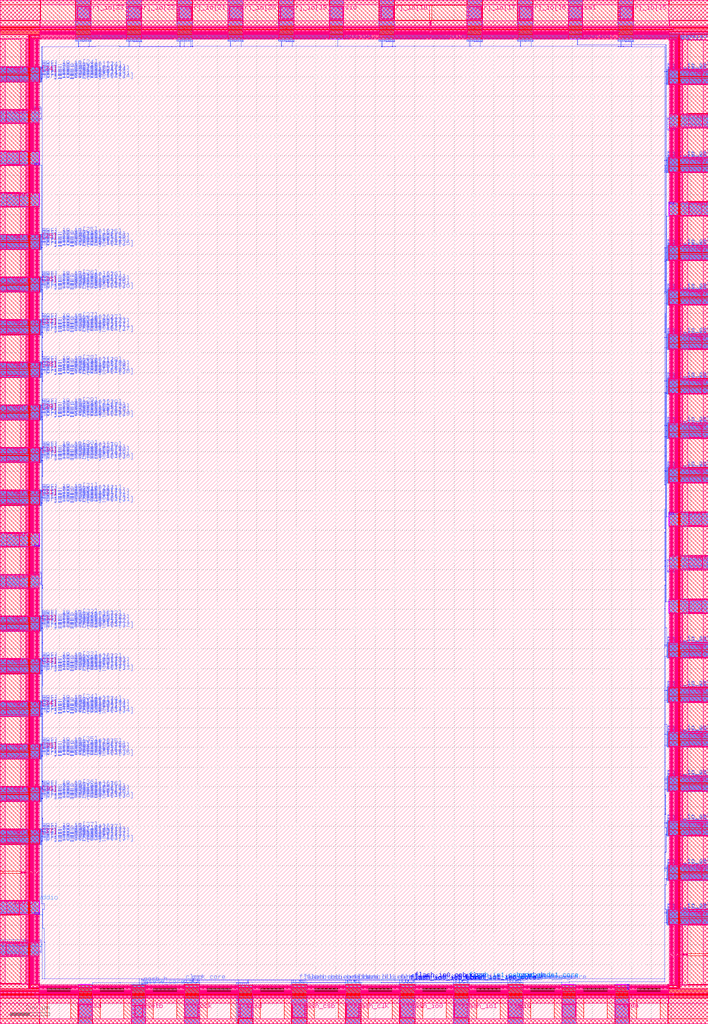
<source format=lef>
VERSION 5.7 ;
  NOWIREEXTENSIONATPIN ON ;
  DIVIDERCHAR "/" ;
  BUSBITCHARS "[]" ;
MACRO chip_io
  CLASS BLOCK ;
  FOREIGN chip_io ;
  ORIGIN 0.000 0.000 ;
  SIZE 3588.000 BY 5188.000 ;
  PIN clock
    DIRECTION INPUT ;
    USE SIGNAL ;
    PORT
      LAYER met5 ;
        RECT 938.200 32.990 1000.800 95.440 ;
    END
  END clock
  PIN clock_core
    DIRECTION OUTPUT TRISTATE ;
    USE SIGNAL ;
    PORT
      LAYER met2 ;
        RECT 936.635 208.565 936.915 210.965 ;
    END
  END clock_core
  PIN por
    DIRECTION INPUT ;
    USE SIGNAL ;
    PORT
      LAYER met2 ;
        RECT 970.215 208.565 970.495 210.965 ;
    END
  END por
  PIN flash_clk
    DIRECTION OUTPUT TRISTATE ;
    USE SIGNAL ;
    PORT
      LAYER met5 ;
        RECT 1755.200 32.990 1817.800 95.440 ;
    END
  END flash_clk
  PIN flash_clk_core
    DIRECTION INPUT ;
    USE SIGNAL ;
    PORT
      LAYER met2 ;
        RECT 1808.835 208.565 1809.115 210.965 ;
    END
  END flash_clk_core
  PIN flash_clk_ieb_core
    DIRECTION INPUT ;
    USE SIGNAL ;
    PORT
      LAYER met2 ;
        RECT 1787.215 208.565 1787.495 210.965 ;
    END
  END flash_clk_ieb_core
  PIN flash_clk_oeb_core
    DIRECTION INPUT ;
    USE SIGNAL ;
    PORT
      LAYER met2 ;
        RECT 1824.475 208.565 1824.755 210.965 ;
    END
  END flash_clk_oeb_core
  PIN flash_csb
    DIRECTION OUTPUT TRISTATE ;
    USE SIGNAL ;
    PORT
      LAYER met5 ;
        RECT 1481.200 32.990 1543.800 95.440 ;
    END
  END flash_csb
  PIN flash_csb_core
    DIRECTION INPUT ;
    USE SIGNAL ;
    PORT
      LAYER met2 ;
        RECT 1534.835 208.565 1535.115 210.965 ;
    END
  END flash_csb_core
  PIN flash_csb_ieb_core
    DIRECTION INPUT ;
    USE SIGNAL ;
    PORT
      LAYER met2 ;
        RECT 1513.215 208.565 1513.495 210.965 ;
    END
  END flash_csb_ieb_core
  PIN flash_csb_oeb_core
    DIRECTION INPUT ;
    USE SIGNAL ;
    PORT
      LAYER met2 ;
        RECT 1550.475 208.565 1550.755 210.965 ;
    END
  END flash_csb_oeb_core
  PIN flash_io0
    DIRECTION INOUT ;
    USE SIGNAL ;
    PORT
      LAYER met5 ;
        RECT 2029.200 32.990 2091.800 95.440 ;
    END
  END flash_io0
  PIN flash_io0_di_core
    DIRECTION OUTPUT TRISTATE ;
    USE SIGNAL ;
    PORT
      LAYER met2 ;
        RECT 2027.635 208.565 2027.915 210.965 ;
    END
  END flash_io0_di_core
  PIN flash_io0_do_core
    DIRECTION INPUT ;
    USE SIGNAL ;
    PORT
      LAYER met2 ;
        RECT 2082.835 208.565 2083.115 210.965 ;
    END
  END flash_io0_do_core
  PIN flash_io0_ieb_core
    DIRECTION INPUT ;
    USE SIGNAL ;
    PORT
      LAYER met1 ;
        RECT 2046.610 209.000 2046.930 209.060 ;
        RECT 2061.790 209.000 2062.110 209.060 ;
        RECT 2076.050 209.000 2076.370 209.060 ;
        RECT 2046.610 208.860 2076.370 209.000 ;
        RECT 2046.610 208.800 2046.930 208.860 ;
        RECT 2061.790 208.800 2062.110 208.860 ;
        RECT 2076.050 208.800 2076.370 208.860 ;
      LAYER via ;
        RECT 2046.640 208.800 2046.900 209.060 ;
        RECT 2061.820 208.800 2062.080 209.060 ;
        RECT 2076.080 208.800 2076.340 209.060 ;
      LAYER met2 ;
        RECT 2046.035 209.170 2046.315 210.965 ;
        RECT 2061.215 209.170 2061.495 210.965 ;
        RECT 2076.855 209.170 2077.135 210.965 ;
        RECT 2046.035 209.090 2046.840 209.170 ;
        RECT 2061.215 209.090 2062.020 209.170 ;
        RECT 2076.140 209.090 2077.135 209.170 ;
        RECT 2046.035 209.030 2046.900 209.090 ;
        RECT 2046.035 208.565 2046.315 209.030 ;
        RECT 2046.640 208.770 2046.900 209.030 ;
        RECT 2061.215 209.030 2062.080 209.090 ;
        RECT 2061.215 208.565 2061.495 209.030 ;
        RECT 2061.820 208.770 2062.080 209.030 ;
        RECT 2076.080 209.030 2077.135 209.090 ;
        RECT 2076.080 208.770 2076.340 209.030 ;
        RECT 2076.855 208.565 2077.135 209.030 ;
    END
  END flash_io0_ieb_core
  PIN flash_io0_oeb_core
    DIRECTION INPUT ;
    USE SIGNAL ;
    PORT
      LAYER met1 ;
        RECT 2055.350 221.240 2055.670 221.300 ;
        RECT 2098.590 221.240 2098.910 221.300 ;
        RECT 2055.350 221.100 2098.910 221.240 ;
        RECT 2055.350 221.040 2055.670 221.100 ;
        RECT 2098.590 221.040 2098.910 221.100 ;
      LAYER via ;
        RECT 2055.380 221.040 2055.640 221.300 ;
        RECT 2098.620 221.040 2098.880 221.300 ;
      LAYER met2 ;
        RECT 2055.380 221.010 2055.640 221.330 ;
        RECT 2098.620 221.010 2098.880 221.330 ;
        RECT 2055.440 210.965 2055.580 221.010 ;
        RECT 2098.680 210.965 2098.820 221.010 ;
        RECT 2055.235 209.100 2055.580 210.965 ;
        RECT 2098.475 209.100 2098.820 210.965 ;
        RECT 2055.235 208.565 2055.515 209.100 ;
        RECT 2098.475 208.565 2098.755 209.100 ;
    END
  END flash_io0_oeb_core
  PIN flash_io1
    DIRECTION INOUT ;
    USE SIGNAL ;
    PORT
      LAYER met5 ;
        RECT 2303.200 32.990 2365.800 95.440 ;
    END
  END flash_io1
  PIN flash_io1_di_core
    DIRECTION OUTPUT TRISTATE ;
    USE SIGNAL ;
    PORT
      LAYER met2 ;
        RECT 2301.635 208.565 2301.915 210.965 ;
    END
  END flash_io1_di_core
  PIN flash_io1_do_core
    DIRECTION INPUT ;
    USE SIGNAL ;
    PORT
      LAYER met2 ;
        RECT 2356.835 208.565 2357.115 210.965 ;
    END
  END flash_io1_do_core
  PIN flash_io1_ieb_core
    DIRECTION INPUT ;
    USE SIGNAL ;
    PORT
      LAYER met1 ;
        RECT 2320.770 209.340 2321.090 209.400 ;
        RECT 2335.950 209.340 2336.270 209.400 ;
        RECT 2350.210 209.340 2350.530 209.400 ;
        RECT 2320.770 209.200 2350.530 209.340 ;
        RECT 2320.770 209.140 2321.090 209.200 ;
        RECT 2335.950 209.140 2336.270 209.200 ;
        RECT 2350.210 209.140 2350.530 209.200 ;
      LAYER via ;
        RECT 2320.800 209.140 2321.060 209.400 ;
        RECT 2335.980 209.140 2336.240 209.400 ;
        RECT 2350.240 209.140 2350.500 209.400 ;
      LAYER met2 ;
        RECT 2320.035 209.170 2320.315 210.965 ;
        RECT 2320.800 209.170 2321.060 209.430 ;
        RECT 2320.035 209.110 2321.060 209.170 ;
        RECT 2335.215 209.170 2335.495 210.965 ;
        RECT 2335.980 209.170 2336.240 209.430 ;
        RECT 2335.215 209.110 2336.240 209.170 ;
        RECT 2350.240 209.170 2350.500 209.430 ;
        RECT 2350.855 209.170 2351.135 210.965 ;
        RECT 2350.240 209.110 2351.135 209.170 ;
        RECT 2320.035 209.030 2321.000 209.110 ;
        RECT 2335.215 209.030 2336.180 209.110 ;
        RECT 2350.300 209.030 2351.135 209.110 ;
        RECT 2320.035 208.565 2320.315 209.030 ;
        RECT 2335.215 208.565 2335.495 209.030 ;
        RECT 2350.855 208.565 2351.135 209.030 ;
    END
  END flash_io1_ieb_core
  PIN flash_io1_oeb_core
    DIRECTION INPUT ;
    USE SIGNAL ;
    PORT
      LAYER met2 ;
        RECT 2329.070 221.155 2329.350 221.525 ;
        RECT 2372.310 221.155 2372.590 221.525 ;
        RECT 2329.140 210.965 2329.280 221.155 ;
        RECT 2372.380 210.965 2372.520 221.155 ;
        RECT 2329.140 209.030 2329.515 210.965 ;
        RECT 2372.380 209.030 2372.755 210.965 ;
        RECT 2329.235 208.565 2329.515 209.030 ;
        RECT 2372.475 208.565 2372.755 209.030 ;
      LAYER via2 ;
        RECT 2329.070 221.200 2329.350 221.480 ;
        RECT 2372.310 221.200 2372.590 221.480 ;
      LAYER met3 ;
        RECT 2329.045 221.490 2329.375 221.505 ;
        RECT 2372.285 221.490 2372.615 221.505 ;
        RECT 2329.045 221.190 2372.615 221.490 ;
        RECT 2329.045 221.175 2329.375 221.190 ;
        RECT 2372.285 221.175 2372.615 221.190 ;
    END
  END flash_io1_oeb_core
  PIN gpio
    DIRECTION INOUT ;
    USE SIGNAL ;
    PORT
      LAYER met5 ;
        RECT 2577.200 32.990 2639.800 95.440 ;
    END
  END gpio
  PIN gpio_in_core
    DIRECTION OUTPUT TRISTATE ;
    USE SIGNAL ;
    PORT
      LAYER met2 ;
        RECT 2575.635 208.565 2575.915 210.965 ;
    END
  END gpio_in_core
  PIN gpio_inenb_core
    DIRECTION INPUT ;
    USE SIGNAL ;
    PORT
      LAYER met2 ;
        RECT 2609.215 208.565 2609.495 210.965 ;
    END
  END gpio_inenb_core
  PIN gpio_mode0_core
    DIRECTION INPUT ;
    USE SIGNAL ;
    PORT
      LAYER met2 ;
        RECT 2603.235 208.565 2603.515 210.965 ;
    END
  END gpio_mode0_core
  PIN gpio_mode1_core
    DIRECTION INPUT ;
    USE SIGNAL ;
    PORT
      LAYER met2 ;
        RECT 2594.030 221.155 2594.310 221.525 ;
        RECT 2624.850 221.155 2625.130 221.525 ;
        RECT 2594.100 210.965 2594.240 221.155 ;
        RECT 2624.920 210.965 2625.060 221.155 ;
        RECT 2594.035 208.565 2594.315 210.965 ;
        RECT 2624.855 208.565 2625.135 210.965 ;
      LAYER via2 ;
        RECT 2594.030 221.200 2594.310 221.480 ;
        RECT 2624.850 221.200 2625.130 221.480 ;
      LAYER met3 ;
        RECT 2594.005 221.490 2594.335 221.505 ;
        RECT 2624.825 221.490 2625.155 221.505 ;
        RECT 2594.005 221.190 2625.155 221.490 ;
        RECT 2594.005 221.175 2594.335 221.190 ;
        RECT 2624.825 221.175 2625.155 221.190 ;
    END
  END gpio_mode1_core
  PIN gpio_out_core
    DIRECTION INPUT ;
    USE SIGNAL ;
    PORT
      LAYER met2 ;
        RECT 2630.835 208.565 2631.115 210.965 ;
    END
  END gpio_out_core
  PIN gpio_outenb_core
    DIRECTION INPUT ;
    USE SIGNAL ;
    PORT
      LAYER met2 ;
        RECT 2646.475 208.565 2646.755 210.965 ;
    END
  END gpio_outenb_core
  PIN vccd
    DIRECTION INOUT ;
    USE SIGNAL ;
    PORT
      LAYER met5 ;
        RECT 30.430 349.315 97.860 405.955 ;
    END
  END vccd
  PIN vdda
    DIRECTION INOUT ;
    USE SIGNAL ;
    PORT
      LAYER met5 ;
        RECT 3120.200 33.375 3182.900 95.990 ;
    END
  END vdda
  PIN vddio
    DIRECTION INOUT ;
    USE SIGNAL ;
    PORT
      LAYER met5 ;
        RECT 33.375 557.100 95.990 619.800 ;
    END
    PORT
      LAYER met3 ;
        RECT 180.200 601.390 200.000 625.290 ;
    END
  END vddio
  PIN vssa
    DIRECTION INOUT ;
    USE SIGNAL ;
    PORT
      LAYER met5 ;
        RECT 400.200 33.375 462.900 95.990 ;
    END
  END vssa
  PIN vssd
    DIRECTION INOUT ;
    USE SIGNAL ;
    PORT
      LAYER met5 ;
        RECT 1215.045 30.430 1271.685 97.860 ;
    END
  END vssd
  PIN vssio
    DIRECTION INOUT ;
    USE SIGNAL ;
    PORT
      LAYER met5 ;
        RECT 1673.100 5092.010 1735.800 5154.625 ;
    END
  END vssio
  PIN mprj_io[0]
    DIRECTION INOUT ;
    USE SIGNAL ;
    PORT
      LAYER met5 ;
        RECT 3492.560 506.200 3555.010 568.800 ;
    END
  END mprj_io[0]
  PIN mprj_io_analog_en[0]
    DIRECTION INPUT ;
    USE SIGNAL ;
    PORT
      LAYER met2 ;
        RECT 3377.035 529.015 3379.435 529.295 ;
    END
  END mprj_io_analog_en[0]
  PIN mprj_io_analog_pol[0]
    DIRECTION INPUT ;
    USE SIGNAL ;
    PORT
      LAYER met2 ;
        RECT 3377.035 535.455 3379.435 535.735 ;
    END
  END mprj_io_analog_pol[0]
  PIN mprj_io_analog_sel[0]
    DIRECTION INPUT ;
    USE SIGNAL ;
    PORT
      LAYER met2 ;
        RECT 3377.035 550.635 3379.435 550.915 ;
    END
  END mprj_io_analog_sel[0]
  PIN mprj_io_dm[0]
    DIRECTION INPUT ;
    USE SIGNAL ;
    PORT
      LAYER met2 ;
        RECT 3377.035 532.235 3379.435 532.515 ;
    END
  END mprj_io_dm[0]
  PIN mprj_io_dm[1]
    DIRECTION INPUT ;
    USE SIGNAL ;
    PORT
      LAYER met2 ;
        RECT 3377.035 523.035 3379.435 523.315 ;
    END
  END mprj_io_dm[1]
  PIN mprj_io_dm[2]
    DIRECTION INPUT ;
    USE SIGNAL ;
    PORT
      LAYER met2 ;
        RECT 3377.035 553.855 3379.435 554.135 ;
    END
  END mprj_io_dm[2]
  PIN mprj_io_enh[0]
    DIRECTION INPUT ;
    USE SIGNAL ;
    PORT
      LAYER met2 ;
        RECT 3377.035 544.655 3379.435 544.935 ;
    END
  END mprj_io_enh[0]
  PIN mprj_io_hldh_n[0]
    DIRECTION INPUT ;
    USE SIGNAL ;
    PORT
      LAYER met2 ;
        RECT 3377.035 547.875 3379.435 548.155 ;
    END
  END mprj_io_hldh_n[0]
  PIN mprj_io_holdover[0]
    DIRECTION INPUT ;
    USE SIGNAL ;
    PORT
      LAYER met2 ;
        RECT 3377.035 557.075 3379.435 557.355 ;
    END
  END mprj_io_holdover[0]
  PIN mprj_io_ib_mode_sel[0]
    DIRECTION INPUT ;
    USE SIGNAL ;
    PORT
      LAYER met2 ;
        RECT 3377.035 572.255 3379.435 572.535 ;
    END
  END mprj_io_ib_mode_sel[0]
  PIN mprj_io_inp_dis[0]
    DIRECTION INPUT ;
    USE SIGNAL ;
    PORT
      LAYER met2 ;
        RECT 3377.035 538.215 3379.435 538.495 ;
    END
  END mprj_io_inp_dis[0]
  PIN mprj_io_oeb[0]
    DIRECTION INPUT ;
    USE SIGNAL ;
    PORT
      LAYER met2 ;
        RECT 3377.035 575.475 3379.435 575.755 ;
    END
  END mprj_io_oeb[0]
  PIN mprj_io_out[0]
    DIRECTION INPUT ;
    USE SIGNAL ;
    PORT
      LAYER met2 ;
        RECT 3377.035 559.835 3379.435 560.115 ;
    END
  END mprj_io_out[0]
  PIN mprj_io_slow_sel[0]
    DIRECTION INPUT ;
    USE SIGNAL ;
    PORT
      LAYER met2 ;
        RECT 3377.035 513.835 3379.435 514.115 ;
    END
  END mprj_io_slow_sel[0]
  PIN mprj_io_vtrip_sel[0]
    DIRECTION INPUT ;
    USE SIGNAL ;
    PORT
      LAYER met2 ;
        RECT 3377.035 569.035 3379.435 569.315 ;
    END
  END mprj_io_vtrip_sel[0]
  PIN mprj_io_in[0]
    DIRECTION OUTPUT TRISTATE ;
    USE SIGNAL ;
    PORT
      LAYER met2 ;
        RECT 3377.035 504.635 3379.435 504.915 ;
    END
  END mprj_io_in[0]
  PIN mprj_analog_io[3]
    DIRECTION INOUT ;
    USE SIGNAL ;
    PORT
      LAYER met2 ;
        RECT 3377.035 3433.055 3379.435 3433.335 ;
    END
  END mprj_analog_io[3]
  PIN mprj_io[10]
    DIRECTION INOUT ;
    USE SIGNAL ;
    PORT
      LAYER met5 ;
        RECT 3492.560 3422.200 3555.010 3484.800 ;
    END
  END mprj_io[10]
  PIN mprj_io_analog_en[10]
    DIRECTION INPUT ;
    USE SIGNAL ;
    PORT
      LAYER met2 ;
        RECT 3377.035 3445.015 3379.435 3445.295 ;
    END
  END mprj_io_analog_en[10]
  PIN mprj_io_analog_pol[10]
    DIRECTION INPUT ;
    USE SIGNAL ;
    PORT
      LAYER met2 ;
        RECT 3377.035 3451.455 3379.435 3451.735 ;
    END
  END mprj_io_analog_pol[10]
  PIN mprj_io_analog_sel[10]
    DIRECTION INPUT ;
    USE SIGNAL ;
    PORT
      LAYER met2 ;
        RECT 3377.035 3466.635 3379.435 3466.915 ;
    END
  END mprj_io_analog_sel[10]
  PIN mprj_io_dm[30]
    DIRECTION INPUT ;
    USE SIGNAL ;
    PORT
      LAYER met2 ;
        RECT 3377.035 3448.235 3379.435 3448.515 ;
    END
  END mprj_io_dm[30]
  PIN mprj_io_dm[31]
    DIRECTION INPUT ;
    USE SIGNAL ;
    PORT
      LAYER met2 ;
        RECT 3377.035 3439.035 3379.435 3439.315 ;
    END
  END mprj_io_dm[31]
  PIN mprj_io_dm[32]
    DIRECTION INPUT ;
    USE SIGNAL ;
    PORT
      LAYER met2 ;
        RECT 3377.035 3469.855 3379.435 3470.135 ;
    END
  END mprj_io_dm[32]
  PIN mprj_io_enh[10]
    DIRECTION INPUT ;
    USE SIGNAL ;
    PORT
      LAYER met2 ;
        RECT 3377.035 3460.655 3379.435 3460.935 ;
    END
  END mprj_io_enh[10]
  PIN mprj_io_hldh_n[10]
    DIRECTION INPUT ;
    USE SIGNAL ;
    PORT
      LAYER met2 ;
        RECT 3377.035 3463.875 3379.435 3464.155 ;
    END
  END mprj_io_hldh_n[10]
  PIN mprj_io_holdover[10]
    DIRECTION INPUT ;
    USE SIGNAL ;
    PORT
      LAYER met2 ;
        RECT 3377.035 3473.075 3379.435 3473.355 ;
    END
  END mprj_io_holdover[10]
  PIN mprj_io_ib_mode_sel[10]
    DIRECTION INPUT ;
    USE SIGNAL ;
    PORT
      LAYER met2 ;
        RECT 3377.035 3488.255 3379.435 3488.535 ;
    END
  END mprj_io_ib_mode_sel[10]
  PIN mprj_io_inp_dis[10]
    DIRECTION INPUT ;
    USE SIGNAL ;
    PORT
      LAYER met2 ;
        RECT 3377.035 3454.215 3379.435 3454.495 ;
    END
  END mprj_io_inp_dis[10]
  PIN mprj_io_oeb[10]
    DIRECTION INPUT ;
    USE SIGNAL ;
    PORT
      LAYER met2 ;
        RECT 3377.035 3491.475 3379.435 3491.755 ;
    END
  END mprj_io_oeb[10]
  PIN mprj_io_out[10]
    DIRECTION INPUT ;
    USE SIGNAL ;
    PORT
      LAYER met2 ;
        RECT 3377.035 3475.835 3379.435 3476.115 ;
    END
  END mprj_io_out[10]
  PIN mprj_io_slow_sel[10]
    DIRECTION INPUT ;
    USE SIGNAL ;
    PORT
      LAYER met2 ;
        RECT 3377.035 3429.835 3379.435 3430.115 ;
    END
  END mprj_io_slow_sel[10]
  PIN mprj_io_vtrip_sel[10]
    DIRECTION INPUT ;
    USE SIGNAL ;
    PORT
      LAYER met2 ;
        RECT 3377.035 3485.035 3379.435 3485.315 ;
    END
  END mprj_io_vtrip_sel[10]
  PIN mprj_io_in[10]
    DIRECTION OUTPUT TRISTATE ;
    USE SIGNAL ;
    PORT
      LAYER met2 ;
        RECT 3377.035 3420.635 3379.435 3420.915 ;
    END
  END mprj_io_in[10]
  PIN mprj_analog_io[4]
    DIRECTION INOUT ;
    USE SIGNAL ;
    PORT
      LAYER met2 ;
        RECT 3377.035 3658.055 3379.435 3658.335 ;
    END
  END mprj_analog_io[4]
  PIN mprj_io[11]
    DIRECTION INOUT ;
    USE SIGNAL ;
    PORT
      LAYER met5 ;
        RECT 3492.560 3647.200 3555.010 3709.800 ;
    END
  END mprj_io[11]
  PIN mprj_io_analog_en[11]
    DIRECTION INPUT ;
    USE SIGNAL ;
    PORT
      LAYER met2 ;
        RECT 3377.035 3670.015 3379.435 3670.295 ;
    END
  END mprj_io_analog_en[11]
  PIN mprj_io_analog_pol[11]
    DIRECTION INPUT ;
    USE SIGNAL ;
    PORT
      LAYER met2 ;
        RECT 3377.035 3676.455 3379.435 3676.735 ;
    END
  END mprj_io_analog_pol[11]
  PIN mprj_io_analog_sel[11]
    DIRECTION INPUT ;
    USE SIGNAL ;
    PORT
      LAYER met2 ;
        RECT 3377.035 3691.635 3379.435 3691.915 ;
    END
  END mprj_io_analog_sel[11]
  PIN mprj_io_dm[33]
    DIRECTION INPUT ;
    USE SIGNAL ;
    PORT
      LAYER met2 ;
        RECT 3377.035 3673.235 3379.435 3673.515 ;
    END
  END mprj_io_dm[33]
  PIN mprj_io_dm[34]
    DIRECTION INPUT ;
    USE SIGNAL ;
    PORT
      LAYER met2 ;
        RECT 3377.035 3664.035 3379.435 3664.315 ;
    END
  END mprj_io_dm[34]
  PIN mprj_io_dm[35]
    DIRECTION INPUT ;
    USE SIGNAL ;
    PORT
      LAYER met2 ;
        RECT 3377.035 3694.855 3379.435 3695.135 ;
    END
  END mprj_io_dm[35]
  PIN mprj_io_enh[11]
    DIRECTION INPUT ;
    USE SIGNAL ;
    PORT
      LAYER met2 ;
        RECT 3377.035 3685.655 3379.435 3685.935 ;
    END
  END mprj_io_enh[11]
  PIN mprj_io_hldh_n[11]
    DIRECTION INPUT ;
    USE SIGNAL ;
    PORT
      LAYER met2 ;
        RECT 3377.035 3688.875 3379.435 3689.155 ;
    END
  END mprj_io_hldh_n[11]
  PIN mprj_io_holdover[11]
    DIRECTION INPUT ;
    USE SIGNAL ;
    PORT
      LAYER met2 ;
        RECT 3377.035 3698.075 3379.435 3698.355 ;
    END
  END mprj_io_holdover[11]
  PIN mprj_io_ib_mode_sel[11]
    DIRECTION INPUT ;
    USE SIGNAL ;
    PORT
      LAYER met2 ;
        RECT 3377.035 3713.255 3379.435 3713.535 ;
    END
  END mprj_io_ib_mode_sel[11]
  PIN mprj_io_inp_dis[11]
    DIRECTION INPUT ;
    USE SIGNAL ;
    PORT
      LAYER met2 ;
        RECT 3377.035 3679.215 3379.435 3679.495 ;
    END
  END mprj_io_inp_dis[11]
  PIN mprj_io_oeb[11]
    DIRECTION INPUT ;
    USE SIGNAL ;
    PORT
      LAYER met2 ;
        RECT 3377.035 3716.475 3379.435 3716.755 ;
    END
  END mprj_io_oeb[11]
  PIN mprj_io_out[11]
    DIRECTION INPUT ;
    USE SIGNAL ;
    PORT
      LAYER met2 ;
        RECT 3377.035 3700.835 3379.435 3701.115 ;
    END
  END mprj_io_out[11]
  PIN mprj_io_slow_sel[11]
    DIRECTION INPUT ;
    USE SIGNAL ;
    PORT
      LAYER met2 ;
        RECT 3377.035 3654.835 3379.435 3655.115 ;
    END
  END mprj_io_slow_sel[11]
  PIN mprj_io_vtrip_sel[11]
    DIRECTION INPUT ;
    USE SIGNAL ;
    PORT
      LAYER met2 ;
        RECT 3377.035 3710.035 3379.435 3710.315 ;
    END
  END mprj_io_vtrip_sel[11]
  PIN mprj_io_in[11]
    DIRECTION OUTPUT TRISTATE ;
    USE SIGNAL ;
    PORT
      LAYER met2 ;
        RECT 3377.035 3645.635 3379.435 3645.915 ;
    END
  END mprj_io_in[11]
  PIN mprj_analog_io[5]
    DIRECTION INOUT ;
    USE SIGNAL ;
    PORT
      LAYER met2 ;
        RECT 3377.035 3883.055 3379.435 3883.335 ;
    END
  END mprj_analog_io[5]
  PIN mprj_io[12]
    DIRECTION INOUT ;
    USE SIGNAL ;
    PORT
      LAYER met5 ;
        RECT 3492.560 3872.200 3555.010 3934.800 ;
    END
  END mprj_io[12]
  PIN mprj_io_analog_en[12]
    DIRECTION INPUT ;
    USE SIGNAL ;
    PORT
      LAYER met2 ;
        RECT 3377.035 3895.015 3379.435 3895.295 ;
    END
  END mprj_io_analog_en[12]
  PIN mprj_io_analog_pol[12]
    DIRECTION INPUT ;
    USE SIGNAL ;
    PORT
      LAYER met2 ;
        RECT 3377.035 3901.455 3379.435 3901.735 ;
    END
  END mprj_io_analog_pol[12]
  PIN mprj_io_analog_sel[12]
    DIRECTION INPUT ;
    USE SIGNAL ;
    PORT
      LAYER met2 ;
        RECT 3377.035 3916.635 3379.435 3916.915 ;
    END
  END mprj_io_analog_sel[12]
  PIN mprj_io_dm[36]
    DIRECTION INPUT ;
    USE SIGNAL ;
    PORT
      LAYER met2 ;
        RECT 3377.035 3898.235 3379.435 3898.515 ;
    END
  END mprj_io_dm[36]
  PIN mprj_io_dm[37]
    DIRECTION INPUT ;
    USE SIGNAL ;
    PORT
      LAYER met2 ;
        RECT 3377.035 3889.035 3379.435 3889.315 ;
    END
  END mprj_io_dm[37]
  PIN mprj_io_dm[38]
    DIRECTION INPUT ;
    USE SIGNAL ;
    PORT
      LAYER met2 ;
        RECT 3377.035 3919.855 3379.435 3920.135 ;
    END
  END mprj_io_dm[38]
  PIN mprj_io_enh[12]
    DIRECTION INPUT ;
    USE SIGNAL ;
    PORT
      LAYER met2 ;
        RECT 3377.035 3910.655 3379.435 3910.935 ;
    END
  END mprj_io_enh[12]
  PIN mprj_io_hldh_n[12]
    DIRECTION INPUT ;
    USE SIGNAL ;
    PORT
      LAYER met2 ;
        RECT 3377.035 3913.875 3379.435 3914.155 ;
    END
  END mprj_io_hldh_n[12]
  PIN mprj_io_holdover[12]
    DIRECTION INPUT ;
    USE SIGNAL ;
    PORT
      LAYER met2 ;
        RECT 3377.035 3923.075 3379.435 3923.355 ;
    END
  END mprj_io_holdover[12]
  PIN mprj_io_ib_mode_sel[12]
    DIRECTION INPUT ;
    USE SIGNAL ;
    PORT
      LAYER met2 ;
        RECT 3377.035 3938.255 3379.435 3938.535 ;
    END
  END mprj_io_ib_mode_sel[12]
  PIN mprj_io_inp_dis[12]
    DIRECTION INPUT ;
    USE SIGNAL ;
    PORT
      LAYER met2 ;
        RECT 3377.035 3904.215 3379.435 3904.495 ;
    END
  END mprj_io_inp_dis[12]
  PIN mprj_io_oeb[12]
    DIRECTION INPUT ;
    USE SIGNAL ;
    PORT
      LAYER met2 ;
        RECT 3377.035 3941.475 3379.435 3941.755 ;
    END
  END mprj_io_oeb[12]
  PIN mprj_io_out[12]
    DIRECTION INPUT ;
    USE SIGNAL ;
    PORT
      LAYER met2 ;
        RECT 3377.035 3925.835 3379.435 3926.115 ;
    END
  END mprj_io_out[12]
  PIN mprj_io_slow_sel[12]
    DIRECTION INPUT ;
    USE SIGNAL ;
    PORT
      LAYER met2 ;
        RECT 3377.035 3879.835 3379.435 3880.115 ;
    END
  END mprj_io_slow_sel[12]
  PIN mprj_io_vtrip_sel[12]
    DIRECTION INPUT ;
    USE SIGNAL ;
    PORT
      LAYER met2 ;
        RECT 3377.035 3935.035 3379.435 3935.315 ;
    END
  END mprj_io_vtrip_sel[12]
  PIN mprj_io_in[12]
    DIRECTION OUTPUT TRISTATE ;
    USE SIGNAL ;
    PORT
      LAYER met2 ;
        RECT 3377.035 3870.635 3379.435 3870.915 ;
    END
  END mprj_io_in[12]
  PIN mprj_analog_io[6]
    DIRECTION INOUT ;
    USE SIGNAL ;
    PORT
      LAYER met2 ;
        RECT 3377.035 4329.055 3379.435 4329.335 ;
    END
  END mprj_analog_io[6]
  PIN mprj_io[13]
    DIRECTION INOUT ;
    USE SIGNAL ;
    PORT
      LAYER met5 ;
        RECT 3492.560 4318.200 3555.010 4380.800 ;
    END
  END mprj_io[13]
  PIN mprj_io_analog_en[13]
    DIRECTION INPUT ;
    USE SIGNAL ;
    PORT
      LAYER met2 ;
        RECT 3377.035 4341.015 3379.435 4341.295 ;
    END
  END mprj_io_analog_en[13]
  PIN mprj_io_analog_pol[13]
    DIRECTION INPUT ;
    USE SIGNAL ;
    PORT
      LAYER met2 ;
        RECT 3377.035 4347.455 3379.435 4347.735 ;
    END
  END mprj_io_analog_pol[13]
  PIN mprj_io_analog_sel[13]
    DIRECTION INPUT ;
    USE SIGNAL ;
    PORT
      LAYER met2 ;
        RECT 3377.035 4362.635 3379.435 4362.915 ;
    END
  END mprj_io_analog_sel[13]
  PIN mprj_io_dm[39]
    DIRECTION INPUT ;
    USE SIGNAL ;
    PORT
      LAYER met2 ;
        RECT 3377.035 4344.235 3379.435 4344.515 ;
    END
  END mprj_io_dm[39]
  PIN mprj_io_dm[40]
    DIRECTION INPUT ;
    USE SIGNAL ;
    PORT
      LAYER met2 ;
        RECT 3377.035 4335.035 3379.435 4335.315 ;
    END
  END mprj_io_dm[40]
  PIN mprj_io_dm[41]
    DIRECTION INPUT ;
    USE SIGNAL ;
    PORT
      LAYER met2 ;
        RECT 3377.035 4365.855 3379.435 4366.135 ;
    END
  END mprj_io_dm[41]
  PIN mprj_io_enh[13]
    DIRECTION INPUT ;
    USE SIGNAL ;
    PORT
      LAYER met2 ;
        RECT 3377.035 4356.655 3379.435 4356.935 ;
    END
  END mprj_io_enh[13]
  PIN mprj_io_hldh_n[13]
    DIRECTION INPUT ;
    USE SIGNAL ;
    PORT
      LAYER met2 ;
        RECT 3377.035 4359.875 3379.435 4360.155 ;
    END
  END mprj_io_hldh_n[13]
  PIN mprj_io_holdover[13]
    DIRECTION INPUT ;
    USE SIGNAL ;
    PORT
      LAYER met2 ;
        RECT 3377.035 4369.075 3379.435 4369.355 ;
    END
  END mprj_io_holdover[13]
  PIN mprj_io_ib_mode_sel[13]
    DIRECTION INPUT ;
    USE SIGNAL ;
    PORT
      LAYER met2 ;
        RECT 3377.035 4384.255 3379.435 4384.535 ;
    END
  END mprj_io_ib_mode_sel[13]
  PIN mprj_io_inp_dis[13]
    DIRECTION INPUT ;
    USE SIGNAL ;
    PORT
      LAYER met2 ;
        RECT 3377.035 4350.215 3379.435 4350.495 ;
    END
  END mprj_io_inp_dis[13]
  PIN mprj_io_oeb[13]
    DIRECTION INPUT ;
    USE SIGNAL ;
    PORT
      LAYER met2 ;
        RECT 3377.035 4387.475 3379.435 4387.755 ;
    END
  END mprj_io_oeb[13]
  PIN mprj_io_out[13]
    DIRECTION INPUT ;
    USE SIGNAL ;
    PORT
      LAYER met2 ;
        RECT 3377.035 4371.835 3379.435 4372.115 ;
    END
  END mprj_io_out[13]
  PIN mprj_io_slow_sel[13]
    DIRECTION INPUT ;
    USE SIGNAL ;
    PORT
      LAYER met2 ;
        RECT 3377.035 4325.835 3379.435 4326.115 ;
    END
  END mprj_io_slow_sel[13]
  PIN mprj_io_vtrip_sel[13]
    DIRECTION INPUT ;
    USE SIGNAL ;
    PORT
      LAYER met2 ;
        RECT 3377.035 4381.035 3379.435 4381.315 ;
    END
  END mprj_io_vtrip_sel[13]
  PIN mprj_io_in[13]
    DIRECTION OUTPUT TRISTATE ;
    USE SIGNAL ;
    PORT
      LAYER met2 ;
        RECT 3377.035 4316.635 3379.435 4316.915 ;
    END
  END mprj_io_in[13]
  PIN mprj_analog_io[7]
    DIRECTION INOUT ;
    USE SIGNAL ;
    PORT
      LAYER met2 ;
        RECT 3377.035 4775.055 3379.435 4775.335 ;
    END
  END mprj_analog_io[7]
  PIN mprj_io[14]
    DIRECTION INOUT ;
    USE SIGNAL ;
    PORT
      LAYER met5 ;
        RECT 3492.560 4764.200 3555.010 4826.800 ;
    END
  END mprj_io[14]
  PIN mprj_io_analog_en[14]
    DIRECTION INPUT ;
    USE SIGNAL ;
    PORT
      LAYER met2 ;
        RECT 3377.035 4787.015 3379.435 4787.295 ;
    END
  END mprj_io_analog_en[14]
  PIN mprj_io_analog_pol[14]
    DIRECTION INPUT ;
    USE SIGNAL ;
    PORT
      LAYER met2 ;
        RECT 3377.035 4793.455 3379.435 4793.735 ;
    END
  END mprj_io_analog_pol[14]
  PIN mprj_io_analog_sel[14]
    DIRECTION INPUT ;
    USE SIGNAL ;
    PORT
      LAYER met2 ;
        RECT 3377.035 4808.635 3379.435 4808.915 ;
    END
  END mprj_io_analog_sel[14]
  PIN mprj_io_dm[42]
    DIRECTION INPUT ;
    USE SIGNAL ;
    PORT
      LAYER met2 ;
        RECT 3377.035 4790.235 3379.435 4790.515 ;
    END
  END mprj_io_dm[42]
  PIN mprj_io_dm[43]
    DIRECTION INPUT ;
    USE SIGNAL ;
    PORT
      LAYER met2 ;
        RECT 3377.035 4781.035 3379.435 4781.315 ;
    END
  END mprj_io_dm[43]
  PIN mprj_io_dm[44]
    DIRECTION INPUT ;
    USE SIGNAL ;
    PORT
      LAYER met2 ;
        RECT 3377.035 4811.855 3379.435 4812.135 ;
    END
  END mprj_io_dm[44]
  PIN mprj_io_enh[14]
    DIRECTION INPUT ;
    USE SIGNAL ;
    PORT
      LAYER met2 ;
        RECT 3377.035 4802.655 3379.435 4802.935 ;
    END
  END mprj_io_enh[14]
  PIN mprj_io_hldh_n[14]
    DIRECTION INPUT ;
    USE SIGNAL ;
    PORT
      LAYER met2 ;
        RECT 3377.035 4805.875 3379.435 4806.155 ;
    END
  END mprj_io_hldh_n[14]
  PIN mprj_io_holdover[14]
    DIRECTION INPUT ;
    USE SIGNAL ;
    PORT
      LAYER met2 ;
        RECT 3377.035 4815.075 3379.435 4815.355 ;
    END
  END mprj_io_holdover[14]
  PIN mprj_io_ib_mode_sel[14]
    DIRECTION INPUT ;
    USE SIGNAL ;
    PORT
      LAYER met2 ;
        RECT 3377.035 4830.255 3379.435 4830.535 ;
    END
  END mprj_io_ib_mode_sel[14]
  PIN mprj_io_inp_dis[14]
    DIRECTION INPUT ;
    USE SIGNAL ;
    PORT
      LAYER met2 ;
        RECT 3377.035 4796.215 3379.435 4796.495 ;
    END
  END mprj_io_inp_dis[14]
  PIN mprj_io_oeb[14]
    DIRECTION INPUT ;
    USE SIGNAL ;
    PORT
      LAYER met2 ;
        RECT 3377.035 4833.475 3379.435 4833.755 ;
    END
  END mprj_io_oeb[14]
  PIN mprj_io_out[14]
    DIRECTION INPUT ;
    USE SIGNAL ;
    PORT
      LAYER met2 ;
        RECT 3377.035 4817.835 3379.435 4818.115 ;
    END
  END mprj_io_out[14]
  PIN mprj_io_slow_sel[14]
    DIRECTION INPUT ;
    USE SIGNAL ;
    PORT
      LAYER met2 ;
        RECT 3377.035 4771.835 3379.435 4772.115 ;
    END
  END mprj_io_slow_sel[14]
  PIN mprj_io_vtrip_sel[14]
    DIRECTION INPUT ;
    USE SIGNAL ;
    PORT
      LAYER met2 ;
        RECT 3377.035 4827.035 3379.435 4827.315 ;
    END
  END mprj_io_vtrip_sel[14]
  PIN mprj_io_in[14]
    DIRECTION OUTPUT TRISTATE ;
    USE SIGNAL ;
    PORT
      LAYER met2 ;
        RECT 3377.035 4762.635 3379.435 4762.915 ;
    END
  END mprj_io_in[14]
  PIN mprj_analog_io[8]
    DIRECTION INOUT ;
    USE SIGNAL ;
    PORT
      LAYER met2 ;
        RECT 3192.665 4977.035 3192.945 4979.435 ;
    END
  END mprj_analog_io[8]
  PIN mprj_io[15]
    DIRECTION INOUT ;
    USE SIGNAL ;
    PORT
      LAYER met5 ;
        RECT 3141.200 5092.560 3203.800 5155.010 ;
    END
  END mprj_io[15]
  PIN mprj_io_analog_en[15]
    DIRECTION INPUT ;
    USE SIGNAL ;
    PORT
      LAYER met2 ;
        RECT 3180.705 4977.035 3180.985 4979.435 ;
    END
  END mprj_io_analog_en[15]
  PIN mprj_io_analog_pol[15]
    DIRECTION INPUT ;
    USE SIGNAL ;
    PORT
      LAYER met2 ;
        RECT 3174.265 4977.035 3174.545 4979.435 ;
    END
  END mprj_io_analog_pol[15]
  PIN mprj_io_analog_sel[15]
    DIRECTION INPUT ;
    USE SIGNAL ;
    PORT
      LAYER met2 ;
        RECT 3159.085 4977.035 3159.365 4979.435 ;
    END
  END mprj_io_analog_sel[15]
  PIN mprj_io_dm[45]
    DIRECTION INPUT ;
    USE SIGNAL ;
    PORT
      LAYER met2 ;
        RECT 3177.485 4977.035 3177.765 4979.435 ;
    END
  END mprj_io_dm[45]
  PIN mprj_io_dm[46]
    DIRECTION INPUT ;
    USE SIGNAL ;
    PORT
      LAYER met2 ;
        RECT 3186.685 4977.035 3186.965 4979.435 ;
    END
  END mprj_io_dm[46]
  PIN mprj_io_dm[47]
    DIRECTION INPUT ;
    USE SIGNAL ;
    PORT
      LAYER met2 ;
        RECT 3155.865 4977.035 3156.145 4979.435 ;
    END
  END mprj_io_dm[47]
  PIN mprj_io_enh[15]
    DIRECTION INPUT ;
    USE SIGNAL ;
    PORT
      LAYER met2 ;
        RECT 3165.065 4977.035 3165.345 4979.435 ;
    END
  END mprj_io_enh[15]
  PIN mprj_io_hldh_n[15]
    DIRECTION INPUT ;
    USE SIGNAL ;
    PORT
      LAYER met2 ;
        RECT 3161.845 4977.035 3162.125 4979.435 ;
    END
  END mprj_io_hldh_n[15]
  PIN mprj_io_holdover[15]
    DIRECTION INPUT ;
    USE SIGNAL ;
    PORT
      LAYER met2 ;
        RECT 3152.645 4977.035 3152.925 4979.435 ;
    END
  END mprj_io_holdover[15]
  PIN mprj_io_ib_mode_sel[15]
    DIRECTION INPUT ;
    USE SIGNAL ;
    PORT
      LAYER met2 ;
        RECT 3137.465 4977.035 3137.745 4979.435 ;
    END
  END mprj_io_ib_mode_sel[15]
  PIN mprj_io_inp_dis[15]
    DIRECTION INPUT ;
    USE SIGNAL ;
    PORT
      LAYER met2 ;
        RECT 3171.505 4977.035 3171.785 4979.435 ;
    END
  END mprj_io_inp_dis[15]
  PIN mprj_io_oeb[15]
    DIRECTION INPUT ;
    USE SIGNAL ;
    PORT
      LAYER met2 ;
        RECT 3134.245 4977.035 3134.525 4979.435 ;
    END
  END mprj_io_oeb[15]
  PIN mprj_io_out[15]
    DIRECTION INPUT ;
    USE SIGNAL ;
    PORT
      LAYER met2 ;
        RECT 3149.885 4977.035 3150.165 4979.435 ;
    END
  END mprj_io_out[15]
  PIN mprj_io_slow_sel[15]
    DIRECTION INPUT ;
    USE SIGNAL ;
    PORT
      LAYER met2 ;
        RECT 3195.885 4977.035 3196.165 4979.435 ;
    END
  END mprj_io_slow_sel[15]
  PIN mprj_io_vtrip_sel[15]
    DIRECTION INPUT ;
    USE SIGNAL ;
    PORT
      LAYER met2 ;
        RECT 3140.685 4977.035 3140.965 4979.435 ;
    END
  END mprj_io_vtrip_sel[15]
  PIN mprj_io_in[15]
    DIRECTION OUTPUT TRISTATE ;
    USE SIGNAL ;
    PORT
      LAYER met2 ;
        RECT 3205.085 4977.035 3205.365 4979.435 ;
    END
  END mprj_io_in[15]
  PIN mprj_analog_io[9]
    DIRECTION INOUT ;
    USE SIGNAL ;
    PORT
      LAYER met2 ;
        RECT 2683.665 4977.035 2683.945 4979.435 ;
    END
  END mprj_analog_io[9]
  PIN mprj_io[16]
    DIRECTION INOUT ;
    USE SIGNAL ;
    PORT
      LAYER met5 ;
        RECT 2632.200 5092.560 2694.800 5155.010 ;
    END
  END mprj_io[16]
  PIN mprj_io_analog_en[16]
    DIRECTION INPUT ;
    USE SIGNAL ;
    PORT
      LAYER met2 ;
        RECT 2671.705 4977.035 2671.985 4979.435 ;
    END
  END mprj_io_analog_en[16]
  PIN mprj_io_analog_pol[16]
    DIRECTION INPUT ;
    USE SIGNAL ;
    PORT
      LAYER met2 ;
        RECT 2665.265 4977.035 2665.545 4979.435 ;
    END
  END mprj_io_analog_pol[16]
  PIN mprj_io_analog_sel[16]
    DIRECTION INPUT ;
    USE SIGNAL ;
    PORT
      LAYER met2 ;
        RECT 2650.085 4977.035 2650.365 4979.435 ;
    END
  END mprj_io_analog_sel[16]
  PIN mprj_io_dm[48]
    DIRECTION INPUT ;
    USE SIGNAL ;
    PORT
      LAYER met2 ;
        RECT 2668.485 4977.035 2668.765 4979.435 ;
    END
  END mprj_io_dm[48]
  PIN mprj_io_dm[49]
    DIRECTION INPUT ;
    USE SIGNAL ;
    PORT
      LAYER met2 ;
        RECT 2677.685 4977.035 2677.965 4979.435 ;
    END
  END mprj_io_dm[49]
  PIN mprj_io_dm[50]
    DIRECTION INPUT ;
    USE SIGNAL ;
    PORT
      LAYER met2 ;
        RECT 2646.865 4977.035 2647.145 4979.435 ;
    END
  END mprj_io_dm[50]
  PIN mprj_io_enh[16]
    DIRECTION INPUT ;
    USE SIGNAL ;
    PORT
      LAYER met2 ;
        RECT 2656.065 4977.035 2656.345 4979.435 ;
    END
  END mprj_io_enh[16]
  PIN mprj_io_hldh_n[16]
    DIRECTION INPUT ;
    USE SIGNAL ;
    PORT
      LAYER met2 ;
        RECT 2652.845 4977.035 2653.125 4979.435 ;
    END
  END mprj_io_hldh_n[16]
  PIN mprj_io_holdover[16]
    DIRECTION INPUT ;
    USE SIGNAL ;
    PORT
      LAYER met2 ;
        RECT 2643.645 4977.035 2643.925 4979.435 ;
    END
  END mprj_io_holdover[16]
  PIN mprj_io_ib_mode_sel[16]
    DIRECTION INPUT ;
    USE SIGNAL ;
    PORT
      LAYER met2 ;
        RECT 2628.465 4977.035 2628.745 4979.435 ;
    END
  END mprj_io_ib_mode_sel[16]
  PIN mprj_io_inp_dis[16]
    DIRECTION INPUT ;
    USE SIGNAL ;
    PORT
      LAYER met2 ;
        RECT 2662.505 4977.035 2662.785 4979.435 ;
    END
  END mprj_io_inp_dis[16]
  PIN mprj_io_oeb[16]
    DIRECTION INPUT ;
    USE SIGNAL ;
    PORT
      LAYER met2 ;
        RECT 2625.245 4977.035 2625.525 4979.435 ;
    END
  END mprj_io_oeb[16]
  PIN mprj_io_out[16]
    DIRECTION INPUT ;
    USE SIGNAL ;
    PORT
      LAYER met2 ;
        RECT 2640.885 4977.035 2641.165 4979.435 ;
    END
  END mprj_io_out[16]
  PIN mprj_io_slow_sel[16]
    DIRECTION INPUT ;
    USE SIGNAL ;
    PORT
      LAYER met2 ;
        RECT 2686.885 4977.035 2687.165 4979.435 ;
    END
  END mprj_io_slow_sel[16]
  PIN mprj_io_vtrip_sel[16]
    DIRECTION INPUT ;
    USE SIGNAL ;
    PORT
      LAYER met2 ;
        RECT 2631.685 4977.035 2631.965 4979.435 ;
    END
  END mprj_io_vtrip_sel[16]
  PIN mprj_io_in[16]
    DIRECTION OUTPUT TRISTATE ;
    USE SIGNAL ;
    PORT
      LAYER met2 ;
        RECT 2696.085 4977.035 2696.365 4979.435 ;
    END
  END mprj_io_in[16]
  PIN mprj_analog_io[10]
    DIRECTION INOUT ;
    USE SIGNAL ;
    PORT
      LAYER met2 ;
        RECT 2426.665 4977.035 2426.945 4979.435 ;
    END
  END mprj_analog_io[10]
  PIN mprj_io[17]
    DIRECTION INOUT ;
    USE SIGNAL ;
    PORT
      LAYER met5 ;
        RECT 2375.200 5092.560 2437.800 5155.010 ;
    END
  END mprj_io[17]
  PIN mprj_io_analog_en[17]
    DIRECTION INPUT ;
    USE SIGNAL ;
    PORT
      LAYER met2 ;
        RECT 2414.705 4977.035 2414.985 4979.435 ;
    END
  END mprj_io_analog_en[17]
  PIN mprj_io_analog_pol[17]
    DIRECTION INPUT ;
    USE SIGNAL ;
    PORT
      LAYER met2 ;
        RECT 2408.265 4977.035 2408.545 4979.435 ;
    END
  END mprj_io_analog_pol[17]
  PIN mprj_io_analog_sel[17]
    DIRECTION INPUT ;
    USE SIGNAL ;
    PORT
      LAYER met2 ;
        RECT 2393.085 4977.035 2393.365 4979.435 ;
    END
  END mprj_io_analog_sel[17]
  PIN mprj_io_dm[51]
    DIRECTION INPUT ;
    USE SIGNAL ;
    PORT
      LAYER met2 ;
        RECT 2411.485 4977.035 2411.765 4979.435 ;
    END
  END mprj_io_dm[51]
  PIN mprj_io_dm[52]
    DIRECTION INPUT ;
    USE SIGNAL ;
    PORT
      LAYER met2 ;
        RECT 2420.685 4977.035 2420.965 4979.435 ;
    END
  END mprj_io_dm[52]
  PIN mprj_io_dm[53]
    DIRECTION INPUT ;
    USE SIGNAL ;
    PORT
      LAYER met2 ;
        RECT 2389.865 4977.035 2390.145 4979.435 ;
    END
  END mprj_io_dm[53]
  PIN mprj_io_enh[17]
    DIRECTION INPUT ;
    USE SIGNAL ;
    PORT
      LAYER met2 ;
        RECT 2399.065 4977.035 2399.345 4979.435 ;
    END
  END mprj_io_enh[17]
  PIN mprj_io_hldh_n[17]
    DIRECTION INPUT ;
    USE SIGNAL ;
    PORT
      LAYER met2 ;
        RECT 2395.845 4977.035 2396.125 4979.435 ;
    END
  END mprj_io_hldh_n[17]
  PIN mprj_io_holdover[17]
    DIRECTION INPUT ;
    USE SIGNAL ;
    PORT
      LAYER met2 ;
        RECT 2386.645 4977.035 2386.925 4979.435 ;
    END
  END mprj_io_holdover[17]
  PIN mprj_io_ib_mode_sel[17]
    DIRECTION INPUT ;
    USE SIGNAL ;
    PORT
      LAYER met2 ;
        RECT 2371.465 4977.035 2371.745 4979.435 ;
    END
  END mprj_io_ib_mode_sel[17]
  PIN mprj_io_inp_dis[17]
    DIRECTION INPUT ;
    USE SIGNAL ;
    PORT
      LAYER met2 ;
        RECT 2405.505 4977.035 2405.785 4979.435 ;
    END
  END mprj_io_inp_dis[17]
  PIN mprj_io_oeb[17]
    DIRECTION INPUT ;
    USE SIGNAL ;
    PORT
      LAYER met2 ;
        RECT 2368.245 4977.035 2368.525 4979.435 ;
    END
  END mprj_io_oeb[17]
  PIN mprj_io_out[17]
    DIRECTION INPUT ;
    USE SIGNAL ;
    PORT
      LAYER met2 ;
        RECT 2383.885 4977.035 2384.165 4979.435 ;
    END
  END mprj_io_out[17]
  PIN mprj_io_slow_sel[17]
    DIRECTION INPUT ;
    USE SIGNAL ;
    PORT
      LAYER met2 ;
        RECT 2429.885 4977.035 2430.165 4979.435 ;
    END
  END mprj_io_slow_sel[17]
  PIN mprj_io_vtrip_sel[17]
    DIRECTION INPUT ;
    USE SIGNAL ;
    PORT
      LAYER met2 ;
        RECT 2374.685 4977.035 2374.965 4979.435 ;
    END
  END mprj_io_vtrip_sel[17]
  PIN mprj_io_in[17]
    DIRECTION OUTPUT TRISTATE ;
    USE SIGNAL ;
    PORT
      LAYER met2 ;
        RECT 2439.085 4977.035 2439.365 4979.435 ;
    END
  END mprj_io_in[17]
  PIN mprj_io[1]
    DIRECTION INOUT ;
    USE SIGNAL ;
    PORT
      LAYER met5 ;
        RECT 3492.560 732.200 3555.010 794.800 ;
    END
  END mprj_io[1]
  PIN mprj_io_analog_en[1]
    DIRECTION INPUT ;
    USE SIGNAL ;
    PORT
      LAYER met2 ;
        RECT 3377.035 755.015 3379.435 755.295 ;
    END
  END mprj_io_analog_en[1]
  PIN mprj_io_analog_pol[1]
    DIRECTION INPUT ;
    USE SIGNAL ;
    PORT
      LAYER met2 ;
        RECT 3377.035 761.455 3379.435 761.735 ;
    END
  END mprj_io_analog_pol[1]
  PIN mprj_io_analog_sel[1]
    DIRECTION INPUT ;
    USE SIGNAL ;
    PORT
      LAYER met2 ;
        RECT 3377.035 776.635 3379.435 776.915 ;
    END
  END mprj_io_analog_sel[1]
  PIN mprj_io_dm[3]
    DIRECTION INPUT ;
    USE SIGNAL ;
    PORT
      LAYER met2 ;
        RECT 3377.035 758.235 3379.435 758.515 ;
    END
  END mprj_io_dm[3]
  PIN mprj_io_dm[4]
    DIRECTION INPUT ;
    USE SIGNAL ;
    PORT
      LAYER met2 ;
        RECT 3377.035 749.035 3379.435 749.315 ;
    END
  END mprj_io_dm[4]
  PIN mprj_io_dm[5]
    DIRECTION INPUT ;
    USE SIGNAL ;
    PORT
      LAYER met2 ;
        RECT 3377.035 779.855 3379.435 780.135 ;
    END
  END mprj_io_dm[5]
  PIN mprj_io_enh[1]
    DIRECTION INPUT ;
    USE SIGNAL ;
    PORT
      LAYER met2 ;
        RECT 3377.035 770.655 3379.435 770.935 ;
    END
  END mprj_io_enh[1]
  PIN mprj_io_hldh_n[1]
    DIRECTION INPUT ;
    USE SIGNAL ;
    PORT
      LAYER met2 ;
        RECT 3377.035 773.875 3379.435 774.155 ;
    END
  END mprj_io_hldh_n[1]
  PIN mprj_io_holdover[1]
    DIRECTION INPUT ;
    USE SIGNAL ;
    PORT
      LAYER met2 ;
        RECT 3377.035 783.075 3379.435 783.355 ;
    END
  END mprj_io_holdover[1]
  PIN mprj_io_ib_mode_sel[1]
    DIRECTION INPUT ;
    USE SIGNAL ;
    PORT
      LAYER met2 ;
        RECT 3377.035 798.255 3379.435 798.535 ;
    END
  END mprj_io_ib_mode_sel[1]
  PIN mprj_io_inp_dis[1]
    DIRECTION INPUT ;
    USE SIGNAL ;
    PORT
      LAYER met2 ;
        RECT 3377.035 764.215 3379.435 764.495 ;
    END
  END mprj_io_inp_dis[1]
  PIN mprj_io_oeb[1]
    DIRECTION INPUT ;
    USE SIGNAL ;
    PORT
      LAYER met2 ;
        RECT 3377.035 801.475 3379.435 801.755 ;
    END
  END mprj_io_oeb[1]
  PIN mprj_io_out[1]
    DIRECTION INPUT ;
    USE SIGNAL ;
    PORT
      LAYER met2 ;
        RECT 3377.035 785.835 3379.435 786.115 ;
    END
  END mprj_io_out[1]
  PIN mprj_io_slow_sel[1]
    DIRECTION INPUT ;
    USE SIGNAL ;
    PORT
      LAYER met2 ;
        RECT 3377.035 739.835 3379.435 740.115 ;
    END
  END mprj_io_slow_sel[1]
  PIN mprj_io_vtrip_sel[1]
    DIRECTION INPUT ;
    USE SIGNAL ;
    PORT
      LAYER met2 ;
        RECT 3377.035 795.035 3379.435 795.315 ;
    END
  END mprj_io_vtrip_sel[1]
  PIN mprj_io_in[1]
    DIRECTION OUTPUT TRISTATE ;
    USE SIGNAL ;
    PORT
      LAYER met2 ;
        RECT 3377.035 730.635 3379.435 730.915 ;
    END
  END mprj_io_in[1]
  PIN mprj_io[2]
    DIRECTION INOUT ;
    USE SIGNAL ;
    PORT
      LAYER met5 ;
        RECT 3492.560 957.200 3555.010 1019.800 ;
    END
  END mprj_io[2]
  PIN mprj_io_analog_en[2]
    DIRECTION INPUT ;
    USE SIGNAL ;
    PORT
      LAYER met2 ;
        RECT 3377.035 980.015 3379.435 980.295 ;
    END
  END mprj_io_analog_en[2]
  PIN mprj_io_analog_pol[2]
    DIRECTION INPUT ;
    USE SIGNAL ;
    PORT
      LAYER met2 ;
        RECT 3377.035 986.455 3379.435 986.735 ;
    END
  END mprj_io_analog_pol[2]
  PIN mprj_io_analog_sel[2]
    DIRECTION INPUT ;
    USE SIGNAL ;
    PORT
      LAYER met2 ;
        RECT 3377.035 1001.635 3379.435 1001.915 ;
    END
  END mprj_io_analog_sel[2]
  PIN mprj_io_dm[6]
    DIRECTION INPUT ;
    USE SIGNAL ;
    PORT
      LAYER met2 ;
        RECT 3377.035 983.235 3379.435 983.515 ;
    END
  END mprj_io_dm[6]
  PIN mprj_io_dm[7]
    DIRECTION INPUT ;
    USE SIGNAL ;
    PORT
      LAYER met2 ;
        RECT 3377.035 974.035 3379.435 974.315 ;
    END
  END mprj_io_dm[7]
  PIN mprj_io_dm[8]
    DIRECTION INPUT ;
    USE SIGNAL ;
    PORT
      LAYER met2 ;
        RECT 3377.035 1004.855 3379.435 1005.135 ;
    END
  END mprj_io_dm[8]
  PIN mprj_io_enh[2]
    DIRECTION INPUT ;
    USE SIGNAL ;
    PORT
      LAYER met2 ;
        RECT 3377.035 995.655 3379.435 995.935 ;
    END
  END mprj_io_enh[2]
  PIN mprj_io_hldh_n[2]
    DIRECTION INPUT ;
    USE SIGNAL ;
    PORT
      LAYER met2 ;
        RECT 3377.035 998.875 3379.435 999.155 ;
    END
  END mprj_io_hldh_n[2]
  PIN mprj_io_holdover[2]
    DIRECTION INPUT ;
    USE SIGNAL ;
    PORT
      LAYER met2 ;
        RECT 3377.035 1008.075 3379.435 1008.355 ;
    END
  END mprj_io_holdover[2]
  PIN mprj_io_ib_mode_sel[2]
    DIRECTION INPUT ;
    USE SIGNAL ;
    PORT
      LAYER met2 ;
        RECT 3377.035 1023.255 3379.435 1023.535 ;
    END
  END mprj_io_ib_mode_sel[2]
  PIN mprj_io_inp_dis[2]
    DIRECTION INPUT ;
    USE SIGNAL ;
    PORT
      LAYER met2 ;
        RECT 3377.035 989.215 3379.435 989.495 ;
    END
  END mprj_io_inp_dis[2]
  PIN mprj_io_oeb[2]
    DIRECTION INPUT ;
    USE SIGNAL ;
    PORT
      LAYER met2 ;
        RECT 3377.035 1026.475 3379.435 1026.755 ;
    END
  END mprj_io_oeb[2]
  PIN mprj_io_out[2]
    DIRECTION INPUT ;
    USE SIGNAL ;
    PORT
      LAYER met2 ;
        RECT 3377.035 1010.835 3379.435 1011.115 ;
    END
  END mprj_io_out[2]
  PIN mprj_io_slow_sel[2]
    DIRECTION INPUT ;
    USE SIGNAL ;
    PORT
      LAYER met2 ;
        RECT 3377.035 964.835 3379.435 965.115 ;
    END
  END mprj_io_slow_sel[2]
  PIN mprj_io_vtrip_sel[2]
    DIRECTION INPUT ;
    USE SIGNAL ;
    PORT
      LAYER met2 ;
        RECT 3377.035 1020.035 3379.435 1020.315 ;
    END
  END mprj_io_vtrip_sel[2]
  PIN mprj_io_in[2]
    DIRECTION OUTPUT TRISTATE ;
    USE SIGNAL ;
    PORT
      LAYER met2 ;
        RECT 3377.035 955.635 3379.435 955.915 ;
    END
  END mprj_io_in[2]
  PIN mprj_io[3]
    DIRECTION INOUT ;
    USE SIGNAL ;
    PORT
      LAYER met5 ;
        RECT 3492.560 1183.200 3555.010 1245.800 ;
    END
  END mprj_io[3]
  PIN mprj_io_analog_en[3]
    DIRECTION INPUT ;
    USE SIGNAL ;
    PORT
      LAYER met2 ;
        RECT 3377.035 1206.015 3379.435 1206.295 ;
    END
  END mprj_io_analog_en[3]
  PIN mprj_io_analog_pol[3]
    DIRECTION INPUT ;
    USE SIGNAL ;
    PORT
      LAYER met2 ;
        RECT 3377.035 1212.455 3379.435 1212.735 ;
    END
  END mprj_io_analog_pol[3]
  PIN mprj_io_analog_sel[3]
    DIRECTION INPUT ;
    USE SIGNAL ;
    PORT
      LAYER met2 ;
        RECT 3377.035 1227.635 3379.435 1227.915 ;
    END
  END mprj_io_analog_sel[3]
  PIN mprj_io_dm[10]
    DIRECTION INPUT ;
    USE SIGNAL ;
    PORT
      LAYER met2 ;
        RECT 3377.035 1200.035 3379.435 1200.315 ;
    END
  END mprj_io_dm[10]
  PIN mprj_io_dm[11]
    DIRECTION INPUT ;
    USE SIGNAL ;
    PORT
      LAYER met2 ;
        RECT 3377.035 1230.855 3379.435 1231.135 ;
    END
  END mprj_io_dm[11]
  PIN mprj_io_dm[9]
    DIRECTION INPUT ;
    USE SIGNAL ;
    PORT
      LAYER met2 ;
        RECT 3377.035 1209.235 3379.435 1209.515 ;
    END
  END mprj_io_dm[9]
  PIN mprj_io_enh[3]
    DIRECTION INPUT ;
    USE SIGNAL ;
    PORT
      LAYER met2 ;
        RECT 3377.035 1221.655 3379.435 1221.935 ;
    END
  END mprj_io_enh[3]
  PIN mprj_io_hldh_n[3]
    DIRECTION INPUT ;
    USE SIGNAL ;
    PORT
      LAYER met2 ;
        RECT 3377.035 1224.875 3379.435 1225.155 ;
    END
  END mprj_io_hldh_n[3]
  PIN mprj_io_holdover[3]
    DIRECTION INPUT ;
    USE SIGNAL ;
    PORT
      LAYER met2 ;
        RECT 3377.035 1234.075 3379.435 1234.355 ;
    END
  END mprj_io_holdover[3]
  PIN mprj_io_ib_mode_sel[3]
    DIRECTION INPUT ;
    USE SIGNAL ;
    PORT
      LAYER met2 ;
        RECT 3377.035 1249.255 3379.435 1249.535 ;
    END
  END mprj_io_ib_mode_sel[3]
  PIN mprj_io_inp_dis[3]
    DIRECTION INPUT ;
    USE SIGNAL ;
    PORT
      LAYER met2 ;
        RECT 3377.035 1215.215 3379.435 1215.495 ;
    END
  END mprj_io_inp_dis[3]
  PIN mprj_io_oeb[3]
    DIRECTION INPUT ;
    USE SIGNAL ;
    PORT
      LAYER met2 ;
        RECT 3377.035 1252.475 3379.435 1252.755 ;
    END
  END mprj_io_oeb[3]
  PIN mprj_io_out[3]
    DIRECTION INPUT ;
    USE SIGNAL ;
    PORT
      LAYER met2 ;
        RECT 3377.035 1236.835 3379.435 1237.115 ;
    END
  END mprj_io_out[3]
  PIN mprj_io_slow_sel[3]
    DIRECTION INPUT ;
    USE SIGNAL ;
    PORT
      LAYER met2 ;
        RECT 3377.035 1190.835 3379.435 1191.115 ;
    END
  END mprj_io_slow_sel[3]
  PIN mprj_io_vtrip_sel[3]
    DIRECTION INPUT ;
    USE SIGNAL ;
    PORT
      LAYER met2 ;
        RECT 3377.035 1246.035 3379.435 1246.315 ;
    END
  END mprj_io_vtrip_sel[3]
  PIN mprj_io_in[3]
    DIRECTION OUTPUT TRISTATE ;
    USE SIGNAL ;
    PORT
      LAYER met2 ;
        RECT 3377.035 1181.635 3379.435 1181.915 ;
    END
  END mprj_io_in[3]
  PIN mprj_io[4]
    DIRECTION INOUT ;
    USE SIGNAL ;
    PORT
      LAYER met5 ;
        RECT 3492.560 1408.200 3555.010 1470.800 ;
    END
  END mprj_io[4]
  PIN mprj_io_analog_en[4]
    DIRECTION INPUT ;
    USE SIGNAL ;
    PORT
      LAYER met2 ;
        RECT 3377.035 1431.015 3379.435 1431.295 ;
    END
  END mprj_io_analog_en[4]
  PIN mprj_io_analog_pol[4]
    DIRECTION INPUT ;
    USE SIGNAL ;
    PORT
      LAYER met2 ;
        RECT 3377.035 1437.455 3379.435 1437.735 ;
    END
  END mprj_io_analog_pol[4]
  PIN mprj_io_analog_sel[4]
    DIRECTION INPUT ;
    USE SIGNAL ;
    PORT
      LAYER met2 ;
        RECT 3377.035 1452.635 3379.435 1452.915 ;
    END
  END mprj_io_analog_sel[4]
  PIN mprj_io_dm[12]
    DIRECTION INPUT ;
    USE SIGNAL ;
    PORT
      LAYER met2 ;
        RECT 3377.035 1434.235 3379.435 1434.515 ;
    END
  END mprj_io_dm[12]
  PIN mprj_io_dm[13]
    DIRECTION INPUT ;
    USE SIGNAL ;
    PORT
      LAYER met2 ;
        RECT 3377.035 1425.035 3379.435 1425.315 ;
    END
  END mprj_io_dm[13]
  PIN mprj_io_dm[14]
    DIRECTION INPUT ;
    USE SIGNAL ;
    PORT
      LAYER met2 ;
        RECT 3377.035 1455.855 3379.435 1456.135 ;
    END
  END mprj_io_dm[14]
  PIN mprj_io_enh[4]
    DIRECTION INPUT ;
    USE SIGNAL ;
    PORT
      LAYER met2 ;
        RECT 3377.035 1446.655 3379.435 1446.935 ;
    END
  END mprj_io_enh[4]
  PIN mprj_io_hldh_n[4]
    DIRECTION INPUT ;
    USE SIGNAL ;
    PORT
      LAYER met2 ;
        RECT 3377.035 1449.875 3379.435 1450.155 ;
    END
  END mprj_io_hldh_n[4]
  PIN mprj_io_holdover[4]
    DIRECTION INPUT ;
    USE SIGNAL ;
    PORT
      LAYER met2 ;
        RECT 3377.035 1459.075 3379.435 1459.355 ;
    END
  END mprj_io_holdover[4]
  PIN mprj_io_ib_mode_sel[4]
    DIRECTION INPUT ;
    USE SIGNAL ;
    PORT
      LAYER met2 ;
        RECT 3377.035 1474.255 3379.435 1474.535 ;
    END
  END mprj_io_ib_mode_sel[4]
  PIN mprj_io_inp_dis[4]
    DIRECTION INPUT ;
    USE SIGNAL ;
    PORT
      LAYER met2 ;
        RECT 3377.035 1440.215 3379.435 1440.495 ;
    END
  END mprj_io_inp_dis[4]
  PIN mprj_io_oeb[4]
    DIRECTION INPUT ;
    USE SIGNAL ;
    PORT
      LAYER met2 ;
        RECT 3377.035 1477.475 3379.435 1477.755 ;
    END
  END mprj_io_oeb[4]
  PIN mprj_io_out[4]
    DIRECTION INPUT ;
    USE SIGNAL ;
    PORT
      LAYER met2 ;
        RECT 3377.035 1461.835 3379.435 1462.115 ;
    END
  END mprj_io_out[4]
  PIN mprj_io_slow_sel[4]
    DIRECTION INPUT ;
    USE SIGNAL ;
    PORT
      LAYER met2 ;
        RECT 3377.035 1415.835 3379.435 1416.115 ;
    END
  END mprj_io_slow_sel[4]
  PIN mprj_io_vtrip_sel[4]
    DIRECTION INPUT ;
    USE SIGNAL ;
    PORT
      LAYER met2 ;
        RECT 3377.035 1471.035 3379.435 1471.315 ;
    END
  END mprj_io_vtrip_sel[4]
  PIN mprj_io_in[4]
    DIRECTION OUTPUT TRISTATE ;
    USE SIGNAL ;
    PORT
      LAYER met2 ;
        RECT 3377.035 1406.635 3379.435 1406.915 ;
    END
  END mprj_io_in[4]
  PIN mprj_io[5]
    DIRECTION INOUT ;
    USE SIGNAL ;
    PORT
      LAYER met5 ;
        RECT 3492.560 1633.200 3555.010 1695.800 ;
    END
  END mprj_io[5]
  PIN mprj_io_analog_en[5]
    DIRECTION INPUT ;
    USE SIGNAL ;
    PORT
      LAYER met2 ;
        RECT 3377.035 1656.015 3379.435 1656.295 ;
    END
  END mprj_io_analog_en[5]
  PIN mprj_io_analog_pol[5]
    DIRECTION INPUT ;
    USE SIGNAL ;
    PORT
      LAYER met2 ;
        RECT 3377.035 1662.455 3379.435 1662.735 ;
    END
  END mprj_io_analog_pol[5]
  PIN mprj_io_analog_sel[5]
    DIRECTION INPUT ;
    USE SIGNAL ;
    PORT
      LAYER met2 ;
        RECT 3377.035 1677.635 3379.435 1677.915 ;
    END
  END mprj_io_analog_sel[5]
  PIN mprj_io_dm[15]
    DIRECTION INPUT ;
    USE SIGNAL ;
    PORT
      LAYER met2 ;
        RECT 3377.035 1659.235 3379.435 1659.515 ;
    END
  END mprj_io_dm[15]
  PIN mprj_io_dm[16]
    DIRECTION INPUT ;
    USE SIGNAL ;
    PORT
      LAYER met2 ;
        RECT 3377.035 1650.035 3379.435 1650.315 ;
    END
  END mprj_io_dm[16]
  PIN mprj_io_dm[17]
    DIRECTION INPUT ;
    USE SIGNAL ;
    PORT
      LAYER met2 ;
        RECT 3377.035 1680.855 3379.435 1681.135 ;
    END
  END mprj_io_dm[17]
  PIN mprj_io_enh[5]
    DIRECTION INPUT ;
    USE SIGNAL ;
    PORT
      LAYER met2 ;
        RECT 3377.035 1671.655 3379.435 1671.935 ;
    END
  END mprj_io_enh[5]
  PIN mprj_io_hldh_n[5]
    DIRECTION INPUT ;
    USE SIGNAL ;
    PORT
      LAYER met2 ;
        RECT 3377.035 1674.875 3379.435 1675.155 ;
    END
  END mprj_io_hldh_n[5]
  PIN mprj_io_holdover[5]
    DIRECTION INPUT ;
    USE SIGNAL ;
    PORT
      LAYER met2 ;
        RECT 3377.035 1684.075 3379.435 1684.355 ;
    END
  END mprj_io_holdover[5]
  PIN mprj_io_ib_mode_sel[5]
    DIRECTION INPUT ;
    USE SIGNAL ;
    PORT
      LAYER met2 ;
        RECT 3377.035 1699.255 3379.435 1699.535 ;
    END
  END mprj_io_ib_mode_sel[5]
  PIN mprj_io_inp_dis[5]
    DIRECTION INPUT ;
    USE SIGNAL ;
    PORT
      LAYER met2 ;
        RECT 3377.035 1665.215 3379.435 1665.495 ;
    END
  END mprj_io_inp_dis[5]
  PIN mprj_io_oeb[5]
    DIRECTION INPUT ;
    USE SIGNAL ;
    PORT
      LAYER met2 ;
        RECT 3377.035 1702.475 3379.435 1702.755 ;
    END
  END mprj_io_oeb[5]
  PIN mprj_io_out[5]
    DIRECTION INPUT ;
    USE SIGNAL ;
    PORT
      LAYER met2 ;
        RECT 3377.035 1686.835 3379.435 1687.115 ;
    END
  END mprj_io_out[5]
  PIN mprj_io_slow_sel[5]
    DIRECTION INPUT ;
    USE SIGNAL ;
    PORT
      LAYER met2 ;
        RECT 3377.035 1640.835 3379.435 1641.115 ;
    END
  END mprj_io_slow_sel[5]
  PIN mprj_io_vtrip_sel[5]
    DIRECTION INPUT ;
    USE SIGNAL ;
    PORT
      LAYER met2 ;
        RECT 3377.035 1696.035 3379.435 1696.315 ;
    END
  END mprj_io_vtrip_sel[5]
  PIN mprj_io_in[5]
    DIRECTION OUTPUT TRISTATE ;
    USE SIGNAL ;
    PORT
      LAYER met2 ;
        RECT 3377.035 1631.635 3379.435 1631.915 ;
    END
  END mprj_io_in[5]
  PIN mprj_io[6]
    DIRECTION INOUT ;
    USE SIGNAL ;
    PORT
      LAYER met5 ;
        RECT 3492.560 1859.200 3555.010 1921.800 ;
    END
  END mprj_io[6]
  PIN mprj_io_analog_en[6]
    DIRECTION INPUT ;
    USE SIGNAL ;
    PORT
      LAYER met2 ;
        RECT 3377.035 1882.015 3379.435 1882.295 ;
    END
  END mprj_io_analog_en[6]
  PIN mprj_io_analog_pol[6]
    DIRECTION INPUT ;
    USE SIGNAL ;
    PORT
      LAYER met2 ;
        RECT 3377.035 1888.455 3379.435 1888.735 ;
    END
  END mprj_io_analog_pol[6]
  PIN mprj_io_analog_sel[6]
    DIRECTION INPUT ;
    USE SIGNAL ;
    PORT
      LAYER met2 ;
        RECT 3377.035 1903.635 3379.435 1903.915 ;
    END
  END mprj_io_analog_sel[6]
  PIN mprj_io_dm[18]
    DIRECTION INPUT ;
    USE SIGNAL ;
    PORT
      LAYER met2 ;
        RECT 3377.035 1885.235 3379.435 1885.515 ;
    END
  END mprj_io_dm[18]
  PIN mprj_io_dm[19]
    DIRECTION INPUT ;
    USE SIGNAL ;
    PORT
      LAYER met2 ;
        RECT 3377.035 1876.035 3379.435 1876.315 ;
    END
  END mprj_io_dm[19]
  PIN mprj_io_dm[20]
    DIRECTION INPUT ;
    USE SIGNAL ;
    PORT
      LAYER met2 ;
        RECT 3377.035 1906.855 3379.435 1907.135 ;
    END
  END mprj_io_dm[20]
  PIN mprj_io_enh[6]
    DIRECTION INPUT ;
    USE SIGNAL ;
    PORT
      LAYER met2 ;
        RECT 3377.035 1897.655 3379.435 1897.935 ;
    END
  END mprj_io_enh[6]
  PIN mprj_io_hldh_n[6]
    DIRECTION INPUT ;
    USE SIGNAL ;
    PORT
      LAYER met2 ;
        RECT 3377.035 1900.875 3379.435 1901.155 ;
    END
  END mprj_io_hldh_n[6]
  PIN mprj_io_holdover[6]
    DIRECTION INPUT ;
    USE SIGNAL ;
    PORT
      LAYER met2 ;
        RECT 3377.035 1910.075 3379.435 1910.355 ;
    END
  END mprj_io_holdover[6]
  PIN mprj_io_ib_mode_sel[6]
    DIRECTION INPUT ;
    USE SIGNAL ;
    PORT
      LAYER met2 ;
        RECT 3377.035 1925.255 3379.435 1925.535 ;
    END
  END mprj_io_ib_mode_sel[6]
  PIN mprj_io_inp_dis[6]
    DIRECTION INPUT ;
    USE SIGNAL ;
    PORT
      LAYER met2 ;
        RECT 3377.035 1891.215 3379.435 1891.495 ;
    END
  END mprj_io_inp_dis[6]
  PIN mprj_io_oeb[6]
    DIRECTION INPUT ;
    USE SIGNAL ;
    PORT
      LAYER met2 ;
        RECT 3377.035 1928.475 3379.435 1928.755 ;
    END
  END mprj_io_oeb[6]
  PIN mprj_io_out[6]
    DIRECTION INPUT ;
    USE SIGNAL ;
    PORT
      LAYER met2 ;
        RECT 3377.035 1912.835 3379.435 1913.115 ;
    END
  END mprj_io_out[6]
  PIN mprj_io_slow_sel[6]
    DIRECTION INPUT ;
    USE SIGNAL ;
    PORT
      LAYER met2 ;
        RECT 3377.035 1866.835 3379.435 1867.115 ;
    END
  END mprj_io_slow_sel[6]
  PIN mprj_io_vtrip_sel[6]
    DIRECTION INPUT ;
    USE SIGNAL ;
    PORT
      LAYER met2 ;
        RECT 3377.035 1922.035 3379.435 1922.315 ;
    END
  END mprj_io_vtrip_sel[6]
  PIN mprj_io_in[6]
    DIRECTION OUTPUT TRISTATE ;
    USE SIGNAL ;
    PORT
      LAYER met2 ;
        RECT 3377.035 1857.635 3379.435 1857.915 ;
    END
  END mprj_io_in[6]
  PIN mprj_analog_io[0]
    DIRECTION INOUT ;
    USE SIGNAL ;
    PORT
      LAYER met2 ;
        RECT 3377.035 2756.055 3379.435 2756.335 ;
    END
  END mprj_analog_io[0]
  PIN mprj_io[7]
    DIRECTION INOUT ;
    USE SIGNAL ;
    PORT
      LAYER met5 ;
        RECT 3492.560 2745.200 3555.010 2807.800 ;
    END
  END mprj_io[7]
  PIN mprj_io_analog_en[7]
    DIRECTION INPUT ;
    USE SIGNAL ;
    PORT
      LAYER met2 ;
        RECT 3377.035 2768.015 3379.435 2768.295 ;
    END
  END mprj_io_analog_en[7]
  PIN mprj_io_analog_pol[7]
    DIRECTION INPUT ;
    USE SIGNAL ;
    PORT
      LAYER met2 ;
        RECT 3377.035 2774.455 3379.435 2774.735 ;
    END
  END mprj_io_analog_pol[7]
  PIN mprj_io_analog_sel[7]
    DIRECTION INPUT ;
    USE SIGNAL ;
    PORT
      LAYER met2 ;
        RECT 3377.035 2789.635 3379.435 2789.915 ;
    END
  END mprj_io_analog_sel[7]
  PIN mprj_io_dm[21]
    DIRECTION INPUT ;
    USE SIGNAL ;
    PORT
      LAYER met2 ;
        RECT 3377.035 2771.235 3379.435 2771.515 ;
    END
  END mprj_io_dm[21]
  PIN mprj_io_dm[22]
    DIRECTION INPUT ;
    USE SIGNAL ;
    PORT
      LAYER met2 ;
        RECT 3377.035 2762.035 3379.435 2762.315 ;
    END
  END mprj_io_dm[22]
  PIN mprj_io_dm[23]
    DIRECTION INPUT ;
    USE SIGNAL ;
    PORT
      LAYER met2 ;
        RECT 3377.035 2792.855 3379.435 2793.135 ;
    END
  END mprj_io_dm[23]
  PIN mprj_io_enh[7]
    DIRECTION INPUT ;
    USE SIGNAL ;
    PORT
      LAYER met2 ;
        RECT 3377.035 2783.655 3379.435 2783.935 ;
    END
  END mprj_io_enh[7]
  PIN mprj_io_hldh_n[7]
    DIRECTION INPUT ;
    USE SIGNAL ;
    PORT
      LAYER met2 ;
        RECT 3377.035 2786.875 3379.435 2787.155 ;
    END
  END mprj_io_hldh_n[7]
  PIN mprj_io_holdover[7]
    DIRECTION INPUT ;
    USE SIGNAL ;
    PORT
      LAYER met2 ;
        RECT 3377.035 2796.075 3379.435 2796.355 ;
    END
  END mprj_io_holdover[7]
  PIN mprj_io_ib_mode_sel[7]
    DIRECTION INPUT ;
    USE SIGNAL ;
    PORT
      LAYER met2 ;
        RECT 3377.035 2811.255 3379.435 2811.535 ;
    END
  END mprj_io_ib_mode_sel[7]
  PIN mprj_io_inp_dis[7]
    DIRECTION INPUT ;
    USE SIGNAL ;
    PORT
      LAYER met2 ;
        RECT 3377.035 2777.215 3379.435 2777.495 ;
    END
  END mprj_io_inp_dis[7]
  PIN mprj_io_oeb[7]
    DIRECTION INPUT ;
    USE SIGNAL ;
    PORT
      LAYER met2 ;
        RECT 3377.035 2814.475 3379.435 2814.755 ;
    END
  END mprj_io_oeb[7]
  PIN mprj_io_out[7]
    DIRECTION INPUT ;
    USE SIGNAL ;
    PORT
      LAYER met2 ;
        RECT 3377.035 2798.835 3379.435 2799.115 ;
    END
  END mprj_io_out[7]
  PIN mprj_io_slow_sel[7]
    DIRECTION INPUT ;
    USE SIGNAL ;
    PORT
      LAYER met2 ;
        RECT 3377.035 2752.835 3379.435 2753.115 ;
    END
  END mprj_io_slow_sel[7]
  PIN mprj_io_vtrip_sel[7]
    DIRECTION INPUT ;
    USE SIGNAL ;
    PORT
      LAYER met2 ;
        RECT 3377.035 2808.035 3379.435 2808.315 ;
    END
  END mprj_io_vtrip_sel[7]
  PIN mprj_io_in[7]
    DIRECTION OUTPUT TRISTATE ;
    USE SIGNAL ;
    PORT
      LAYER met2 ;
        RECT 3377.035 2743.635 3379.435 2743.915 ;
    END
  END mprj_io_in[7]
  PIN mprj_analog_io[1]
    DIRECTION INOUT ;
    USE SIGNAL ;
    PORT
      LAYER met2 ;
        RECT 3377.035 2982.055 3379.435 2982.335 ;
    END
  END mprj_analog_io[1]
  PIN mprj_io[8]
    DIRECTION INOUT ;
    USE SIGNAL ;
    PORT
      LAYER met5 ;
        RECT 3492.560 2971.200 3555.010 3033.800 ;
    END
  END mprj_io[8]
  PIN mprj_io_analog_en[8]
    DIRECTION INPUT ;
    USE SIGNAL ;
    PORT
      LAYER met2 ;
        RECT 3377.035 2994.015 3379.435 2994.295 ;
    END
  END mprj_io_analog_en[8]
  PIN mprj_io_analog_pol[8]
    DIRECTION INPUT ;
    USE SIGNAL ;
    PORT
      LAYER met2 ;
        RECT 3377.035 3000.455 3379.435 3000.735 ;
    END
  END mprj_io_analog_pol[8]
  PIN mprj_io_analog_sel[8]
    DIRECTION INPUT ;
    USE SIGNAL ;
    PORT
      LAYER met2 ;
        RECT 3377.035 3015.635 3379.435 3015.915 ;
    END
  END mprj_io_analog_sel[8]
  PIN mprj_io_dm[24]
    DIRECTION INPUT ;
    USE SIGNAL ;
    PORT
      LAYER met2 ;
        RECT 3377.035 2997.235 3379.435 2997.515 ;
    END
  END mprj_io_dm[24]
  PIN mprj_io_dm[25]
    DIRECTION INPUT ;
    USE SIGNAL ;
    PORT
      LAYER met2 ;
        RECT 3377.035 2988.035 3379.435 2988.315 ;
    END
  END mprj_io_dm[25]
  PIN mprj_io_dm[26]
    DIRECTION INPUT ;
    USE SIGNAL ;
    PORT
      LAYER met2 ;
        RECT 3377.035 3018.855 3379.435 3019.135 ;
    END
  END mprj_io_dm[26]
  PIN mprj_io_enh[8]
    DIRECTION INPUT ;
    USE SIGNAL ;
    PORT
      LAYER met2 ;
        RECT 3377.035 3009.655 3379.435 3009.935 ;
    END
  END mprj_io_enh[8]
  PIN mprj_io_hldh_n[8]
    DIRECTION INPUT ;
    USE SIGNAL ;
    PORT
      LAYER met2 ;
        RECT 3377.035 3012.875 3379.435 3013.155 ;
    END
  END mprj_io_hldh_n[8]
  PIN mprj_io_holdover[8]
    DIRECTION INPUT ;
    USE SIGNAL ;
    PORT
      LAYER met2 ;
        RECT 3377.035 3022.075 3379.435 3022.355 ;
    END
  END mprj_io_holdover[8]
  PIN mprj_io_ib_mode_sel[8]
    DIRECTION INPUT ;
    USE SIGNAL ;
    PORT
      LAYER met2 ;
        RECT 3377.035 3037.255 3379.435 3037.535 ;
    END
  END mprj_io_ib_mode_sel[8]
  PIN mprj_io_inp_dis[8]
    DIRECTION INPUT ;
    USE SIGNAL ;
    PORT
      LAYER met2 ;
        RECT 3377.035 3003.215 3379.435 3003.495 ;
    END
  END mprj_io_inp_dis[8]
  PIN mprj_io_oeb[8]
    DIRECTION INPUT ;
    USE SIGNAL ;
    PORT
      LAYER met2 ;
        RECT 3377.035 3040.475 3379.435 3040.755 ;
    END
  END mprj_io_oeb[8]
  PIN mprj_io_out[8]
    DIRECTION INPUT ;
    USE SIGNAL ;
    PORT
      LAYER met2 ;
        RECT 3377.035 3024.835 3379.435 3025.115 ;
    END
  END mprj_io_out[8]
  PIN mprj_io_slow_sel[8]
    DIRECTION INPUT ;
    USE SIGNAL ;
    PORT
      LAYER met2 ;
        RECT 3377.035 2978.835 3379.435 2979.115 ;
    END
  END mprj_io_slow_sel[8]
  PIN mprj_io_vtrip_sel[8]
    DIRECTION INPUT ;
    USE SIGNAL ;
    PORT
      LAYER met2 ;
        RECT 3377.035 3034.035 3379.435 3034.315 ;
    END
  END mprj_io_vtrip_sel[8]
  PIN mprj_io_in[8]
    DIRECTION OUTPUT TRISTATE ;
    USE SIGNAL ;
    PORT
      LAYER met2 ;
        RECT 3377.035 2969.635 3379.435 2969.915 ;
    END
  END mprj_io_in[8]
  PIN mprj_analog_io[2]
    DIRECTION INOUT ;
    USE SIGNAL ;
    PORT
      LAYER met2 ;
        RECT 3377.035 3207.055 3379.435 3207.335 ;
    END
  END mprj_analog_io[2]
  PIN mprj_io[9]
    DIRECTION INOUT ;
    USE SIGNAL ;
    PORT
      LAYER met5 ;
        RECT 3492.560 3196.200 3555.010 3258.800 ;
    END
  END mprj_io[9]
  PIN mprj_io_analog_en[9]
    DIRECTION INPUT ;
    USE SIGNAL ;
    PORT
      LAYER met2 ;
        RECT 3377.035 3219.015 3379.435 3219.295 ;
    END
  END mprj_io_analog_en[9]
  PIN mprj_io_analog_pol[9]
    DIRECTION INPUT ;
    USE SIGNAL ;
    PORT
      LAYER met2 ;
        RECT 3377.035 3225.455 3379.435 3225.735 ;
    END
  END mprj_io_analog_pol[9]
  PIN mprj_io_analog_sel[9]
    DIRECTION INPUT ;
    USE SIGNAL ;
    PORT
      LAYER met2 ;
        RECT 3377.035 3240.635 3379.435 3240.915 ;
    END
  END mprj_io_analog_sel[9]
  PIN mprj_io_dm[27]
    DIRECTION INPUT ;
    USE SIGNAL ;
    PORT
      LAYER met2 ;
        RECT 3377.035 3222.235 3379.435 3222.515 ;
    END
  END mprj_io_dm[27]
  PIN mprj_io_dm[28]
    DIRECTION INPUT ;
    USE SIGNAL ;
    PORT
      LAYER met2 ;
        RECT 3377.035 3213.035 3379.435 3213.315 ;
    END
  END mprj_io_dm[28]
  PIN mprj_io_dm[29]
    DIRECTION INPUT ;
    USE SIGNAL ;
    PORT
      LAYER met2 ;
        RECT 3377.035 3243.855 3379.435 3244.135 ;
    END
  END mprj_io_dm[29]
  PIN mprj_io_enh[9]
    DIRECTION INPUT ;
    USE SIGNAL ;
    PORT
      LAYER met2 ;
        RECT 3377.035 3234.655 3379.435 3234.935 ;
    END
  END mprj_io_enh[9]
  PIN mprj_io_hldh_n[9]
    DIRECTION INPUT ;
    USE SIGNAL ;
    PORT
      LAYER met2 ;
        RECT 3377.035 3237.875 3379.435 3238.155 ;
    END
  END mprj_io_hldh_n[9]
  PIN mprj_io_holdover[9]
    DIRECTION INPUT ;
    USE SIGNAL ;
    PORT
      LAYER met2 ;
        RECT 3377.035 3247.075 3379.435 3247.355 ;
    END
  END mprj_io_holdover[9]
  PIN mprj_io_ib_mode_sel[9]
    DIRECTION INPUT ;
    USE SIGNAL ;
    PORT
      LAYER met2 ;
        RECT 3377.035 3262.255 3379.435 3262.535 ;
    END
  END mprj_io_ib_mode_sel[9]
  PIN mprj_io_inp_dis[9]
    DIRECTION INPUT ;
    USE SIGNAL ;
    PORT
      LAYER met2 ;
        RECT 3377.035 3228.215 3379.435 3228.495 ;
    END
  END mprj_io_inp_dis[9]
  PIN mprj_io_oeb[9]
    DIRECTION INPUT ;
    USE SIGNAL ;
    PORT
      LAYER met2 ;
        RECT 3377.035 3265.475 3379.435 3265.755 ;
    END
  END mprj_io_oeb[9]
  PIN mprj_io_out[9]
    DIRECTION INPUT ;
    USE SIGNAL ;
    PORT
      LAYER met2 ;
        RECT 3377.035 3249.835 3379.435 3250.115 ;
    END
  END mprj_io_out[9]
  PIN mprj_io_slow_sel[9]
    DIRECTION INPUT ;
    USE SIGNAL ;
    PORT
      LAYER met2 ;
        RECT 3377.035 3203.835 3379.435 3204.115 ;
    END
  END mprj_io_slow_sel[9]
  PIN mprj_io_vtrip_sel[9]
    DIRECTION INPUT ;
    USE SIGNAL ;
    PORT
      LAYER met2 ;
        RECT 3377.035 3259.035 3379.435 3259.315 ;
    END
  END mprj_io_vtrip_sel[9]
  PIN mprj_io_in[9]
    DIRECTION OUTPUT TRISTATE ;
    USE SIGNAL ;
    PORT
      LAYER met2 ;
        RECT 3377.035 3194.635 3379.435 3194.915 ;
    END
  END mprj_io_in[9]
  PIN mprj_analog_io[11]
    DIRECTION INOUT ;
    USE SIGNAL ;
    PORT
      LAYER met2 ;
        RECT 1981.665 4977.035 1981.945 4979.435 ;
    END
  END mprj_analog_io[11]
  PIN mprj_io[18]
    DIRECTION INOUT ;
    USE SIGNAL ;
    PORT
      LAYER met5 ;
        RECT 1930.200 5092.560 1992.800 5155.010 ;
    END
  END mprj_io[18]
  PIN mprj_io_analog_en[18]
    DIRECTION INPUT ;
    USE SIGNAL ;
    PORT
      LAYER met2 ;
        RECT 1969.705 4977.035 1969.985 4979.435 ;
    END
  END mprj_io_analog_en[18]
  PIN mprj_io_analog_pol[18]
    DIRECTION INPUT ;
    USE SIGNAL ;
    PORT
      LAYER met2 ;
        RECT 1963.265 4977.035 1963.545 4979.435 ;
    END
  END mprj_io_analog_pol[18]
  PIN mprj_io_analog_sel[18]
    DIRECTION INPUT ;
    USE SIGNAL ;
    PORT
      LAYER met2 ;
        RECT 1948.085 4977.035 1948.365 4979.435 ;
    END
  END mprj_io_analog_sel[18]
  PIN mprj_io_dm[54]
    DIRECTION INPUT ;
    USE SIGNAL ;
    PORT
      LAYER met2 ;
        RECT 1966.485 4977.035 1966.765 4979.435 ;
    END
  END mprj_io_dm[54]
  PIN mprj_io_dm[55]
    DIRECTION INPUT ;
    USE SIGNAL ;
    PORT
      LAYER met2 ;
        RECT 1975.685 4977.035 1975.965 4979.435 ;
    END
  END mprj_io_dm[55]
  PIN mprj_io_dm[56]
    DIRECTION INPUT ;
    USE SIGNAL ;
    PORT
      LAYER met2 ;
        RECT 1944.865 4977.035 1945.145 4979.435 ;
    END
  END mprj_io_dm[56]
  PIN mprj_io_enh[18]
    DIRECTION INPUT ;
    USE SIGNAL ;
    PORT
      LAYER met2 ;
        RECT 1954.065 4977.035 1954.345 4979.435 ;
    END
  END mprj_io_enh[18]
  PIN mprj_io_hldh_n[18]
    DIRECTION INPUT ;
    USE SIGNAL ;
    PORT
      LAYER met2 ;
        RECT 1950.845 4977.035 1951.125 4979.435 ;
    END
  END mprj_io_hldh_n[18]
  PIN mprj_io_holdover[18]
    DIRECTION INPUT ;
    USE SIGNAL ;
    PORT
      LAYER met2 ;
        RECT 1941.645 4977.035 1941.925 4979.435 ;
    END
  END mprj_io_holdover[18]
  PIN mprj_io_ib_mode_sel[18]
    DIRECTION INPUT ;
    USE SIGNAL ;
    PORT
      LAYER met2 ;
        RECT 1926.465 4977.035 1926.745 4979.435 ;
    END
  END mprj_io_ib_mode_sel[18]
  PIN mprj_io_inp_dis[18]
    DIRECTION INPUT ;
    USE SIGNAL ;
    PORT
      LAYER met2 ;
        RECT 1960.505 4977.035 1960.785 4979.435 ;
    END
  END mprj_io_inp_dis[18]
  PIN mprj_io_oeb[18]
    DIRECTION INPUT ;
    USE SIGNAL ;
    PORT
      LAYER met2 ;
        RECT 1923.245 4977.035 1923.525 4979.435 ;
    END
  END mprj_io_oeb[18]
  PIN mprj_io_out[18]
    DIRECTION INPUT ;
    USE SIGNAL ;
    PORT
      LAYER met2 ;
        RECT 1938.885 4977.035 1939.165 4979.435 ;
    END
  END mprj_io_out[18]
  PIN mprj_io_slow_sel[18]
    DIRECTION INPUT ;
    USE SIGNAL ;
    PORT
      LAYER met2 ;
        RECT 1984.885 4977.035 1985.165 4979.435 ;
    END
  END mprj_io_slow_sel[18]
  PIN mprj_io_vtrip_sel[18]
    DIRECTION INPUT ;
    USE SIGNAL ;
    PORT
      LAYER met2 ;
        RECT 1929.685 4977.035 1929.965 4979.435 ;
    END
  END mprj_io_vtrip_sel[18]
  PIN mprj_io_in[18]
    DIRECTION OUTPUT TRISTATE ;
    USE SIGNAL ;
    PORT
      LAYER met2 ;
        RECT 1994.085 4977.035 1994.365 4979.435 ;
    END
  END mprj_io_in[18]
  PIN mprj_analog_io[21]
    DIRECTION INOUT ;
    USE SIGNAL ;
    PORT
      LAYER met2 ;
        RECT 208.565 3336.665 210.965 3336.945 ;
    END
  END mprj_analog_io[21]
  PIN mprj_io[28]
    DIRECTION INOUT ;
    USE SIGNAL ;
    PORT
      LAYER met5 ;
        RECT 32.990 3285.200 95.440 3347.800 ;
    END
  END mprj_io[28]
  PIN mprj_io_analog_en[28]
    DIRECTION INPUT ;
    USE SIGNAL ;
    PORT
      LAYER met2 ;
        RECT 208.565 3324.705 210.965 3324.985 ;
    END
  END mprj_io_analog_en[28]
  PIN mprj_io_analog_pol[28]
    DIRECTION INPUT ;
    USE SIGNAL ;
    PORT
      LAYER met2 ;
        RECT 208.565 3318.265 210.965 3318.545 ;
    END
  END mprj_io_analog_pol[28]
  PIN mprj_io_analog_sel[28]
    DIRECTION INPUT ;
    USE SIGNAL ;
    PORT
      LAYER met2 ;
        RECT 208.565 3303.085 210.965 3303.365 ;
    END
  END mprj_io_analog_sel[28]
  PIN mprj_io_dm[84]
    DIRECTION INPUT ;
    USE SIGNAL ;
    PORT
      LAYER met2 ;
        RECT 208.565 3321.485 210.965 3321.765 ;
    END
  END mprj_io_dm[84]
  PIN mprj_io_dm[85]
    DIRECTION INPUT ;
    USE SIGNAL ;
    PORT
      LAYER met2 ;
        RECT 208.565 3330.685 210.965 3330.965 ;
    END
  END mprj_io_dm[85]
  PIN mprj_io_dm[86]
    DIRECTION INPUT ;
    USE SIGNAL ;
    PORT
      LAYER met2 ;
        RECT 208.565 3299.865 210.965 3300.145 ;
    END
  END mprj_io_dm[86]
  PIN mprj_io_enh[28]
    DIRECTION INPUT ;
    USE SIGNAL ;
    PORT
      LAYER met2 ;
        RECT 208.565 3309.065 210.965 3309.345 ;
    END
  END mprj_io_enh[28]
  PIN mprj_io_hldh_n[28]
    DIRECTION INPUT ;
    USE SIGNAL ;
    PORT
      LAYER met2 ;
        RECT 208.565 3305.845 210.965 3306.125 ;
    END
  END mprj_io_hldh_n[28]
  PIN mprj_io_holdover[28]
    DIRECTION INPUT ;
    USE SIGNAL ;
    PORT
      LAYER met2 ;
        RECT 208.565 3296.645 210.965 3296.925 ;
    END
  END mprj_io_holdover[28]
  PIN mprj_io_ib_mode_sel[28]
    DIRECTION INPUT ;
    USE SIGNAL ;
    PORT
      LAYER met2 ;
        RECT 208.565 3281.465 210.965 3281.745 ;
    END
  END mprj_io_ib_mode_sel[28]
  PIN mprj_io_inp_dis[28]
    DIRECTION INPUT ;
    USE SIGNAL ;
    PORT
      LAYER met2 ;
        RECT 208.565 3315.505 210.965 3315.785 ;
    END
  END mprj_io_inp_dis[28]
  PIN mprj_io_oeb[28]
    DIRECTION INPUT ;
    USE SIGNAL ;
    PORT
      LAYER met2 ;
        RECT 208.565 3278.245 210.965 3278.525 ;
    END
  END mprj_io_oeb[28]
  PIN mprj_io_out[28]
    DIRECTION INPUT ;
    USE SIGNAL ;
    PORT
      LAYER met2 ;
        RECT 208.565 3293.885 210.965 3294.165 ;
    END
  END mprj_io_out[28]
  PIN mprj_io_slow_sel[28]
    DIRECTION INPUT ;
    USE SIGNAL ;
    PORT
      LAYER met2 ;
        RECT 208.565 3339.885 210.965 3340.165 ;
    END
  END mprj_io_slow_sel[28]
  PIN mprj_io_vtrip_sel[28]
    DIRECTION INPUT ;
    USE SIGNAL ;
    PORT
      LAYER met2 ;
        RECT 208.565 3284.685 210.965 3284.965 ;
    END
  END mprj_io_vtrip_sel[28]
  PIN mprj_io_in[28]
    DIRECTION OUTPUT TRISTATE ;
    USE SIGNAL ;
    PORT
      LAYER met2 ;
        RECT 208.565 3349.085 210.965 3349.365 ;
    END
  END mprj_io_in[28]
  PIN mprj_analog_io[22]
    DIRECTION INOUT ;
    USE SIGNAL ;
    PORT
      LAYER met2 ;
        RECT 208.565 3120.665 210.965 3120.945 ;
    END
  END mprj_analog_io[22]
  PIN mprj_io[29]
    DIRECTION INOUT ;
    USE SIGNAL ;
    PORT
      LAYER met5 ;
        RECT 32.990 3069.200 95.440 3131.800 ;
    END
  END mprj_io[29]
  PIN mprj_io_analog_en[29]
    DIRECTION INPUT ;
    USE SIGNAL ;
    PORT
      LAYER met2 ;
        RECT 208.565 3108.705 210.965 3108.985 ;
    END
  END mprj_io_analog_en[29]
  PIN mprj_io_analog_pol[29]
    DIRECTION INPUT ;
    USE SIGNAL ;
    PORT
      LAYER met2 ;
        RECT 208.565 3102.265 210.965 3102.545 ;
    END
  END mprj_io_analog_pol[29]
  PIN mprj_io_analog_sel[29]
    DIRECTION INPUT ;
    USE SIGNAL ;
    PORT
      LAYER met2 ;
        RECT 208.565 3087.085 210.965 3087.365 ;
    END
  END mprj_io_analog_sel[29]
  PIN mprj_io_dm[87]
    DIRECTION INPUT ;
    USE SIGNAL ;
    PORT
      LAYER met2 ;
        RECT 208.565 3105.485 210.965 3105.765 ;
    END
  END mprj_io_dm[87]
  PIN mprj_io_dm[88]
    DIRECTION INPUT ;
    USE SIGNAL ;
    PORT
      LAYER met2 ;
        RECT 208.565 3114.685 210.965 3114.965 ;
    END
  END mprj_io_dm[88]
  PIN mprj_io_dm[89]
    DIRECTION INPUT ;
    USE SIGNAL ;
    PORT
      LAYER met2 ;
        RECT 208.565 3083.865 210.965 3084.145 ;
    END
  END mprj_io_dm[89]
  PIN mprj_io_enh[29]
    DIRECTION INPUT ;
    USE SIGNAL ;
    PORT
      LAYER met2 ;
        RECT 208.565 3093.065 210.965 3093.345 ;
    END
  END mprj_io_enh[29]
  PIN mprj_io_hldh_n[29]
    DIRECTION INPUT ;
    USE SIGNAL ;
    PORT
      LAYER met2 ;
        RECT 208.565 3089.845 210.965 3090.125 ;
    END
  END mprj_io_hldh_n[29]
  PIN mprj_io_holdover[29]
    DIRECTION INPUT ;
    USE SIGNAL ;
    PORT
      LAYER met2 ;
        RECT 208.565 3080.645 210.965 3080.925 ;
    END
  END mprj_io_holdover[29]
  PIN mprj_io_ib_mode_sel[29]
    DIRECTION INPUT ;
    USE SIGNAL ;
    PORT
      LAYER met2 ;
        RECT 208.565 3065.465 210.965 3065.745 ;
    END
  END mprj_io_ib_mode_sel[29]
  PIN mprj_io_inp_dis[29]
    DIRECTION INPUT ;
    USE SIGNAL ;
    PORT
      LAYER met2 ;
        RECT 208.565 3099.505 210.965 3099.785 ;
    END
  END mprj_io_inp_dis[29]
  PIN mprj_io_oeb[29]
    DIRECTION INPUT ;
    USE SIGNAL ;
    PORT
      LAYER met2 ;
        RECT 208.565 3062.245 210.965 3062.525 ;
    END
  END mprj_io_oeb[29]
  PIN mprj_io_out[29]
    DIRECTION INPUT ;
    USE SIGNAL ;
    PORT
      LAYER met2 ;
        RECT 208.565 3077.885 210.965 3078.165 ;
    END
  END mprj_io_out[29]
  PIN mprj_io_slow_sel[29]
    DIRECTION INPUT ;
    USE SIGNAL ;
    PORT
      LAYER met2 ;
        RECT 208.565 3123.885 210.965 3124.165 ;
    END
  END mprj_io_slow_sel[29]
  PIN mprj_io_vtrip_sel[29]
    DIRECTION INPUT ;
    USE SIGNAL ;
    PORT
      LAYER met2 ;
        RECT 208.565 3068.685 210.965 3068.965 ;
    END
  END mprj_io_vtrip_sel[29]
  PIN mprj_io_in[29]
    DIRECTION OUTPUT TRISTATE ;
    USE SIGNAL ;
    PORT
      LAYER met2 ;
        RECT 208.565 3133.085 210.965 3133.365 ;
    END
  END mprj_io_in[29]
  PIN mprj_analog_io[23]
    DIRECTION INOUT ;
    USE SIGNAL ;
    PORT
      LAYER met2 ;
        RECT 208.565 2904.665 210.965 2904.945 ;
    END
  END mprj_analog_io[23]
  PIN mprj_io[30]
    DIRECTION INOUT ;
    USE SIGNAL ;
    PORT
      LAYER met5 ;
        RECT 32.990 2853.200 95.440 2915.800 ;
    END
  END mprj_io[30]
  PIN mprj_io_analog_en[30]
    DIRECTION INPUT ;
    USE SIGNAL ;
    PORT
      LAYER met2 ;
        RECT 208.565 2892.705 210.965 2892.985 ;
    END
  END mprj_io_analog_en[30]
  PIN mprj_io_analog_pol[30]
    DIRECTION INPUT ;
    USE SIGNAL ;
    PORT
      LAYER met2 ;
        RECT 208.565 2886.265 210.965 2886.545 ;
    END
  END mprj_io_analog_pol[30]
  PIN mprj_io_analog_sel[30]
    DIRECTION INPUT ;
    USE SIGNAL ;
    PORT
      LAYER met2 ;
        RECT 208.565 2871.085 210.965 2871.365 ;
    END
  END mprj_io_analog_sel[30]
  PIN mprj_io_dm[90]
    DIRECTION INPUT ;
    USE SIGNAL ;
    PORT
      LAYER met2 ;
        RECT 208.565 2889.485 210.965 2889.765 ;
    END
  END mprj_io_dm[90]
  PIN mprj_io_dm[91]
    DIRECTION INPUT ;
    USE SIGNAL ;
    PORT
      LAYER met2 ;
        RECT 208.565 2898.685 210.965 2898.965 ;
    END
  END mprj_io_dm[91]
  PIN mprj_io_dm[92]
    DIRECTION INPUT ;
    USE SIGNAL ;
    PORT
      LAYER met2 ;
        RECT 208.565 2867.865 210.965 2868.145 ;
    END
  END mprj_io_dm[92]
  PIN mprj_io_enh[30]
    DIRECTION INPUT ;
    USE SIGNAL ;
    PORT
      LAYER met2 ;
        RECT 208.565 2877.065 210.965 2877.345 ;
    END
  END mprj_io_enh[30]
  PIN mprj_io_hldh_n[30]
    DIRECTION INPUT ;
    USE SIGNAL ;
    PORT
      LAYER met2 ;
        RECT 208.565 2873.845 210.965 2874.125 ;
    END
  END mprj_io_hldh_n[30]
  PIN mprj_io_holdover[30]
    DIRECTION INPUT ;
    USE SIGNAL ;
    PORT
      LAYER met2 ;
        RECT 208.565 2864.645 210.965 2864.925 ;
    END
  END mprj_io_holdover[30]
  PIN mprj_io_ib_mode_sel[30]
    DIRECTION INPUT ;
    USE SIGNAL ;
    PORT
      LAYER met2 ;
        RECT 208.565 2849.465 210.965 2849.745 ;
    END
  END mprj_io_ib_mode_sel[30]
  PIN mprj_io_inp_dis[30]
    DIRECTION INPUT ;
    USE SIGNAL ;
    PORT
      LAYER met2 ;
        RECT 208.565 2883.505 210.965 2883.785 ;
    END
  END mprj_io_inp_dis[30]
  PIN mprj_io_oeb[30]
    DIRECTION INPUT ;
    USE SIGNAL ;
    PORT
      LAYER met2 ;
        RECT 208.565 2846.245 210.965 2846.525 ;
    END
  END mprj_io_oeb[30]
  PIN mprj_io_out[30]
    DIRECTION INPUT ;
    USE SIGNAL ;
    PORT
      LAYER met2 ;
        RECT 208.565 2861.885 210.965 2862.165 ;
    END
  END mprj_io_out[30]
  PIN mprj_io_slow_sel[30]
    DIRECTION INPUT ;
    USE SIGNAL ;
    PORT
      LAYER met2 ;
        RECT 208.565 2907.885 210.965 2908.165 ;
    END
  END mprj_io_slow_sel[30]
  PIN mprj_io_vtrip_sel[30]
    DIRECTION INPUT ;
    USE SIGNAL ;
    PORT
      LAYER met2 ;
        RECT 208.565 2852.685 210.965 2852.965 ;
    END
  END mprj_io_vtrip_sel[30]
  PIN mprj_io_in[30]
    DIRECTION OUTPUT TRISTATE ;
    USE SIGNAL ;
    PORT
      LAYER met2 ;
        RECT 208.565 2917.085 210.965 2917.365 ;
    END
  END mprj_io_in[30]
  PIN mprj_analog_io[24]
    DIRECTION INOUT ;
    USE SIGNAL ;
    PORT
      LAYER met2 ;
        RECT 208.565 2688.665 210.965 2688.945 ;
    END
  END mprj_analog_io[24]
  PIN mprj_io[31]
    DIRECTION INOUT ;
    USE SIGNAL ;
    PORT
      LAYER met5 ;
        RECT 32.990 2637.200 95.440 2699.800 ;
    END
  END mprj_io[31]
  PIN mprj_io_analog_en[31]
    DIRECTION INPUT ;
    USE SIGNAL ;
    PORT
      LAYER met2 ;
        RECT 208.565 2676.705 210.965 2676.985 ;
    END
  END mprj_io_analog_en[31]
  PIN mprj_io_analog_pol[31]
    DIRECTION INPUT ;
    USE SIGNAL ;
    PORT
      LAYER met2 ;
        RECT 208.565 2670.265 210.965 2670.545 ;
    END
  END mprj_io_analog_pol[31]
  PIN mprj_io_analog_sel[31]
    DIRECTION INPUT ;
    USE SIGNAL ;
    PORT
      LAYER met2 ;
        RECT 208.565 2655.085 210.965 2655.365 ;
    END
  END mprj_io_analog_sel[31]
  PIN mprj_io_dm[93]
    DIRECTION INPUT ;
    USE SIGNAL ;
    PORT
      LAYER met2 ;
        RECT 208.565 2673.485 210.965 2673.765 ;
    END
  END mprj_io_dm[93]
  PIN mprj_io_dm[94]
    DIRECTION INPUT ;
    USE SIGNAL ;
    PORT
      LAYER met2 ;
        RECT 208.565 2682.685 210.965 2682.965 ;
    END
  END mprj_io_dm[94]
  PIN mprj_io_dm[95]
    DIRECTION INPUT ;
    USE SIGNAL ;
    PORT
      LAYER met2 ;
        RECT 208.565 2651.865 210.965 2652.145 ;
    END
  END mprj_io_dm[95]
  PIN mprj_io_enh[31]
    DIRECTION INPUT ;
    USE SIGNAL ;
    PORT
      LAYER met2 ;
        RECT 208.565 2661.065 210.965 2661.345 ;
    END
  END mprj_io_enh[31]
  PIN mprj_io_hldh_n[31]
    DIRECTION INPUT ;
    USE SIGNAL ;
    PORT
      LAYER met2 ;
        RECT 208.565 2657.845 210.965 2658.125 ;
    END
  END mprj_io_hldh_n[31]
  PIN mprj_io_holdover[31]
    DIRECTION INPUT ;
    USE SIGNAL ;
    PORT
      LAYER met2 ;
        RECT 208.565 2648.645 210.965 2648.925 ;
    END
  END mprj_io_holdover[31]
  PIN mprj_io_ib_mode_sel[31]
    DIRECTION INPUT ;
    USE SIGNAL ;
    PORT
      LAYER met2 ;
        RECT 208.565 2633.465 210.965 2633.745 ;
    END
  END mprj_io_ib_mode_sel[31]
  PIN mprj_io_inp_dis[31]
    DIRECTION INPUT ;
    USE SIGNAL ;
    PORT
      LAYER met2 ;
        RECT 208.565 2667.505 210.965 2667.785 ;
    END
  END mprj_io_inp_dis[31]
  PIN mprj_io_oeb[31]
    DIRECTION INPUT ;
    USE SIGNAL ;
    PORT
      LAYER met2 ;
        RECT 208.565 2630.245 210.965 2630.525 ;
    END
  END mprj_io_oeb[31]
  PIN mprj_io_out[31]
    DIRECTION INPUT ;
    USE SIGNAL ;
    PORT
      LAYER met2 ;
        RECT 208.565 2645.885 210.965 2646.165 ;
    END
  END mprj_io_out[31]
  PIN mprj_io_slow_sel[31]
    DIRECTION INPUT ;
    USE SIGNAL ;
    PORT
      LAYER met2 ;
        RECT 208.565 2691.885 210.965 2692.165 ;
    END
  END mprj_io_slow_sel[31]
  PIN mprj_io_vtrip_sel[31]
    DIRECTION INPUT ;
    USE SIGNAL ;
    PORT
      LAYER met2 ;
        RECT 208.565 2636.685 210.965 2636.965 ;
    END
  END mprj_io_vtrip_sel[31]
  PIN mprj_io_in[31]
    DIRECTION OUTPUT TRISTATE ;
    USE SIGNAL ;
    PORT
      LAYER met2 ;
        RECT 208.565 2701.085 210.965 2701.365 ;
    END
  END mprj_io_in[31]
  PIN mprj_analog_io[25]
    DIRECTION INOUT ;
    USE SIGNAL ;
    PORT
      LAYER met2 ;
        RECT 208.565 2050.665 210.965 2050.945 ;
    END
  END mprj_analog_io[25]
  PIN mprj_io[32]
    DIRECTION INOUT ;
    USE SIGNAL ;
    PORT
      LAYER met5 ;
        RECT 32.990 1999.200 95.440 2061.800 ;
    END
  END mprj_io[32]
  PIN mprj_io_analog_en[32]
    DIRECTION INPUT ;
    USE SIGNAL ;
    PORT
      LAYER met2 ;
        RECT 208.565 2038.705 210.965 2038.985 ;
    END
  END mprj_io_analog_en[32]
  PIN mprj_io_analog_pol[32]
    DIRECTION INPUT ;
    USE SIGNAL ;
    PORT
      LAYER met2 ;
        RECT 208.565 2032.265 210.965 2032.545 ;
    END
  END mprj_io_analog_pol[32]
  PIN mprj_io_analog_sel[32]
    DIRECTION INPUT ;
    USE SIGNAL ;
    PORT
      LAYER met2 ;
        RECT 208.565 2017.085 210.965 2017.365 ;
    END
  END mprj_io_analog_sel[32]
  PIN mprj_io_dm[96]
    DIRECTION INPUT ;
    USE SIGNAL ;
    PORT
      LAYER met2 ;
        RECT 208.565 2035.485 210.965 2035.765 ;
    END
  END mprj_io_dm[96]
  PIN mprj_io_dm[97]
    DIRECTION INPUT ;
    USE SIGNAL ;
    PORT
      LAYER met2 ;
        RECT 208.565 2044.685 210.965 2044.965 ;
    END
  END mprj_io_dm[97]
  PIN mprj_io_dm[98]
    DIRECTION INPUT ;
    USE SIGNAL ;
    PORT
      LAYER met2 ;
        RECT 208.565 2013.865 210.965 2014.145 ;
    END
  END mprj_io_dm[98]
  PIN mprj_io_enh[32]
    DIRECTION INPUT ;
    USE SIGNAL ;
    PORT
      LAYER met2 ;
        RECT 208.565 2023.065 210.965 2023.345 ;
    END
  END mprj_io_enh[32]
  PIN mprj_io_hldh_n[32]
    DIRECTION INPUT ;
    USE SIGNAL ;
    PORT
      LAYER met2 ;
        RECT 208.565 2019.845 210.965 2020.125 ;
    END
  END mprj_io_hldh_n[32]
  PIN mprj_io_holdover[32]
    DIRECTION INPUT ;
    USE SIGNAL ;
    PORT
      LAYER met2 ;
        RECT 208.565 2010.645 210.965 2010.925 ;
    END
  END mprj_io_holdover[32]
  PIN mprj_io_ib_mode_sel[32]
    DIRECTION INPUT ;
    USE SIGNAL ;
    PORT
      LAYER met2 ;
        RECT 208.565 1995.465 210.965 1995.745 ;
    END
  END mprj_io_ib_mode_sel[32]
  PIN mprj_io_inp_dis[32]
    DIRECTION INPUT ;
    USE SIGNAL ;
    PORT
      LAYER met2 ;
        RECT 208.565 2029.505 210.965 2029.785 ;
    END
  END mprj_io_inp_dis[32]
  PIN mprj_io_oeb[32]
    DIRECTION INPUT ;
    USE SIGNAL ;
    PORT
      LAYER met2 ;
        RECT 208.565 1992.245 210.965 1992.525 ;
    END
  END mprj_io_oeb[32]
  PIN mprj_io_out[32]
    DIRECTION INPUT ;
    USE SIGNAL ;
    PORT
      LAYER met2 ;
        RECT 208.565 2007.885 210.965 2008.165 ;
    END
  END mprj_io_out[32]
  PIN mprj_io_slow_sel[32]
    DIRECTION INPUT ;
    USE SIGNAL ;
    PORT
      LAYER met2 ;
        RECT 208.565 2053.885 210.965 2054.165 ;
    END
  END mprj_io_slow_sel[32]
  PIN mprj_io_vtrip_sel[32]
    DIRECTION INPUT ;
    USE SIGNAL ;
    PORT
      LAYER met2 ;
        RECT 208.565 1998.685 210.965 1998.965 ;
    END
  END mprj_io_vtrip_sel[32]
  PIN mprj_io_in[32]
    DIRECTION OUTPUT TRISTATE ;
    USE SIGNAL ;
    PORT
      LAYER met2 ;
        RECT 208.565 2063.085 210.965 2063.365 ;
    END
  END mprj_io_in[32]
  PIN mprj_analog_io[26]
    DIRECTION INOUT ;
    USE SIGNAL ;
    PORT
      LAYER met2 ;
        RECT 208.565 1834.665 210.965 1834.945 ;
    END
  END mprj_analog_io[26]
  PIN mprj_io[33]
    DIRECTION INOUT ;
    USE SIGNAL ;
    PORT
      LAYER met5 ;
        RECT 32.990 1783.200 95.440 1845.800 ;
    END
  END mprj_io[33]
  PIN mprj_io_analog_en[33]
    DIRECTION INPUT ;
    USE SIGNAL ;
    PORT
      LAYER met2 ;
        RECT 208.565 1822.705 210.965 1822.985 ;
    END
  END mprj_io_analog_en[33]
  PIN mprj_io_analog_pol[33]
    DIRECTION INPUT ;
    USE SIGNAL ;
    PORT
      LAYER met2 ;
        RECT 208.565 1816.265 210.965 1816.545 ;
    END
  END mprj_io_analog_pol[33]
  PIN mprj_io_analog_sel[33]
    DIRECTION INPUT ;
    USE SIGNAL ;
    PORT
      LAYER met2 ;
        RECT 208.565 1801.085 210.965 1801.365 ;
    END
  END mprj_io_analog_sel[33]
  PIN mprj_io_dm[100]
    DIRECTION INPUT ;
    USE SIGNAL ;
    PORT
      LAYER met2 ;
        RECT 208.565 1828.685 210.965 1828.965 ;
    END
  END mprj_io_dm[100]
  PIN mprj_io_dm[101]
    DIRECTION INPUT ;
    USE SIGNAL ;
    PORT
      LAYER met2 ;
        RECT 208.565 1797.865 210.965 1798.145 ;
    END
  END mprj_io_dm[101]
  PIN mprj_io_dm[99]
    DIRECTION INPUT ;
    USE SIGNAL ;
    PORT
      LAYER met2 ;
        RECT 208.565 1819.485 210.965 1819.765 ;
    END
  END mprj_io_dm[99]
  PIN mprj_io_enh[33]
    DIRECTION INPUT ;
    USE SIGNAL ;
    PORT
      LAYER met2 ;
        RECT 208.565 1807.065 210.965 1807.345 ;
    END
  END mprj_io_enh[33]
  PIN mprj_io_hldh_n[33]
    DIRECTION INPUT ;
    USE SIGNAL ;
    PORT
      LAYER met2 ;
        RECT 208.565 1803.845 210.965 1804.125 ;
    END
  END mprj_io_hldh_n[33]
  PIN mprj_io_holdover[33]
    DIRECTION INPUT ;
    USE SIGNAL ;
    PORT
      LAYER met2 ;
        RECT 208.565 1794.645 210.965 1794.925 ;
    END
  END mprj_io_holdover[33]
  PIN mprj_io_ib_mode_sel[33]
    DIRECTION INPUT ;
    USE SIGNAL ;
    PORT
      LAYER met2 ;
        RECT 208.565 1779.465 210.965 1779.745 ;
    END
  END mprj_io_ib_mode_sel[33]
  PIN mprj_io_inp_dis[33]
    DIRECTION INPUT ;
    USE SIGNAL ;
    PORT
      LAYER met2 ;
        RECT 208.565 1813.505 210.965 1813.785 ;
    END
  END mprj_io_inp_dis[33]
  PIN mprj_io_oeb[33]
    DIRECTION INPUT ;
    USE SIGNAL ;
    PORT
      LAYER met2 ;
        RECT 208.565 1776.245 210.965 1776.525 ;
    END
  END mprj_io_oeb[33]
  PIN mprj_io_out[33]
    DIRECTION INPUT ;
    USE SIGNAL ;
    PORT
      LAYER met2 ;
        RECT 208.565 1791.885 210.965 1792.165 ;
    END
  END mprj_io_out[33]
  PIN mprj_io_slow_sel[33]
    DIRECTION INPUT ;
    USE SIGNAL ;
    PORT
      LAYER met2 ;
        RECT 208.565 1837.885 210.965 1838.165 ;
    END
  END mprj_io_slow_sel[33]
  PIN mprj_io_vtrip_sel[33]
    DIRECTION INPUT ;
    USE SIGNAL ;
    PORT
      LAYER met2 ;
        RECT 208.565 1782.685 210.965 1782.965 ;
    END
  END mprj_io_vtrip_sel[33]
  PIN mprj_io_in[33]
    DIRECTION OUTPUT TRISTATE ;
    USE SIGNAL ;
    PORT
      LAYER met2 ;
        RECT 208.565 1847.085 210.965 1847.365 ;
    END
  END mprj_io_in[33]
  PIN mprj_analog_io[27]
    DIRECTION INOUT ;
    USE SIGNAL ;
    PORT
      LAYER met2 ;
        RECT 208.565 1618.665 210.965 1618.945 ;
    END
  END mprj_analog_io[27]
  PIN mprj_io[34]
    DIRECTION INOUT ;
    USE SIGNAL ;
    PORT
      LAYER met5 ;
        RECT 32.990 1567.200 95.440 1629.800 ;
    END
  END mprj_io[34]
  PIN mprj_io_analog_en[34]
    DIRECTION INPUT ;
    USE SIGNAL ;
    PORT
      LAYER met2 ;
        RECT 208.565 1606.705 210.965 1606.985 ;
    END
  END mprj_io_analog_en[34]
  PIN mprj_io_analog_pol[34]
    DIRECTION INPUT ;
    USE SIGNAL ;
    PORT
      LAYER met2 ;
        RECT 208.565 1600.265 210.965 1600.545 ;
    END
  END mprj_io_analog_pol[34]
  PIN mprj_io_analog_sel[34]
    DIRECTION INPUT ;
    USE SIGNAL ;
    PORT
      LAYER met2 ;
        RECT 208.565 1585.085 210.965 1585.365 ;
    END
  END mprj_io_analog_sel[34]
  PIN mprj_io_dm[102]
    DIRECTION INPUT ;
    USE SIGNAL ;
    PORT
      LAYER met2 ;
        RECT 208.565 1603.485 210.965 1603.765 ;
    END
  END mprj_io_dm[102]
  PIN mprj_io_dm[103]
    DIRECTION INPUT ;
    USE SIGNAL ;
    PORT
      LAYER met2 ;
        RECT 208.565 1612.685 210.965 1612.965 ;
    END
  END mprj_io_dm[103]
  PIN mprj_io_dm[104]
    DIRECTION INPUT ;
    USE SIGNAL ;
    PORT
      LAYER met2 ;
        RECT 208.565 1581.865 210.965 1582.145 ;
    END
  END mprj_io_dm[104]
  PIN mprj_io_enh[34]
    DIRECTION INPUT ;
    USE SIGNAL ;
    PORT
      LAYER met2 ;
        RECT 208.565 1591.065 210.965 1591.345 ;
    END
  END mprj_io_enh[34]
  PIN mprj_io_hldh_n[34]
    DIRECTION INPUT ;
    USE SIGNAL ;
    PORT
      LAYER met2 ;
        RECT 208.565 1587.845 210.965 1588.125 ;
    END
  END mprj_io_hldh_n[34]
  PIN mprj_io_holdover[34]
    DIRECTION INPUT ;
    USE SIGNAL ;
    PORT
      LAYER met2 ;
        RECT 208.565 1578.645 210.965 1578.925 ;
    END
  END mprj_io_holdover[34]
  PIN mprj_io_ib_mode_sel[34]
    DIRECTION INPUT ;
    USE SIGNAL ;
    PORT
      LAYER met2 ;
        RECT 208.565 1563.465 210.965 1563.745 ;
    END
  END mprj_io_ib_mode_sel[34]
  PIN mprj_io_inp_dis[34]
    DIRECTION INPUT ;
    USE SIGNAL ;
    PORT
      LAYER met2 ;
        RECT 208.565 1597.505 210.965 1597.785 ;
    END
  END mprj_io_inp_dis[34]
  PIN mprj_io_oeb[34]
    DIRECTION INPUT ;
    USE SIGNAL ;
    PORT
      LAYER met2 ;
        RECT 208.565 1560.245 210.965 1560.525 ;
    END
  END mprj_io_oeb[34]
  PIN mprj_io_out[34]
    DIRECTION INPUT ;
    USE SIGNAL ;
    PORT
      LAYER met2 ;
        RECT 208.565 1575.885 210.965 1576.165 ;
    END
  END mprj_io_out[34]
  PIN mprj_io_slow_sel[34]
    DIRECTION INPUT ;
    USE SIGNAL ;
    PORT
      LAYER met2 ;
        RECT 208.565 1621.885 210.965 1622.165 ;
    END
  END mprj_io_slow_sel[34]
  PIN mprj_io_vtrip_sel[34]
    DIRECTION INPUT ;
    USE SIGNAL ;
    PORT
      LAYER met2 ;
        RECT 208.565 1566.685 210.965 1566.965 ;
    END
  END mprj_io_vtrip_sel[34]
  PIN mprj_io_in[34]
    DIRECTION OUTPUT TRISTATE ;
    USE SIGNAL ;
    PORT
      LAYER met2 ;
        RECT 208.565 1631.085 210.965 1631.365 ;
    END
  END mprj_io_in[34]
  PIN mprj_analog_io[28]
    DIRECTION INOUT ;
    USE SIGNAL ;
    PORT
      LAYER met2 ;
        RECT 208.565 1402.665 210.965 1402.945 ;
    END
  END mprj_analog_io[28]
  PIN mprj_io[35]
    DIRECTION INOUT ;
    USE SIGNAL ;
    PORT
      LAYER met5 ;
        RECT 32.990 1351.200 95.440 1413.800 ;
    END
  END mprj_io[35]
  PIN mprj_io_analog_en[35]
    DIRECTION INPUT ;
    USE SIGNAL ;
    PORT
      LAYER met2 ;
        RECT 208.565 1390.705 210.965 1390.985 ;
    END
  END mprj_io_analog_en[35]
  PIN mprj_io_analog_pol[35]
    DIRECTION INPUT ;
    USE SIGNAL ;
    PORT
      LAYER met2 ;
        RECT 208.565 1384.265 210.965 1384.545 ;
    END
  END mprj_io_analog_pol[35]
  PIN mprj_io_analog_sel[35]
    DIRECTION INPUT ;
    USE SIGNAL ;
    PORT
      LAYER met2 ;
        RECT 208.565 1369.085 210.965 1369.365 ;
    END
  END mprj_io_analog_sel[35]
  PIN mprj_io_dm[105]
    DIRECTION INPUT ;
    USE SIGNAL ;
    PORT
      LAYER met2 ;
        RECT 208.565 1387.485 210.965 1387.765 ;
    END
  END mprj_io_dm[105]
  PIN mprj_io_dm[106]
    DIRECTION INPUT ;
    USE SIGNAL ;
    PORT
      LAYER met2 ;
        RECT 208.565 1396.685 210.965 1396.965 ;
    END
  END mprj_io_dm[106]
  PIN mprj_io_dm[107]
    DIRECTION INPUT ;
    USE SIGNAL ;
    PORT
      LAYER met2 ;
        RECT 208.565 1365.865 210.965 1366.145 ;
    END
  END mprj_io_dm[107]
  PIN mprj_io_enh[35]
    DIRECTION INPUT ;
    USE SIGNAL ;
    PORT
      LAYER met2 ;
        RECT 208.565 1375.065 210.965 1375.345 ;
    END
  END mprj_io_enh[35]
  PIN mprj_io_hldh_n[35]
    DIRECTION INPUT ;
    USE SIGNAL ;
    PORT
      LAYER met2 ;
        RECT 208.565 1371.845 210.965 1372.125 ;
    END
  END mprj_io_hldh_n[35]
  PIN mprj_io_holdover[35]
    DIRECTION INPUT ;
    USE SIGNAL ;
    PORT
      LAYER met2 ;
        RECT 208.565 1362.645 210.965 1362.925 ;
    END
  END mprj_io_holdover[35]
  PIN mprj_io_ib_mode_sel[35]
    DIRECTION INPUT ;
    USE SIGNAL ;
    PORT
      LAYER met2 ;
        RECT 208.565 1347.465 210.965 1347.745 ;
    END
  END mprj_io_ib_mode_sel[35]
  PIN mprj_io_inp_dis[35]
    DIRECTION INPUT ;
    USE SIGNAL ;
    PORT
      LAYER met2 ;
        RECT 208.565 1381.505 210.965 1381.785 ;
    END
  END mprj_io_inp_dis[35]
  PIN mprj_io_oeb[35]
    DIRECTION INPUT ;
    USE SIGNAL ;
    PORT
      LAYER met2 ;
        RECT 208.565 1344.245 210.965 1344.525 ;
    END
  END mprj_io_oeb[35]
  PIN mprj_io_out[35]
    DIRECTION INPUT ;
    USE SIGNAL ;
    PORT
      LAYER met2 ;
        RECT 208.565 1359.885 210.965 1360.165 ;
    END
  END mprj_io_out[35]
  PIN mprj_io_slow_sel[35]
    DIRECTION INPUT ;
    USE SIGNAL ;
    PORT
      LAYER met2 ;
        RECT 208.565 1405.885 210.965 1406.165 ;
    END
  END mprj_io_slow_sel[35]
  PIN mprj_io_vtrip_sel[35]
    DIRECTION INPUT ;
    USE SIGNAL ;
    PORT
      LAYER met2 ;
        RECT 208.565 1350.685 210.965 1350.965 ;
    END
  END mprj_io_vtrip_sel[35]
  PIN mprj_io_in[35]
    DIRECTION OUTPUT TRISTATE ;
    USE SIGNAL ;
    PORT
      LAYER met2 ;
        RECT 208.565 1415.085 210.965 1415.365 ;
    END
  END mprj_io_in[35]
  PIN mprj_analog_io[29]
    DIRECTION INOUT ;
    USE SIGNAL ;
    PORT
      LAYER met2 ;
        RECT 208.565 1186.665 210.965 1186.945 ;
    END
  END mprj_analog_io[29]
  PIN mprj_io[36]
    DIRECTION INOUT ;
    USE SIGNAL ;
    PORT
      LAYER met5 ;
        RECT 32.990 1135.200 95.440 1197.800 ;
    END
  END mprj_io[36]
  PIN mprj_io_analog_en[36]
    DIRECTION INPUT ;
    USE SIGNAL ;
    PORT
      LAYER met2 ;
        RECT 208.565 1174.705 210.965 1174.985 ;
    END
  END mprj_io_analog_en[36]
  PIN mprj_io_analog_pol[36]
    DIRECTION INPUT ;
    USE SIGNAL ;
    PORT
      LAYER met2 ;
        RECT 208.565 1168.265 210.965 1168.545 ;
    END
  END mprj_io_analog_pol[36]
  PIN mprj_io_analog_sel[36]
    DIRECTION INPUT ;
    USE SIGNAL ;
    PORT
      LAYER met2 ;
        RECT 208.565 1153.085 210.965 1153.365 ;
    END
  END mprj_io_analog_sel[36]
  PIN mprj_io_dm[108]
    DIRECTION INPUT ;
    USE SIGNAL ;
    PORT
      LAYER met2 ;
        RECT 208.565 1171.485 210.965 1171.765 ;
    END
  END mprj_io_dm[108]
  PIN mprj_io_dm[109]
    DIRECTION INPUT ;
    USE SIGNAL ;
    PORT
      LAYER met2 ;
        RECT 208.565 1180.685 210.965 1180.965 ;
    END
  END mprj_io_dm[109]
  PIN mprj_io_dm[110]
    DIRECTION INPUT ;
    USE SIGNAL ;
    PORT
      LAYER met2 ;
        RECT 208.565 1149.865 210.965 1150.145 ;
    END
  END mprj_io_dm[110]
  PIN mprj_io_enh[36]
    DIRECTION INPUT ;
    USE SIGNAL ;
    PORT
      LAYER met2 ;
        RECT 208.565 1159.065 210.965 1159.345 ;
    END
  END mprj_io_enh[36]
  PIN mprj_io_hldh_n[36]
    DIRECTION INPUT ;
    USE SIGNAL ;
    PORT
      LAYER met2 ;
        RECT 208.565 1155.845 210.965 1156.125 ;
    END
  END mprj_io_hldh_n[36]
  PIN mprj_io_holdover[36]
    DIRECTION INPUT ;
    USE SIGNAL ;
    PORT
      LAYER met2 ;
        RECT 208.565 1146.645 210.965 1146.925 ;
    END
  END mprj_io_holdover[36]
  PIN mprj_io_ib_mode_sel[36]
    DIRECTION INPUT ;
    USE SIGNAL ;
    PORT
      LAYER met2 ;
        RECT 208.565 1131.465 210.965 1131.745 ;
    END
  END mprj_io_ib_mode_sel[36]
  PIN mprj_io_inp_dis[36]
    DIRECTION INPUT ;
    USE SIGNAL ;
    PORT
      LAYER met2 ;
        RECT 208.565 1165.505 210.965 1165.785 ;
    END
  END mprj_io_inp_dis[36]
  PIN mprj_io_oeb[36]
    DIRECTION INPUT ;
    USE SIGNAL ;
    PORT
      LAYER met2 ;
        RECT 208.565 1128.245 210.965 1128.525 ;
    END
  END mprj_io_oeb[36]
  PIN mprj_io_out[36]
    DIRECTION INPUT ;
    USE SIGNAL ;
    PORT
      LAYER met2 ;
        RECT 208.565 1143.885 210.965 1144.165 ;
    END
  END mprj_io_out[36]
  PIN mprj_io_slow_sel[36]
    DIRECTION INPUT ;
    USE SIGNAL ;
    PORT
      LAYER met2 ;
        RECT 208.565 1189.885 210.965 1190.165 ;
    END
  END mprj_io_slow_sel[36]
  PIN mprj_io_vtrip_sel[36]
    DIRECTION INPUT ;
    USE SIGNAL ;
    PORT
      LAYER met2 ;
        RECT 208.565 1134.685 210.965 1134.965 ;
    END
  END mprj_io_vtrip_sel[36]
  PIN mprj_io_in[36]
    DIRECTION OUTPUT TRISTATE ;
    USE SIGNAL ;
    PORT
      LAYER met2 ;
        RECT 208.565 1199.085 210.965 1199.365 ;
    END
  END mprj_io_in[36]
  PIN mprj_analog_io[30]
    DIRECTION INOUT ;
    USE SIGNAL ;
    PORT
      LAYER met2 ;
        RECT 208.565 970.665 210.965 970.945 ;
    END
  END mprj_analog_io[30]
  PIN mprj_io[37]
    DIRECTION INOUT ;
    USE SIGNAL ;
    PORT
      LAYER met5 ;
        RECT 32.990 919.200 95.440 981.800 ;
    END
  END mprj_io[37]
  PIN mprj_io_analog_en[37]
    DIRECTION INPUT ;
    USE SIGNAL ;
    PORT
      LAYER met2 ;
        RECT 208.565 958.705 210.965 958.985 ;
    END
  END mprj_io_analog_en[37]
  PIN mprj_io_analog_pol[37]
    DIRECTION INPUT ;
    USE SIGNAL ;
    PORT
      LAYER met2 ;
        RECT 208.565 952.265 210.965 952.545 ;
    END
  END mprj_io_analog_pol[37]
  PIN mprj_io_analog_sel[37]
    DIRECTION INPUT ;
    USE SIGNAL ;
    PORT
      LAYER met2 ;
        RECT 208.565 937.085 210.965 937.365 ;
    END
  END mprj_io_analog_sel[37]
  PIN mprj_io_dm[111]
    DIRECTION INPUT ;
    USE SIGNAL ;
    PORT
      LAYER met2 ;
        RECT 208.565 955.485 210.965 955.765 ;
    END
  END mprj_io_dm[111]
  PIN mprj_io_dm[112]
    DIRECTION INPUT ;
    USE SIGNAL ;
    PORT
      LAYER met2 ;
        RECT 208.565 964.685 210.965 964.965 ;
    END
  END mprj_io_dm[112]
  PIN mprj_io_dm[113]
    DIRECTION INPUT ;
    USE SIGNAL ;
    PORT
      LAYER met2 ;
        RECT 208.565 933.865 210.965 934.145 ;
    END
  END mprj_io_dm[113]
  PIN mprj_io_enh[37]
    DIRECTION INPUT ;
    USE SIGNAL ;
    PORT
      LAYER met2 ;
        RECT 208.565 943.065 210.965 943.345 ;
    END
  END mprj_io_enh[37]
  PIN mprj_io_hldh_n[37]
    DIRECTION INPUT ;
    USE SIGNAL ;
    PORT
      LAYER met2 ;
        RECT 208.565 939.845 210.965 940.125 ;
    END
  END mprj_io_hldh_n[37]
  PIN mprj_io_holdover[37]
    DIRECTION INPUT ;
    USE SIGNAL ;
    PORT
      LAYER met2 ;
        RECT 208.565 930.645 210.965 930.925 ;
    END
  END mprj_io_holdover[37]
  PIN mprj_io_ib_mode_sel[37]
    DIRECTION INPUT ;
    USE SIGNAL ;
    PORT
      LAYER met2 ;
        RECT 208.565 915.465 210.965 915.745 ;
    END
  END mprj_io_ib_mode_sel[37]
  PIN mprj_io_inp_dis[37]
    DIRECTION INPUT ;
    USE SIGNAL ;
    PORT
      LAYER met2 ;
        RECT 208.565 949.505 210.965 949.785 ;
    END
  END mprj_io_inp_dis[37]
  PIN mprj_io_oeb[37]
    DIRECTION INPUT ;
    USE SIGNAL ;
    PORT
      LAYER met2 ;
        RECT 208.565 912.245 210.965 912.525 ;
    END
  END mprj_io_oeb[37]
  PIN mprj_io_out[37]
    DIRECTION INPUT ;
    USE SIGNAL ;
    PORT
      LAYER met2 ;
        RECT 208.565 927.885 210.965 928.165 ;
    END
  END mprj_io_out[37]
  PIN mprj_io_slow_sel[37]
    DIRECTION INPUT ;
    USE SIGNAL ;
    PORT
      LAYER met2 ;
        RECT 208.565 973.885 210.965 974.165 ;
    END
  END mprj_io_slow_sel[37]
  PIN mprj_io_vtrip_sel[37]
    DIRECTION INPUT ;
    USE SIGNAL ;
    PORT
      LAYER met2 ;
        RECT 208.565 918.685 210.965 918.965 ;
    END
  END mprj_io_vtrip_sel[37]
  PIN mprj_io_in[37]
    DIRECTION OUTPUT TRISTATE ;
    USE SIGNAL ;
    PORT
      LAYER met2 ;
        RECT 208.565 983.085 210.965 983.365 ;
    END
  END mprj_io_in[37]
  PIN mprj_analog_io[12]
    DIRECTION INOUT ;
    USE SIGNAL ;
    PORT
      LAYER met2 ;
        RECT 1472.665 4977.035 1472.945 4979.435 ;
    END
  END mprj_analog_io[12]
  PIN mprj_io[19]
    DIRECTION INOUT ;
    USE SIGNAL ;
    PORT
      LAYER met5 ;
        RECT 1421.200 5092.560 1483.800 5155.010 ;
    END
  END mprj_io[19]
  PIN mprj_io_analog_en[19]
    DIRECTION INPUT ;
    USE SIGNAL ;
    PORT
      LAYER met2 ;
        RECT 1460.705 4977.035 1460.985 4979.435 ;
    END
  END mprj_io_analog_en[19]
  PIN mprj_io_analog_pol[19]
    DIRECTION INPUT ;
    USE SIGNAL ;
    PORT
      LAYER met2 ;
        RECT 1454.265 4977.035 1454.545 4979.435 ;
    END
  END mprj_io_analog_pol[19]
  PIN mprj_io_analog_sel[19]
    DIRECTION INPUT ;
    USE SIGNAL ;
    PORT
      LAYER met2 ;
        RECT 1439.085 4977.035 1439.365 4979.435 ;
    END
  END mprj_io_analog_sel[19]
  PIN mprj_io_dm[57]
    DIRECTION INPUT ;
    USE SIGNAL ;
    PORT
      LAYER met2 ;
        RECT 1457.485 4977.035 1457.765 4979.435 ;
    END
  END mprj_io_dm[57]
  PIN mprj_io_dm[58]
    DIRECTION INPUT ;
    USE SIGNAL ;
    PORT
      LAYER met2 ;
        RECT 1466.685 4977.035 1466.965 4979.435 ;
    END
  END mprj_io_dm[58]
  PIN mprj_io_dm[59]
    DIRECTION INPUT ;
    USE SIGNAL ;
    PORT
      LAYER met2 ;
        RECT 1435.865 4977.035 1436.145 4979.435 ;
    END
  END mprj_io_dm[59]
  PIN mprj_io_enh[19]
    DIRECTION INPUT ;
    USE SIGNAL ;
    PORT
      LAYER met2 ;
        RECT 1445.065 4977.035 1445.345 4979.435 ;
    END
  END mprj_io_enh[19]
  PIN mprj_io_hldh_n[19]
    DIRECTION INPUT ;
    USE SIGNAL ;
    PORT
      LAYER met2 ;
        RECT 1441.845 4977.035 1442.125 4979.435 ;
    END
  END mprj_io_hldh_n[19]
  PIN mprj_io_holdover[19]
    DIRECTION INPUT ;
    USE SIGNAL ;
    PORT
      LAYER met2 ;
        RECT 1432.645 4977.035 1432.925 4979.435 ;
    END
  END mprj_io_holdover[19]
  PIN mprj_io_ib_mode_sel[19]
    DIRECTION INPUT ;
    USE SIGNAL ;
    PORT
      LAYER met2 ;
        RECT 1417.465 4977.035 1417.745 4979.435 ;
    END
  END mprj_io_ib_mode_sel[19]
  PIN mprj_io_inp_dis[19]
    DIRECTION INPUT ;
    USE SIGNAL ;
    PORT
      LAYER met2 ;
        RECT 1451.505 4977.035 1451.785 4979.435 ;
    END
  END mprj_io_inp_dis[19]
  PIN mprj_io_oeb[19]
    DIRECTION INPUT ;
    USE SIGNAL ;
    PORT
      LAYER met2 ;
        RECT 1414.245 4977.035 1414.525 4979.435 ;
    END
  END mprj_io_oeb[19]
  PIN mprj_io_out[19]
    DIRECTION INPUT ;
    USE SIGNAL ;
    PORT
      LAYER met2 ;
        RECT 1429.885 4977.035 1430.165 4979.435 ;
    END
  END mprj_io_out[19]
  PIN mprj_io_slow_sel[19]
    DIRECTION INPUT ;
    USE SIGNAL ;
    PORT
      LAYER met2 ;
        RECT 1475.885 4977.035 1476.165 4979.435 ;
    END
  END mprj_io_slow_sel[19]
  PIN mprj_io_vtrip_sel[19]
    DIRECTION INPUT ;
    USE SIGNAL ;
    PORT
      LAYER met2 ;
        RECT 1420.685 4977.035 1420.965 4979.435 ;
    END
  END mprj_io_vtrip_sel[19]
  PIN mprj_io_in[19]
    DIRECTION OUTPUT TRISTATE ;
    USE SIGNAL ;
    PORT
      LAYER met2 ;
        RECT 1485.085 4977.035 1485.365 4979.435 ;
    END
  END mprj_io_in[19]
  PIN mprj_analog_io[13]
    DIRECTION INOUT ;
    USE SIGNAL ;
    PORT
      LAYER met2 ;
        RECT 1214.665 4977.035 1214.945 4979.435 ;
    END
  END mprj_analog_io[13]
  PIN mprj_io[20]
    DIRECTION INOUT ;
    USE SIGNAL ;
    PORT
      LAYER met5 ;
        RECT 1163.200 5092.560 1225.800 5155.010 ;
    END
  END mprj_io[20]
  PIN mprj_io_analog_en[20]
    DIRECTION INPUT ;
    USE SIGNAL ;
    PORT
      LAYER met2 ;
        RECT 1202.705 4977.035 1202.985 4979.435 ;
    END
  END mprj_io_analog_en[20]
  PIN mprj_io_analog_pol[20]
    DIRECTION INPUT ;
    USE SIGNAL ;
    PORT
      LAYER met2 ;
        RECT 1196.265 4977.035 1196.545 4979.435 ;
    END
  END mprj_io_analog_pol[20]
  PIN mprj_io_analog_sel[20]
    DIRECTION INPUT ;
    USE SIGNAL ;
    PORT
      LAYER met2 ;
        RECT 1181.085 4977.035 1181.365 4979.435 ;
    END
  END mprj_io_analog_sel[20]
  PIN mprj_io_dm[60]
    DIRECTION INPUT ;
    USE SIGNAL ;
    PORT
      LAYER met2 ;
        RECT 1199.485 4977.035 1199.765 4979.435 ;
    END
  END mprj_io_dm[60]
  PIN mprj_io_dm[61]
    DIRECTION INPUT ;
    USE SIGNAL ;
    PORT
      LAYER met2 ;
        RECT 1208.685 4977.035 1208.965 4979.435 ;
    END
  END mprj_io_dm[61]
  PIN mprj_io_dm[62]
    DIRECTION INPUT ;
    USE SIGNAL ;
    PORT
      LAYER met2 ;
        RECT 1177.865 4977.035 1178.145 4979.435 ;
    END
  END mprj_io_dm[62]
  PIN mprj_io_enh[20]
    DIRECTION INPUT ;
    USE SIGNAL ;
    PORT
      LAYER met2 ;
        RECT 1187.065 4977.035 1187.345 4979.435 ;
    END
  END mprj_io_enh[20]
  PIN mprj_io_hldh_n[20]
    DIRECTION INPUT ;
    USE SIGNAL ;
    PORT
      LAYER met2 ;
        RECT 1183.845 4977.035 1184.125 4979.435 ;
    END
  END mprj_io_hldh_n[20]
  PIN mprj_io_holdover[20]
    DIRECTION INPUT ;
    USE SIGNAL ;
    PORT
      LAYER met2 ;
        RECT 1174.645 4977.035 1174.925 4979.435 ;
    END
  END mprj_io_holdover[20]
  PIN mprj_io_ib_mode_sel[20]
    DIRECTION INPUT ;
    USE SIGNAL ;
    PORT
      LAYER met2 ;
        RECT 1159.465 4977.035 1159.745 4979.435 ;
    END
  END mprj_io_ib_mode_sel[20]
  PIN mprj_io_inp_dis[20]
    DIRECTION INPUT ;
    USE SIGNAL ;
    PORT
      LAYER met2 ;
        RECT 1193.505 4977.035 1193.785 4979.435 ;
    END
  END mprj_io_inp_dis[20]
  PIN mprj_io_oeb[20]
    DIRECTION INPUT ;
    USE SIGNAL ;
    PORT
      LAYER met2 ;
        RECT 1156.245 4977.035 1156.525 4979.435 ;
    END
  END mprj_io_oeb[20]
  PIN mprj_io_out[20]
    DIRECTION INPUT ;
    USE SIGNAL ;
    PORT
      LAYER met2 ;
        RECT 1171.885 4977.035 1172.165 4979.435 ;
    END
  END mprj_io_out[20]
  PIN mprj_io_slow_sel[20]
    DIRECTION INPUT ;
    USE SIGNAL ;
    PORT
      LAYER met2 ;
        RECT 1217.885 4977.035 1218.165 4979.435 ;
    END
  END mprj_io_slow_sel[20]
  PIN mprj_io_vtrip_sel[20]
    DIRECTION INPUT ;
    USE SIGNAL ;
    PORT
      LAYER met2 ;
        RECT 1162.685 4977.035 1162.965 4979.435 ;
    END
  END mprj_io_vtrip_sel[20]
  PIN mprj_io_in[20]
    DIRECTION OUTPUT TRISTATE ;
    USE SIGNAL ;
    PORT
      LAYER met2 ;
        RECT 1227.085 4977.035 1227.365 4979.435 ;
    END
  END mprj_io_in[20]
  PIN mprj_analog_io[14]
    DIRECTION INOUT ;
    USE SIGNAL ;
    PORT
      LAYER met2 ;
        RECT 957.665 4977.035 957.945 4979.435 ;
    END
  END mprj_analog_io[14]
  PIN mprj_io[21]
    DIRECTION INOUT ;
    USE SIGNAL ;
    PORT
      LAYER met5 ;
        RECT 906.200 5092.560 968.800 5155.010 ;
    END
  END mprj_io[21]
  PIN mprj_io_analog_en[21]
    DIRECTION INPUT ;
    USE SIGNAL ;
    PORT
      LAYER met2 ;
        RECT 945.705 4977.035 945.985 4979.435 ;
    END
  END mprj_io_analog_en[21]
  PIN mprj_io_analog_pol[21]
    DIRECTION INPUT ;
    USE SIGNAL ;
    PORT
      LAYER met2 ;
        RECT 939.265 4977.035 939.545 4979.435 ;
    END
  END mprj_io_analog_pol[21]
  PIN mprj_io_analog_sel[21]
    DIRECTION INPUT ;
    USE SIGNAL ;
    PORT
      LAYER met2 ;
        RECT 924.085 4977.035 924.365 4979.435 ;
    END
  END mprj_io_analog_sel[21]
  PIN mprj_io_dm[63]
    DIRECTION INPUT ;
    USE SIGNAL ;
    PORT
      LAYER met2 ;
        RECT 942.485 4977.035 942.765 4979.435 ;
    END
  END mprj_io_dm[63]
  PIN mprj_io_dm[64]
    DIRECTION INPUT ;
    USE SIGNAL ;
    PORT
      LAYER met2 ;
        RECT 951.685 4977.035 951.965 4979.435 ;
    END
  END mprj_io_dm[64]
  PIN mprj_io_dm[65]
    DIRECTION INPUT ;
    USE SIGNAL ;
    PORT
      LAYER met2 ;
        RECT 920.865 4977.035 921.145 4979.435 ;
    END
  END mprj_io_dm[65]
  PIN mprj_io_enh[21]
    DIRECTION INPUT ;
    USE SIGNAL ;
    PORT
      LAYER met2 ;
        RECT 930.065 4977.035 930.345 4979.435 ;
    END
  END mprj_io_enh[21]
  PIN mprj_io_hldh_n[21]
    DIRECTION INPUT ;
    USE SIGNAL ;
    PORT
      LAYER met2 ;
        RECT 926.845 4977.035 927.125 4979.435 ;
    END
  END mprj_io_hldh_n[21]
  PIN mprj_io_holdover[21]
    DIRECTION INPUT ;
    USE SIGNAL ;
    PORT
      LAYER met2 ;
        RECT 917.645 4977.035 917.925 4979.435 ;
    END
  END mprj_io_holdover[21]
  PIN mprj_io_ib_mode_sel[21]
    DIRECTION INPUT ;
    USE SIGNAL ;
    PORT
      LAYER met2 ;
        RECT 902.465 4977.035 902.745 4979.435 ;
    END
  END mprj_io_ib_mode_sel[21]
  PIN mprj_io_inp_dis[21]
    DIRECTION INPUT ;
    USE SIGNAL ;
    PORT
      LAYER met2 ;
        RECT 936.505 4977.035 936.785 4979.435 ;
    END
  END mprj_io_inp_dis[21]
  PIN mprj_io_oeb[21]
    DIRECTION INPUT ;
    USE SIGNAL ;
    PORT
      LAYER met2 ;
        RECT 899.245 4977.035 899.525 4979.435 ;
    END
  END mprj_io_oeb[21]
  PIN mprj_io_out[21]
    DIRECTION INPUT ;
    USE SIGNAL ;
    PORT
      LAYER met2 ;
        RECT 914.885 4977.035 915.165 4979.435 ;
    END
  END mprj_io_out[21]
  PIN mprj_io_slow_sel[21]
    DIRECTION INPUT ;
    USE SIGNAL ;
    PORT
      LAYER met2 ;
        RECT 960.885 4977.035 961.165 4979.435 ;
    END
  END mprj_io_slow_sel[21]
  PIN mprj_io_vtrip_sel[21]
    DIRECTION INPUT ;
    USE SIGNAL ;
    PORT
      LAYER met2 ;
        RECT 905.685 4977.035 905.965 4979.435 ;
    END
  END mprj_io_vtrip_sel[21]
  PIN mprj_io_in[21]
    DIRECTION OUTPUT TRISTATE ;
    USE SIGNAL ;
    PORT
      LAYER met2 ;
        RECT 970.085 4977.035 970.365 4979.435 ;
    END
  END mprj_io_in[21]
  PIN mprj_analog_io[15]
    DIRECTION INOUT ;
    USE SIGNAL ;
    PORT
      LAYER met2 ;
        RECT 700.665 4977.035 700.945 4979.435 ;
    END
  END mprj_analog_io[15]
  PIN mprj_io[22]
    DIRECTION INOUT ;
    USE SIGNAL ;
    PORT
      LAYER met5 ;
        RECT 649.200 5092.560 711.800 5155.010 ;
    END
  END mprj_io[22]
  PIN mprj_io_analog_en[22]
    DIRECTION INPUT ;
    USE SIGNAL ;
    PORT
      LAYER met2 ;
        RECT 688.705 4977.035 688.985 4979.435 ;
    END
  END mprj_io_analog_en[22]
  PIN mprj_io_analog_pol[22]
    DIRECTION INPUT ;
    USE SIGNAL ;
    PORT
      LAYER met2 ;
        RECT 682.265 4977.035 682.545 4979.435 ;
    END
  END mprj_io_analog_pol[22]
  PIN mprj_io_analog_sel[22]
    DIRECTION INPUT ;
    USE SIGNAL ;
    PORT
      LAYER met2 ;
        RECT 667.085 4977.035 667.365 4979.435 ;
    END
  END mprj_io_analog_sel[22]
  PIN mprj_io_dm[66]
    DIRECTION INPUT ;
    USE SIGNAL ;
    PORT
      LAYER met2 ;
        RECT 685.485 4977.035 685.765 4979.435 ;
    END
  END mprj_io_dm[66]
  PIN mprj_io_dm[67]
    DIRECTION INPUT ;
    USE SIGNAL ;
    PORT
      LAYER met2 ;
        RECT 694.685 4977.035 694.965 4979.435 ;
    END
  END mprj_io_dm[67]
  PIN mprj_io_dm[68]
    DIRECTION INPUT ;
    USE SIGNAL ;
    PORT
      LAYER met2 ;
        RECT 663.865 4977.035 664.145 4979.435 ;
    END
  END mprj_io_dm[68]
  PIN mprj_io_enh[22]
    DIRECTION INPUT ;
    USE SIGNAL ;
    PORT
      LAYER met2 ;
        RECT 673.065 4977.035 673.345 4979.435 ;
    END
  END mprj_io_enh[22]
  PIN mprj_io_hldh_n[22]
    DIRECTION INPUT ;
    USE SIGNAL ;
    PORT
      LAYER met2 ;
        RECT 669.845 4977.035 670.125 4979.435 ;
    END
  END mprj_io_hldh_n[22]
  PIN mprj_io_holdover[22]
    DIRECTION INPUT ;
    USE SIGNAL ;
    PORT
      LAYER met2 ;
        RECT 660.645 4977.035 660.925 4979.435 ;
    END
  END mprj_io_holdover[22]
  PIN mprj_io_ib_mode_sel[22]
    DIRECTION INPUT ;
    USE SIGNAL ;
    PORT
      LAYER met2 ;
        RECT 645.465 4977.035 645.745 4979.435 ;
    END
  END mprj_io_ib_mode_sel[22]
  PIN mprj_io_inp_dis[22]
    DIRECTION INPUT ;
    USE SIGNAL ;
    PORT
      LAYER met2 ;
        RECT 679.505 4977.035 679.785 4979.435 ;
    END
  END mprj_io_inp_dis[22]
  PIN mprj_io_oeb[22]
    DIRECTION INPUT ;
    USE SIGNAL ;
    PORT
      LAYER met2 ;
        RECT 642.245 4977.035 642.525 4979.435 ;
    END
  END mprj_io_oeb[22]
  PIN mprj_io_out[22]
    DIRECTION INPUT ;
    USE SIGNAL ;
    PORT
      LAYER met2 ;
        RECT 657.885 4977.035 658.165 4979.435 ;
    END
  END mprj_io_out[22]
  PIN mprj_io_slow_sel[22]
    DIRECTION INPUT ;
    USE SIGNAL ;
    PORT
      LAYER met2 ;
        RECT 703.885 4977.035 704.165 4979.435 ;
    END
  END mprj_io_slow_sel[22]
  PIN mprj_io_vtrip_sel[22]
    DIRECTION INPUT ;
    USE SIGNAL ;
    PORT
      LAYER met2 ;
        RECT 648.685 4977.035 648.965 4979.435 ;
    END
  END mprj_io_vtrip_sel[22]
  PIN mprj_io_in[22]
    DIRECTION OUTPUT TRISTATE ;
    USE SIGNAL ;
    PORT
      LAYER met2 ;
        RECT 713.085 4977.035 713.365 4979.435 ;
    END
  END mprj_io_in[22]
  PIN mprj_analog_io[16]
    DIRECTION INOUT ;
    USE SIGNAL ;
    PORT
      LAYER met2 ;
        RECT 443.665 4977.035 443.945 4979.435 ;
    END
  END mprj_analog_io[16]
  PIN mprj_io[23]
    DIRECTION INOUT ;
    USE SIGNAL ;
    PORT
      LAYER met5 ;
        RECT 392.200 5092.560 454.800 5155.010 ;
    END
  END mprj_io[23]
  PIN mprj_io_analog_en[23]
    DIRECTION INPUT ;
    USE SIGNAL ;
    PORT
      LAYER met2 ;
        RECT 431.705 4977.035 431.985 4979.435 ;
    END
  END mprj_io_analog_en[23]
  PIN mprj_io_analog_pol[23]
    DIRECTION INPUT ;
    USE SIGNAL ;
    PORT
      LAYER met2 ;
        RECT 425.265 4977.035 425.545 4979.435 ;
    END
  END mprj_io_analog_pol[23]
  PIN mprj_io_analog_sel[23]
    DIRECTION INPUT ;
    USE SIGNAL ;
    PORT
      LAYER met2 ;
        RECT 410.085 4977.035 410.365 4979.435 ;
    END
  END mprj_io_analog_sel[23]
  PIN mprj_io_dm[69]
    DIRECTION INPUT ;
    USE SIGNAL ;
    PORT
      LAYER met2 ;
        RECT 428.485 4977.035 428.765 4979.435 ;
    END
  END mprj_io_dm[69]
  PIN mprj_io_dm[70]
    DIRECTION INPUT ;
    USE SIGNAL ;
    PORT
      LAYER met2 ;
        RECT 437.685 4977.035 437.965 4979.435 ;
    END
  END mprj_io_dm[70]
  PIN mprj_io_dm[71]
    DIRECTION INPUT ;
    USE SIGNAL ;
    PORT
      LAYER met2 ;
        RECT 406.865 4977.035 407.145 4979.435 ;
    END
  END mprj_io_dm[71]
  PIN mprj_io_enh[23]
    DIRECTION INPUT ;
    USE SIGNAL ;
    PORT
      LAYER met2 ;
        RECT 416.065 4977.035 416.345 4979.435 ;
    END
  END mprj_io_enh[23]
  PIN mprj_io_hldh_n[23]
    DIRECTION INPUT ;
    USE SIGNAL ;
    PORT
      LAYER met2 ;
        RECT 412.845 4977.035 413.125 4979.435 ;
    END
  END mprj_io_hldh_n[23]
  PIN mprj_io_holdover[23]
    DIRECTION INPUT ;
    USE SIGNAL ;
    PORT
      LAYER met2 ;
        RECT 403.645 4977.035 403.925 4979.435 ;
    END
  END mprj_io_holdover[23]
  PIN mprj_io_ib_mode_sel[23]
    DIRECTION INPUT ;
    USE SIGNAL ;
    PORT
      LAYER met2 ;
        RECT 388.465 4977.035 388.745 4979.435 ;
    END
  END mprj_io_ib_mode_sel[23]
  PIN mprj_io_inp_dis[23]
    DIRECTION INPUT ;
    USE SIGNAL ;
    PORT
      LAYER met2 ;
        RECT 422.505 4977.035 422.785 4979.435 ;
    END
  END mprj_io_inp_dis[23]
  PIN mprj_io_oeb[23]
    DIRECTION INPUT ;
    USE SIGNAL ;
    PORT
      LAYER met2 ;
        RECT 385.245 4977.035 385.525 4979.435 ;
    END
  END mprj_io_oeb[23]
  PIN mprj_io_out[23]
    DIRECTION INPUT ;
    USE SIGNAL ;
    PORT
      LAYER met2 ;
        RECT 400.885 4977.035 401.165 4979.435 ;
    END
  END mprj_io_out[23]
  PIN mprj_io_slow_sel[23]
    DIRECTION INPUT ;
    USE SIGNAL ;
    PORT
      LAYER met2 ;
        RECT 446.885 4977.035 447.165 4979.435 ;
    END
  END mprj_io_slow_sel[23]
  PIN mprj_io_vtrip_sel[23]
    DIRECTION INPUT ;
    USE SIGNAL ;
    PORT
      LAYER met2 ;
        RECT 391.685 4977.035 391.965 4979.435 ;
    END
  END mprj_io_vtrip_sel[23]
  PIN mprj_io_in[23]
    DIRECTION OUTPUT TRISTATE ;
    USE SIGNAL ;
    PORT
      LAYER met2 ;
        RECT 456.085 4977.035 456.365 4979.435 ;
    END
  END mprj_io_in[23]
  PIN mprj_analog_io[17]
    DIRECTION INOUT ;
    USE SIGNAL ;
    PORT
      LAYER met2 ;
        RECT 208.565 4833.665 210.965 4833.945 ;
    END
  END mprj_analog_io[17]
  PIN mprj_io[24]
    DIRECTION INOUT ;
    USE SIGNAL ;
    PORT
      LAYER met5 ;
        RECT 32.990 4782.200 95.440 4844.800 ;
    END
  END mprj_io[24]
  PIN mprj_io_analog_en[24]
    DIRECTION INPUT ;
    USE SIGNAL ;
    PORT
      LAYER met2 ;
        RECT 208.565 4821.705 210.965 4821.985 ;
    END
  END mprj_io_analog_en[24]
  PIN mprj_io_analog_pol[24]
    DIRECTION INPUT ;
    USE SIGNAL ;
    PORT
      LAYER met2 ;
        RECT 208.565 4815.265 210.965 4815.545 ;
    END
  END mprj_io_analog_pol[24]
  PIN mprj_io_analog_sel[24]
    DIRECTION INPUT ;
    USE SIGNAL ;
    PORT
      LAYER met2 ;
        RECT 208.565 4800.085 210.965 4800.365 ;
    END
  END mprj_io_analog_sel[24]
  PIN mprj_io_dm[72]
    DIRECTION INPUT ;
    USE SIGNAL ;
    PORT
      LAYER met2 ;
        RECT 208.565 4818.485 210.965 4818.765 ;
    END
  END mprj_io_dm[72]
  PIN mprj_io_dm[73]
    DIRECTION INPUT ;
    USE SIGNAL ;
    PORT
      LAYER met2 ;
        RECT 208.565 4827.685 210.965 4827.965 ;
    END
  END mprj_io_dm[73]
  PIN mprj_io_dm[74]
    DIRECTION INPUT ;
    USE SIGNAL ;
    PORT
      LAYER met2 ;
        RECT 208.565 4796.865 210.965 4797.145 ;
    END
  END mprj_io_dm[74]
  PIN mprj_io_enh[24]
    DIRECTION INPUT ;
    USE SIGNAL ;
    PORT
      LAYER met2 ;
        RECT 208.565 4806.065 210.965 4806.345 ;
    END
  END mprj_io_enh[24]
  PIN mprj_io_hldh_n[24]
    DIRECTION INPUT ;
    USE SIGNAL ;
    PORT
      LAYER met2 ;
        RECT 208.565 4802.845 210.965 4803.125 ;
    END
  END mprj_io_hldh_n[24]
  PIN mprj_io_holdover[24]
    DIRECTION INPUT ;
    USE SIGNAL ;
    PORT
      LAYER met2 ;
        RECT 208.565 4793.645 210.965 4793.925 ;
    END
  END mprj_io_holdover[24]
  PIN mprj_io_ib_mode_sel[24]
    DIRECTION INPUT ;
    USE SIGNAL ;
    PORT
      LAYER met2 ;
        RECT 208.565 4778.465 210.965 4778.745 ;
    END
  END mprj_io_ib_mode_sel[24]
  PIN mprj_io_inp_dis[24]
    DIRECTION INPUT ;
    USE SIGNAL ;
    PORT
      LAYER met2 ;
        RECT 208.565 4812.505 210.965 4812.785 ;
    END
  END mprj_io_inp_dis[24]
  PIN mprj_io_oeb[24]
    DIRECTION INPUT ;
    USE SIGNAL ;
    PORT
      LAYER met2 ;
        RECT 208.565 4775.245 210.965 4775.525 ;
    END
  END mprj_io_oeb[24]
  PIN mprj_io_out[24]
    DIRECTION INPUT ;
    USE SIGNAL ;
    PORT
      LAYER met2 ;
        RECT 208.565 4790.885 210.965 4791.165 ;
    END
  END mprj_io_out[24]
  PIN mprj_io_slow_sel[24]
    DIRECTION INPUT ;
    USE SIGNAL ;
    PORT
      LAYER met2 ;
        RECT 208.565 4836.885 210.965 4837.165 ;
    END
  END mprj_io_slow_sel[24]
  PIN mprj_io_vtrip_sel[24]
    DIRECTION INPUT ;
    USE SIGNAL ;
    PORT
      LAYER met2 ;
        RECT 208.565 4781.685 210.965 4781.965 ;
    END
  END mprj_io_vtrip_sel[24]
  PIN mprj_io_in[24]
    DIRECTION OUTPUT TRISTATE ;
    USE SIGNAL ;
    PORT
      LAYER met2 ;
        RECT 208.565 4846.085 210.965 4846.365 ;
    END
  END mprj_io_in[24]
  PIN mprj_analog_io[18]
    DIRECTION INOUT ;
    USE SIGNAL ;
    PORT
      LAYER met2 ;
        RECT 208.565 3984.665 210.965 3984.945 ;
    END
  END mprj_analog_io[18]
  PIN mprj_io[25]
    DIRECTION INOUT ;
    USE SIGNAL ;
    PORT
      LAYER met5 ;
        RECT 32.990 3933.200 95.440 3995.800 ;
    END
  END mprj_io[25]
  PIN mprj_io_analog_en[25]
    DIRECTION INPUT ;
    USE SIGNAL ;
    PORT
      LAYER met2 ;
        RECT 208.565 3972.705 210.965 3972.985 ;
    END
  END mprj_io_analog_en[25]
  PIN mprj_io_analog_pol[25]
    DIRECTION INPUT ;
    USE SIGNAL ;
    PORT
      LAYER met2 ;
        RECT 208.565 3966.265 210.965 3966.545 ;
    END
  END mprj_io_analog_pol[25]
  PIN mprj_io_analog_sel[25]
    DIRECTION INPUT ;
    USE SIGNAL ;
    PORT
      LAYER met2 ;
        RECT 208.565 3951.085 210.965 3951.365 ;
    END
  END mprj_io_analog_sel[25]
  PIN mprj_io_dm[75]
    DIRECTION INPUT ;
    USE SIGNAL ;
    PORT
      LAYER met2 ;
        RECT 208.565 3969.485 210.965 3969.765 ;
    END
  END mprj_io_dm[75]
  PIN mprj_io_dm[76]
    DIRECTION INPUT ;
    USE SIGNAL ;
    PORT
      LAYER met2 ;
        RECT 208.565 3978.685 210.965 3978.965 ;
    END
  END mprj_io_dm[76]
  PIN mprj_io_dm[77]
    DIRECTION INPUT ;
    USE SIGNAL ;
    PORT
      LAYER met2 ;
        RECT 208.565 3947.865 210.965 3948.145 ;
    END
  END mprj_io_dm[77]
  PIN mprj_io_enh[25]
    DIRECTION INPUT ;
    USE SIGNAL ;
    PORT
      LAYER met2 ;
        RECT 208.565 3957.065 210.965 3957.345 ;
    END
  END mprj_io_enh[25]
  PIN mprj_io_hldh_n[25]
    DIRECTION INPUT ;
    USE SIGNAL ;
    PORT
      LAYER met2 ;
        RECT 208.565 3953.845 210.965 3954.125 ;
    END
  END mprj_io_hldh_n[25]
  PIN mprj_io_holdover[25]
    DIRECTION INPUT ;
    USE SIGNAL ;
    PORT
      LAYER met2 ;
        RECT 208.565 3944.645 210.965 3944.925 ;
    END
  END mprj_io_holdover[25]
  PIN mprj_io_ib_mode_sel[25]
    DIRECTION INPUT ;
    USE SIGNAL ;
    PORT
      LAYER met2 ;
        RECT 208.565 3929.465 210.965 3929.745 ;
    END
  END mprj_io_ib_mode_sel[25]
  PIN mprj_io_inp_dis[25]
    DIRECTION INPUT ;
    USE SIGNAL ;
    PORT
      LAYER met2 ;
        RECT 208.565 3963.505 210.965 3963.785 ;
    END
  END mprj_io_inp_dis[25]
  PIN mprj_io_oeb[25]
    DIRECTION INPUT ;
    USE SIGNAL ;
    PORT
      LAYER met2 ;
        RECT 208.565 3926.245 210.965 3926.525 ;
    END
  END mprj_io_oeb[25]
  PIN mprj_io_out[25]
    DIRECTION INPUT ;
    USE SIGNAL ;
    PORT
      LAYER met2 ;
        RECT 208.565 3941.885 210.965 3942.165 ;
    END
  END mprj_io_out[25]
  PIN mprj_io_slow_sel[25]
    DIRECTION INPUT ;
    USE SIGNAL ;
    PORT
      LAYER met2 ;
        RECT 208.565 3987.885 210.965 3988.165 ;
    END
  END mprj_io_slow_sel[25]
  PIN mprj_io_vtrip_sel[25]
    DIRECTION INPUT ;
    USE SIGNAL ;
    PORT
      LAYER met2 ;
        RECT 208.565 3932.685 210.965 3932.965 ;
    END
  END mprj_io_vtrip_sel[25]
  PIN mprj_io_in[25]
    DIRECTION OUTPUT TRISTATE ;
    USE SIGNAL ;
    PORT
      LAYER met2 ;
        RECT 208.565 3997.085 210.965 3997.365 ;
    END
  END mprj_io_in[25]
  PIN mprj_analog_io[19]
    DIRECTION INOUT ;
    USE SIGNAL ;
    PORT
      LAYER met2 ;
        RECT 208.565 3768.665 210.965 3768.945 ;
    END
  END mprj_analog_io[19]
  PIN mprj_io[26]
    DIRECTION INOUT ;
    USE SIGNAL ;
    PORT
      LAYER met5 ;
        RECT 32.990 3717.200 95.440 3779.800 ;
    END
  END mprj_io[26]
  PIN mprj_io_analog_en[26]
    DIRECTION INPUT ;
    USE SIGNAL ;
    PORT
      LAYER met2 ;
        RECT 208.565 3756.705 210.965 3756.985 ;
    END
  END mprj_io_analog_en[26]
  PIN mprj_io_analog_pol[26]
    DIRECTION INPUT ;
    USE SIGNAL ;
    PORT
      LAYER met2 ;
        RECT 208.565 3750.265 210.965 3750.545 ;
    END
  END mprj_io_analog_pol[26]
  PIN mprj_io_analog_sel[26]
    DIRECTION INPUT ;
    USE SIGNAL ;
    PORT
      LAYER met2 ;
        RECT 208.565 3735.085 210.965 3735.365 ;
    END
  END mprj_io_analog_sel[26]
  PIN mprj_io_dm[78]
    DIRECTION INPUT ;
    USE SIGNAL ;
    PORT
      LAYER met2 ;
        RECT 208.565 3753.485 210.965 3753.765 ;
    END
  END mprj_io_dm[78]
  PIN mprj_io_dm[79]
    DIRECTION INPUT ;
    USE SIGNAL ;
    PORT
      LAYER met2 ;
        RECT 208.565 3762.685 210.965 3762.965 ;
    END
  END mprj_io_dm[79]
  PIN mprj_io_dm[80]
    DIRECTION INPUT ;
    USE SIGNAL ;
    PORT
      LAYER met2 ;
        RECT 208.565 3731.865 210.965 3732.145 ;
    END
  END mprj_io_dm[80]
  PIN mprj_io_enh[26]
    DIRECTION INPUT ;
    USE SIGNAL ;
    PORT
      LAYER met2 ;
        RECT 208.565 3741.065 210.965 3741.345 ;
    END
  END mprj_io_enh[26]
  PIN mprj_io_hldh_n[26]
    DIRECTION INPUT ;
    USE SIGNAL ;
    PORT
      LAYER met2 ;
        RECT 208.565 3737.845 210.965 3738.125 ;
    END
  END mprj_io_hldh_n[26]
  PIN mprj_io_holdover[26]
    DIRECTION INPUT ;
    USE SIGNAL ;
    PORT
      LAYER met2 ;
        RECT 208.565 3728.645 210.965 3728.925 ;
    END
  END mprj_io_holdover[26]
  PIN mprj_io_ib_mode_sel[26]
    DIRECTION INPUT ;
    USE SIGNAL ;
    PORT
      LAYER met2 ;
        RECT 208.565 3713.465 210.965 3713.745 ;
    END
  END mprj_io_ib_mode_sel[26]
  PIN mprj_io_inp_dis[26]
    DIRECTION INPUT ;
    USE SIGNAL ;
    PORT
      LAYER met2 ;
        RECT 208.565 3747.505 210.965 3747.785 ;
    END
  END mprj_io_inp_dis[26]
  PIN mprj_io_oeb[26]
    DIRECTION INPUT ;
    USE SIGNAL ;
    PORT
      LAYER met2 ;
        RECT 208.565 3710.245 210.965 3710.525 ;
    END
  END mprj_io_oeb[26]
  PIN mprj_io_out[26]
    DIRECTION INPUT ;
    USE SIGNAL ;
    PORT
      LAYER met2 ;
        RECT 208.565 3725.885 210.965 3726.165 ;
    END
  END mprj_io_out[26]
  PIN mprj_io_slow_sel[26]
    DIRECTION INPUT ;
    USE SIGNAL ;
    PORT
      LAYER met2 ;
        RECT 208.565 3771.885 210.965 3772.165 ;
    END
  END mprj_io_slow_sel[26]
  PIN mprj_io_vtrip_sel[26]
    DIRECTION INPUT ;
    USE SIGNAL ;
    PORT
      LAYER met2 ;
        RECT 208.565 3716.685 210.965 3716.965 ;
    END
  END mprj_io_vtrip_sel[26]
  PIN mprj_io_in[26]
    DIRECTION OUTPUT TRISTATE ;
    USE SIGNAL ;
    PORT
      LAYER met2 ;
        RECT 208.565 3781.085 210.965 3781.365 ;
    END
  END mprj_io_in[26]
  PIN mprj_analog_io[20]
    DIRECTION INOUT ;
    USE SIGNAL ;
    PORT
      LAYER met2 ;
        RECT 208.565 3552.665 210.965 3552.945 ;
    END
  END mprj_analog_io[20]
  PIN mprj_io[27]
    DIRECTION INOUT ;
    USE SIGNAL ;
    PORT
      LAYER met5 ;
        RECT 32.990 3501.200 95.440 3563.800 ;
    END
  END mprj_io[27]
  PIN mprj_io_analog_en[27]
    DIRECTION INPUT ;
    USE SIGNAL ;
    PORT
      LAYER met2 ;
        RECT 208.565 3540.705 210.965 3540.985 ;
    END
  END mprj_io_analog_en[27]
  PIN mprj_io_analog_pol[27]
    DIRECTION INPUT ;
    USE SIGNAL ;
    PORT
      LAYER met2 ;
        RECT 208.565 3534.265 210.965 3534.545 ;
    END
  END mprj_io_analog_pol[27]
  PIN mprj_io_analog_sel[27]
    DIRECTION INPUT ;
    USE SIGNAL ;
    PORT
      LAYER met2 ;
        RECT 208.565 3519.085 210.965 3519.365 ;
    END
  END mprj_io_analog_sel[27]
  PIN mprj_io_dm[81]
    DIRECTION INPUT ;
    USE SIGNAL ;
    PORT
      LAYER met2 ;
        RECT 208.565 3537.485 210.965 3537.765 ;
    END
  END mprj_io_dm[81]
  PIN mprj_io_dm[82]
    DIRECTION INPUT ;
    USE SIGNAL ;
    PORT
      LAYER met2 ;
        RECT 208.565 3546.685 210.965 3546.965 ;
    END
  END mprj_io_dm[82]
  PIN mprj_io_dm[83]
    DIRECTION INPUT ;
    USE SIGNAL ;
    PORT
      LAYER met2 ;
        RECT 208.565 3515.865 210.965 3516.145 ;
    END
  END mprj_io_dm[83]
  PIN mprj_io_enh[27]
    DIRECTION INPUT ;
    USE SIGNAL ;
    PORT
      LAYER met2 ;
        RECT 208.565 3525.065 210.965 3525.345 ;
    END
  END mprj_io_enh[27]
  PIN mprj_io_hldh_n[27]
    DIRECTION INPUT ;
    USE SIGNAL ;
    PORT
      LAYER met2 ;
        RECT 208.565 3521.845 210.965 3522.125 ;
    END
  END mprj_io_hldh_n[27]
  PIN mprj_io_holdover[27]
    DIRECTION INPUT ;
    USE SIGNAL ;
    PORT
      LAYER met2 ;
        RECT 208.565 3512.645 210.965 3512.925 ;
    END
  END mprj_io_holdover[27]
  PIN mprj_io_ib_mode_sel[27]
    DIRECTION INPUT ;
    USE SIGNAL ;
    PORT
      LAYER met2 ;
        RECT 208.565 3497.465 210.965 3497.745 ;
    END
  END mprj_io_ib_mode_sel[27]
  PIN mprj_io_inp_dis[27]
    DIRECTION INPUT ;
    USE SIGNAL ;
    PORT
      LAYER met2 ;
        RECT 208.565 3531.505 210.965 3531.785 ;
    END
  END mprj_io_inp_dis[27]
  PIN mprj_io_oeb[27]
    DIRECTION INPUT ;
    USE SIGNAL ;
    PORT
      LAYER met2 ;
        RECT 208.565 3494.245 210.965 3494.525 ;
    END
  END mprj_io_oeb[27]
  PIN mprj_io_out[27]
    DIRECTION INPUT ;
    USE SIGNAL ;
    PORT
      LAYER met2 ;
        RECT 208.565 3509.885 210.965 3510.165 ;
    END
  END mprj_io_out[27]
  PIN mprj_io_slow_sel[27]
    DIRECTION INPUT ;
    USE SIGNAL ;
    PORT
      LAYER met2 ;
        RECT 208.565 3555.885 210.965 3556.165 ;
    END
  END mprj_io_slow_sel[27]
  PIN mprj_io_vtrip_sel[27]
    DIRECTION INPUT ;
    USE SIGNAL ;
    PORT
      LAYER met2 ;
        RECT 208.565 3500.685 210.965 3500.965 ;
    END
  END mprj_io_vtrip_sel[27]
  PIN mprj_io_in[27]
    DIRECTION OUTPUT TRISTATE ;
    USE SIGNAL ;
    PORT
      LAYER met2 ;
        RECT 208.565 3565.085 210.965 3565.365 ;
    END
  END mprj_io_in[27]
  PIN porb_h
    DIRECTION INPUT ;
    USE SIGNAL ;
    PORT
      LAYER met1 ;
        RECT 394.290 4954.040 394.610 4954.100 ;
        RECT 651.430 4954.040 651.750 4954.100 ;
        RECT 1165.250 4954.040 1165.570 4954.100 ;
        RECT 1423.310 4954.040 1423.630 4954.100 ;
        RECT 1434.810 4954.040 1435.130 4954.100 ;
        RECT 394.290 4953.900 651.750 4954.040 ;
        RECT 394.290 4953.840 394.610 4953.900 ;
        RECT 651.430 4953.840 651.750 4953.900 ;
        RECT 973.520 4953.900 1435.130 4954.040 ;
        RECT 651.430 4953.360 651.750 4953.420 ;
        RECT 908.570 4953.360 908.890 4953.420 ;
        RECT 973.520 4953.360 973.660 4953.900 ;
        RECT 1165.250 4953.840 1165.570 4953.900 ;
        RECT 1423.310 4953.840 1423.630 4953.900 ;
        RECT 1434.810 4953.840 1435.130 4953.900 ;
        RECT 651.430 4953.220 973.660 4953.360 ;
        RECT 1932.530 4953.360 1932.850 4953.420 ;
        RECT 2377.350 4953.360 2377.670 4953.420 ;
        RECT 2634.490 4953.360 2634.810 4953.420 ;
        RECT 3132.670 4953.360 3132.990 4953.420 ;
        RECT 1932.530 4953.220 3132.990 4953.360 ;
        RECT 651.430 4953.160 651.750 4953.220 ;
        RECT 908.570 4953.160 908.890 4953.220 ;
        RECT 1932.530 4953.160 1932.850 4953.220 ;
        RECT 2377.350 4953.160 2377.670 4953.220 ;
        RECT 2634.490 4953.160 2634.810 4953.220 ;
        RECT 3132.670 4953.160 3132.990 4953.220 ;
        RECT 1434.810 4953.020 1435.130 4953.080 ;
        RECT 1932.620 4953.020 1932.760 4953.160 ;
        RECT 1434.810 4952.880 1932.760 4953.020 ;
        RECT 1434.810 4952.820 1435.130 4952.880 ;
        RECT 211.210 4950.980 211.530 4951.040 ;
        RECT 394.290 4950.980 394.610 4951.040 ;
        RECT 211.210 4950.840 394.610 4950.980 ;
        RECT 211.210 4950.780 211.530 4950.840 ;
        RECT 394.290 4950.780 394.610 4950.840 ;
        RECT 3132.670 4950.440 3132.990 4950.700 ;
        RECT 3143.250 4950.440 3143.570 4950.700 ;
        RECT 3132.760 4950.300 3132.900 4950.440 ;
        RECT 3143.340 4950.300 3143.480 4950.440 ;
        RECT 3367.270 4950.300 3367.590 4950.360 ;
        RECT 3132.760 4950.160 3367.590 4950.300 ;
        RECT 3367.270 4950.100 3367.590 4950.160 ;
        RECT 3367.270 4826.540 3367.590 4826.600 ;
        RECT 3376.930 4826.540 3377.250 4826.600 ;
        RECT 3367.270 4826.400 3377.250 4826.540 ;
        RECT 3367.270 4826.340 3367.590 4826.400 ;
        RECT 3376.930 4826.340 3377.250 4826.400 ;
        RECT 211.210 4788.600 211.530 4788.860 ;
        RECT 211.300 4787.840 211.440 4788.600 ;
        RECT 211.210 4787.580 211.530 4787.840 ;
        RECT 3367.270 4376.040 3367.590 4376.100 ;
        RECT 3376.930 4376.040 3377.250 4376.100 ;
        RECT 3367.270 4375.900 3377.250 4376.040 ;
        RECT 3367.270 4375.840 3367.590 4375.900 ;
        RECT 3376.930 4375.840 3377.250 4375.900 ;
        RECT 208.910 3933.360 209.230 3933.420 ;
        RECT 212.590 3933.360 212.910 3933.420 ;
        RECT 208.910 3933.220 212.910 3933.360 ;
        RECT 208.910 3933.160 209.230 3933.220 ;
        RECT 212.590 3933.160 212.910 3933.220 ;
        RECT 3367.270 3933.020 3367.590 3933.080 ;
        RECT 3370.030 3933.020 3370.350 3933.080 ;
        RECT 3376.930 3933.020 3377.250 3933.080 ;
        RECT 3367.270 3932.880 3377.250 3933.020 ;
        RECT 3367.270 3932.820 3367.590 3932.880 ;
        RECT 3370.030 3932.820 3370.350 3932.880 ;
        RECT 3376.930 3932.820 3377.250 3932.880 ;
        RECT 3368.650 3864.000 3368.970 3864.060 ;
        RECT 3370.030 3864.000 3370.350 3864.060 ;
        RECT 3368.650 3863.860 3370.350 3864.000 ;
        RECT 3368.650 3863.800 3368.970 3863.860 ;
        RECT 3370.030 3863.800 3370.350 3863.860 ;
        RECT 212.590 3794.980 212.910 3795.040 ;
        RECT 213.970 3794.980 214.290 3795.040 ;
        RECT 212.590 3794.840 214.290 3794.980 ;
        RECT 212.590 3794.780 212.910 3794.840 ;
        RECT 213.970 3794.780 214.290 3794.840 ;
        RECT 3368.650 3767.780 3368.970 3767.840 ;
        RECT 3369.570 3767.780 3369.890 3767.840 ;
        RECT 3368.650 3767.640 3369.890 3767.780 ;
        RECT 3368.650 3767.580 3368.970 3767.640 ;
        RECT 3369.570 3767.580 3369.890 3767.640 ;
        RECT 212.590 3767.440 212.910 3767.500 ;
        RECT 213.970 3767.440 214.290 3767.500 ;
        RECT 212.590 3767.300 214.290 3767.440 ;
        RECT 212.590 3767.240 212.910 3767.300 ;
        RECT 213.970 3767.240 214.290 3767.300 ;
        RECT 208.910 3720.180 209.230 3720.240 ;
        RECT 212.590 3720.180 212.910 3720.240 ;
        RECT 214.890 3720.180 215.210 3720.240 ;
        RECT 208.910 3720.040 215.210 3720.180 ;
        RECT 208.910 3719.980 209.230 3720.040 ;
        RECT 212.590 3719.980 212.910 3720.040 ;
        RECT 214.890 3719.980 215.210 3720.040 ;
        RECT 3368.190 3709.980 3368.510 3710.040 ;
        RECT 3369.570 3709.980 3369.890 3710.040 ;
        RECT 3368.190 3709.840 3377.160 3709.980 ;
        RECT 3368.190 3709.780 3368.510 3709.840 ;
        RECT 3369.570 3709.780 3369.890 3709.840 ;
        RECT 3377.020 3709.700 3377.160 3709.840 ;
        RECT 3376.930 3709.440 3377.250 3709.700 ;
        RECT 3368.190 3698.900 3368.510 3699.160 ;
        RECT 3368.280 3698.480 3368.420 3698.900 ;
        RECT 3368.190 3698.220 3368.510 3698.480 ;
        RECT 212.590 3670.880 212.910 3670.940 ;
        RECT 214.890 3670.880 215.210 3670.940 ;
        RECT 212.590 3670.740 215.210 3670.880 ;
        RECT 212.590 3670.680 212.910 3670.740 ;
        RECT 214.890 3670.680 215.210 3670.740 ;
        RECT 212.590 3601.860 212.910 3601.920 ;
        RECT 214.430 3601.860 214.750 3601.920 ;
        RECT 212.590 3601.720 214.750 3601.860 ;
        RECT 212.590 3601.660 212.910 3601.720 ;
        RECT 214.430 3601.660 214.750 3601.720 ;
        RECT 3368.190 3505.300 3368.510 3505.360 ;
        RECT 3369.110 3505.300 3369.430 3505.360 ;
        RECT 3368.190 3505.160 3369.430 3505.300 ;
        RECT 3368.190 3505.100 3368.510 3505.160 ;
        RECT 3369.110 3505.100 3369.430 3505.160 ;
        RECT 208.910 3504.280 209.230 3504.340 ;
        RECT 214.430 3504.280 214.750 3504.340 ;
        RECT 208.910 3504.140 214.750 3504.280 ;
        RECT 208.910 3504.080 209.230 3504.140 ;
        RECT 214.430 3504.080 214.750 3504.140 ;
        RECT 3376.930 3479.600 3377.250 3479.860 ;
        RECT 3368.190 3479.460 3368.510 3479.520 ;
        RECT 3377.020 3479.460 3377.160 3479.600 ;
        RECT 3368.190 3479.320 3377.160 3479.460 ;
        RECT 3368.190 3479.260 3368.510 3479.320 ;
        RECT 212.130 3477.760 212.450 3477.820 ;
        RECT 214.430 3477.760 214.750 3477.820 ;
        RECT 212.130 3477.620 214.750 3477.760 ;
        RECT 212.130 3477.560 212.450 3477.620 ;
        RECT 214.430 3477.560 214.750 3477.620 ;
        RECT 212.130 3408.200 212.450 3408.460 ;
        RECT 212.220 3408.060 212.360 3408.200 ;
        RECT 213.970 3408.060 214.290 3408.120 ;
        RECT 212.220 3407.920 214.290 3408.060 ;
        RECT 213.970 3407.860 214.290 3407.920 ;
        RECT 208.910 3290.420 209.230 3290.480 ;
        RECT 213.970 3290.420 214.290 3290.480 ;
        RECT 208.910 3290.280 214.290 3290.420 ;
        RECT 208.910 3290.220 209.230 3290.280 ;
        RECT 213.970 3290.220 214.290 3290.280 ;
        RECT 3368.190 3258.800 3368.510 3258.860 ;
        RECT 3376.930 3258.800 3377.250 3258.860 ;
        RECT 3368.190 3258.660 3377.250 3258.800 ;
        RECT 3368.190 3258.600 3368.510 3258.660 ;
        RECT 3376.930 3258.600 3377.250 3258.660 ;
        RECT 212.130 3257.100 212.450 3257.160 ;
        RECT 213.970 3257.100 214.290 3257.160 ;
        RECT 212.130 3256.960 214.290 3257.100 ;
        RECT 212.130 3256.900 212.450 3256.960 ;
        RECT 213.970 3256.900 214.290 3256.960 ;
        RECT 208.910 3074.180 209.230 3074.240 ;
        RECT 212.590 3074.180 212.910 3074.240 ;
        RECT 208.910 3074.040 212.910 3074.180 ;
        RECT 208.910 3073.980 209.230 3074.040 ;
        RECT 212.590 3073.980 212.910 3074.040 ;
        RECT 3368.190 3033.720 3368.510 3033.780 ;
        RECT 3376.930 3033.720 3377.250 3033.780 ;
        RECT 3368.190 3033.580 3377.250 3033.720 ;
        RECT 3368.190 3033.520 3368.510 3033.580 ;
        RECT 3376.930 3033.520 3377.250 3033.580 ;
        RECT 3367.730 2925.940 3368.050 2926.000 ;
        RECT 3369.110 2925.940 3369.430 2926.000 ;
        RECT 3367.730 2925.800 3369.430 2925.940 ;
        RECT 3367.730 2925.740 3368.050 2925.800 ;
        RECT 3369.110 2925.740 3369.430 2925.800 ;
        RECT 208.910 2853.520 209.230 2853.580 ;
        RECT 212.590 2853.520 212.910 2853.580 ;
        RECT 213.510 2853.520 213.830 2853.580 ;
        RECT 208.910 2853.380 213.830 2853.520 ;
        RECT 208.910 2853.320 209.230 2853.380 ;
        RECT 212.590 2853.320 212.910 2853.380 ;
        RECT 213.510 2853.320 213.830 2853.380 ;
        RECT 3367.730 2802.860 3368.050 2802.920 ;
        RECT 3369.110 2802.860 3369.430 2802.920 ;
        RECT 3376.930 2802.860 3377.250 2802.920 ;
        RECT 3367.730 2802.720 3377.250 2802.860 ;
        RECT 3367.730 2802.660 3368.050 2802.720 ;
        RECT 3369.110 2802.660 3369.430 2802.720 ;
        RECT 3376.930 2802.660 3377.250 2802.720 ;
        RECT 3367.730 2731.940 3368.050 2732.200 ;
        RECT 3367.820 2731.800 3367.960 2731.940 ;
        RECT 3369.110 2731.800 3369.430 2731.860 ;
        RECT 3367.820 2731.660 3369.430 2731.800 ;
        RECT 3369.110 2731.600 3369.430 2731.660 ;
        RECT 208.910 2637.620 209.230 2637.680 ;
        RECT 212.130 2637.620 212.450 2637.680 ;
        RECT 213.510 2637.620 213.830 2637.680 ;
        RECT 208.910 2637.480 213.830 2637.620 ;
        RECT 208.910 2637.420 209.230 2637.480 ;
        RECT 212.130 2637.420 212.450 2637.480 ;
        RECT 213.510 2637.420 213.830 2637.480 ;
        RECT 3367.730 2491.080 3368.050 2491.140 ;
        RECT 3369.110 2491.080 3369.430 2491.140 ;
        RECT 3367.730 2490.940 3369.430 2491.080 ;
        RECT 3367.730 2490.880 3368.050 2490.940 ;
        RECT 3369.110 2490.880 3369.430 2490.940 ;
        RECT 3367.730 2247.980 3368.050 2248.040 ;
        RECT 3369.110 2247.980 3369.430 2248.040 ;
        RECT 3367.730 2247.840 3369.430 2247.980 ;
        RECT 3367.730 2247.780 3368.050 2247.840 ;
        RECT 3369.110 2247.780 3369.430 2247.840 ;
        RECT 208.910 2004.200 209.230 2004.260 ;
        RECT 212.130 2004.200 212.450 2004.260 ;
        RECT 208.910 2004.060 212.450 2004.200 ;
        RECT 208.910 2004.000 209.230 2004.060 ;
        RECT 212.130 2004.000 212.450 2004.060 ;
        RECT 3368.650 1921.580 3368.970 1921.640 ;
        RECT 3376.930 1921.580 3377.250 1921.640 ;
        RECT 3368.650 1921.440 3377.250 1921.580 ;
        RECT 3368.650 1921.380 3368.970 1921.440 ;
        RECT 3376.930 1921.380 3377.250 1921.440 ;
        RECT 3367.730 1904.580 3368.050 1904.640 ;
        RECT 3368.650 1904.580 3368.970 1904.640 ;
        RECT 3367.730 1904.440 3368.970 1904.580 ;
        RECT 3367.730 1904.380 3368.050 1904.440 ;
        RECT 3368.650 1904.380 3368.970 1904.440 ;
        RECT 208.910 1788.300 209.230 1788.360 ;
        RECT 212.130 1788.300 212.450 1788.360 ;
        RECT 213.050 1788.300 213.370 1788.360 ;
        RECT 208.910 1788.160 213.370 1788.300 ;
        RECT 208.910 1788.100 209.230 1788.160 ;
        RECT 212.130 1788.100 212.450 1788.160 ;
        RECT 213.050 1788.100 213.370 1788.160 ;
        RECT 3367.730 1690.720 3368.050 1690.780 ;
        RECT 3376.930 1690.720 3377.250 1690.780 ;
        RECT 3367.730 1690.580 3377.250 1690.720 ;
        RECT 3367.730 1690.520 3368.050 1690.580 ;
        RECT 3376.930 1690.520 3377.250 1690.580 ;
        RECT 213.050 1614.020 213.370 1614.280 ;
        RECT 213.140 1613.880 213.280 1614.020 ;
        RECT 214.430 1613.880 214.750 1613.940 ;
        RECT 213.140 1613.740 214.750 1613.880 ;
        RECT 214.430 1613.680 214.750 1613.740 ;
        RECT 208.910 1567.440 209.230 1567.700 ;
        RECT 209.000 1567.300 209.140 1567.440 ;
        RECT 213.970 1567.300 214.290 1567.360 ;
        RECT 209.000 1567.160 214.290 1567.300 ;
        RECT 213.970 1567.100 214.290 1567.160 ;
        RECT 3367.730 1518.000 3368.050 1518.060 ;
        RECT 3376.470 1518.000 3376.790 1518.060 ;
        RECT 3367.730 1517.860 3376.790 1518.000 ;
        RECT 3367.730 1517.800 3368.050 1517.860 ;
        RECT 3376.470 1517.800 3376.790 1517.860 ;
        RECT 3368.190 1467.340 3368.510 1467.400 ;
        RECT 3376.470 1467.340 3376.790 1467.400 ;
        RECT 3368.190 1467.200 3376.790 1467.340 ;
        RECT 3368.190 1467.140 3368.510 1467.200 ;
        RECT 3376.470 1467.140 3376.790 1467.200 ;
        RECT 208.910 1356.160 209.230 1356.220 ;
        RECT 212.590 1356.160 212.910 1356.220 ;
        RECT 213.970 1356.160 214.290 1356.220 ;
        RECT 208.910 1356.020 214.290 1356.160 ;
        RECT 208.910 1355.960 209.230 1356.020 ;
        RECT 212.590 1355.960 212.910 1356.020 ;
        RECT 213.970 1355.960 214.290 1356.020 ;
        RECT 3367.270 1324.880 3367.590 1324.940 ;
        RECT 3368.190 1324.880 3368.510 1324.940 ;
        RECT 3367.270 1324.740 3368.510 1324.880 ;
        RECT 3367.270 1324.680 3367.590 1324.740 ;
        RECT 3368.190 1324.680 3368.510 1324.740 ;
        RECT 3367.270 1243.620 3367.590 1243.680 ;
        RECT 3376.470 1243.620 3376.790 1243.680 ;
        RECT 3367.270 1243.480 3376.790 1243.620 ;
        RECT 3367.270 1243.420 3367.590 1243.480 ;
        RECT 3376.470 1243.420 3376.790 1243.480 ;
        RECT 212.590 1227.640 212.910 1227.700 ;
        RECT 213.970 1227.640 214.290 1227.700 ;
        RECT 212.590 1227.500 214.290 1227.640 ;
        RECT 212.590 1227.440 212.910 1227.500 ;
        RECT 213.970 1227.440 214.290 1227.500 ;
        RECT 3369.110 1219.140 3369.430 1219.200 ;
        RECT 3376.470 1219.140 3376.790 1219.200 ;
        RECT 3369.110 1219.000 3376.790 1219.140 ;
        RECT 3369.110 1218.940 3369.430 1219.000 ;
        RECT 3376.470 1218.940 3376.790 1219.000 ;
        RECT 208.910 1140.260 209.230 1140.320 ;
        RECT 213.050 1140.260 213.370 1140.320 ;
        RECT 213.970 1140.260 214.290 1140.320 ;
        RECT 208.910 1140.120 214.290 1140.260 ;
        RECT 208.910 1140.060 209.230 1140.120 ;
        RECT 213.050 1140.060 213.370 1140.120 ;
        RECT 213.970 1140.060 214.290 1140.120 ;
        RECT 3369.110 1090.420 3369.430 1090.680 ;
        RECT 3369.200 1090.000 3369.340 1090.420 ;
        RECT 3369.110 1089.740 3369.430 1090.000 ;
        RECT 3368.650 1062.740 3368.970 1062.800 ;
        RECT 3369.110 1062.740 3369.430 1062.800 ;
        RECT 3368.650 1062.600 3369.430 1062.740 ;
        RECT 3368.650 1062.540 3368.970 1062.600 ;
        RECT 3369.110 1062.540 3369.430 1062.600 ;
        RECT 3368.650 1019.560 3368.970 1019.620 ;
        RECT 3376.930 1019.560 3377.250 1019.620 ;
        RECT 3368.650 1019.420 3377.250 1019.560 ;
        RECT 3368.650 1019.360 3368.970 1019.420 ;
        RECT 3376.930 1019.360 3377.250 1019.420 ;
        RECT 208.910 924.360 209.230 924.420 ;
        RECT 212.130 924.360 212.450 924.420 ;
        RECT 213.050 924.360 213.370 924.420 ;
        RECT 208.910 924.220 213.370 924.360 ;
        RECT 208.910 924.160 209.230 924.220 ;
        RECT 212.130 924.160 212.450 924.220 ;
        RECT 213.050 924.160 213.370 924.220 ;
        RECT 3367.730 791.760 3368.050 791.820 ;
        RECT 3376.930 791.760 3377.250 791.820 ;
        RECT 3367.730 791.620 3377.250 791.760 ;
        RECT 3367.730 791.560 3368.050 791.620 ;
        RECT 3376.930 791.560 3377.250 791.620 ;
        RECT 3367.730 563.960 3368.050 564.020 ;
        RECT 3376.930 563.960 3377.250 564.020 ;
        RECT 3367.730 563.820 3377.250 563.960 ;
        RECT 3367.730 563.760 3368.050 563.820 ;
        RECT 3376.930 563.760 3377.250 563.820 ;
        RECT 212.130 228.380 212.450 228.440 ;
        RECT 718.130 228.380 718.450 228.440 ;
        RECT 212.130 228.240 718.450 228.380 ;
        RECT 212.130 228.180 212.450 228.240 ;
        RECT 718.130 228.180 718.450 228.240 ;
        RECT 2637.250 228.040 2637.570 228.100 ;
        RECT 3367.730 228.040 3368.050 228.100 ;
        RECT 2637.250 227.900 3368.050 228.040 ;
        RECT 2637.250 227.840 2637.570 227.900 ;
        RECT 3367.730 227.840 3368.050 227.900 ;
        RECT 718.130 221.920 718.450 221.980 ;
        RECT 725.490 221.920 725.810 221.980 ;
        RECT 976.650 221.920 976.970 221.980 ;
        RECT 998.270 221.920 998.590 221.980 ;
        RECT 718.130 221.780 998.590 221.920 ;
        RECT 718.130 221.720 718.450 221.780 ;
        RECT 725.490 221.720 725.810 221.780 ;
        RECT 976.650 221.720 976.970 221.780 ;
        RECT 998.270 221.720 998.590 221.780 ;
        RECT 1793.610 221.580 1793.930 221.640 ;
        RECT 2067.770 221.580 2068.090 221.640 ;
        RECT 2089.390 221.580 2089.710 221.640 ;
        RECT 2341.470 221.580 2341.790 221.640 ;
        RECT 2363.090 221.580 2363.410 221.640 ;
        RECT 2615.630 221.580 2615.950 221.640 ;
        RECT 1777.600 221.440 1793.930 221.580 ;
        RECT 998.270 221.240 998.590 221.300 ;
        RECT 1519.450 221.240 1519.770 221.300 ;
        RECT 1541.070 221.240 1541.390 221.300 ;
        RECT 1777.600 221.240 1777.740 221.440 ;
        RECT 1793.610 221.380 1793.930 221.440 ;
        RECT 1998.860 221.440 2615.950 221.580 ;
        RECT 998.270 221.100 1777.740 221.240 ;
        RECT 1815.230 221.240 1815.550 221.300 ;
        RECT 1998.860 221.240 1999.000 221.440 ;
        RECT 2067.770 221.380 2068.090 221.440 ;
        RECT 2089.390 221.380 2089.710 221.440 ;
        RECT 2341.470 221.380 2341.790 221.440 ;
        RECT 2363.090 221.380 2363.410 221.440 ;
        RECT 2615.630 221.380 2615.950 221.440 ;
        RECT 1815.230 221.100 1999.000 221.240 ;
        RECT 998.270 221.040 998.590 221.100 ;
        RECT 1519.450 221.040 1519.770 221.100 ;
        RECT 1541.070 221.040 1541.390 221.100 ;
        RECT 1815.230 221.040 1815.550 221.100 ;
        RECT 1793.610 220.900 1793.930 220.960 ;
        RECT 1815.320 220.900 1815.460 221.040 ;
        RECT 1793.610 220.760 1815.460 220.900 ;
        RECT 2615.630 220.900 2615.950 220.960 ;
        RECT 2637.250 220.900 2637.570 220.960 ;
        RECT 2615.630 220.760 2637.570 220.900 ;
        RECT 1793.610 220.700 1793.930 220.760 ;
        RECT 2615.630 220.700 2615.950 220.760 ;
        RECT 2637.250 220.700 2637.570 220.760 ;
      LAYER via ;
        RECT 394.320 4953.840 394.580 4954.100 ;
        RECT 651.460 4953.840 651.720 4954.100 ;
        RECT 651.460 4953.160 651.720 4953.420 ;
        RECT 908.600 4953.160 908.860 4953.420 ;
        RECT 1165.280 4953.840 1165.540 4954.100 ;
        RECT 1423.340 4953.840 1423.600 4954.100 ;
        RECT 1434.840 4953.840 1435.100 4954.100 ;
        RECT 1932.560 4953.160 1932.820 4953.420 ;
        RECT 2377.380 4953.160 2377.640 4953.420 ;
        RECT 2634.520 4953.160 2634.780 4953.420 ;
        RECT 3132.700 4953.160 3132.960 4953.420 ;
        RECT 1434.840 4952.820 1435.100 4953.080 ;
        RECT 211.240 4950.780 211.500 4951.040 ;
        RECT 394.320 4950.780 394.580 4951.040 ;
        RECT 3132.700 4950.440 3132.960 4950.700 ;
        RECT 3143.280 4950.440 3143.540 4950.700 ;
        RECT 3367.300 4950.100 3367.560 4950.360 ;
        RECT 3367.300 4826.340 3367.560 4826.600 ;
        RECT 3376.960 4826.340 3377.220 4826.600 ;
        RECT 211.240 4788.600 211.500 4788.860 ;
        RECT 211.240 4787.580 211.500 4787.840 ;
        RECT 3367.300 4375.840 3367.560 4376.100 ;
        RECT 3376.960 4375.840 3377.220 4376.100 ;
        RECT 208.940 3933.160 209.200 3933.420 ;
        RECT 212.620 3933.160 212.880 3933.420 ;
        RECT 3367.300 3932.820 3367.560 3933.080 ;
        RECT 3370.060 3932.820 3370.320 3933.080 ;
        RECT 3376.960 3932.820 3377.220 3933.080 ;
        RECT 3368.680 3863.800 3368.940 3864.060 ;
        RECT 3370.060 3863.800 3370.320 3864.060 ;
        RECT 212.620 3794.780 212.880 3795.040 ;
        RECT 214.000 3794.780 214.260 3795.040 ;
        RECT 3368.680 3767.580 3368.940 3767.840 ;
        RECT 3369.600 3767.580 3369.860 3767.840 ;
        RECT 212.620 3767.240 212.880 3767.500 ;
        RECT 214.000 3767.240 214.260 3767.500 ;
        RECT 208.940 3719.980 209.200 3720.240 ;
        RECT 212.620 3719.980 212.880 3720.240 ;
        RECT 214.920 3719.980 215.180 3720.240 ;
        RECT 3368.220 3709.780 3368.480 3710.040 ;
        RECT 3369.600 3709.780 3369.860 3710.040 ;
        RECT 3376.960 3709.440 3377.220 3709.700 ;
        RECT 3368.220 3698.900 3368.480 3699.160 ;
        RECT 3368.220 3698.220 3368.480 3698.480 ;
        RECT 212.620 3670.680 212.880 3670.940 ;
        RECT 214.920 3670.680 215.180 3670.940 ;
        RECT 212.620 3601.660 212.880 3601.920 ;
        RECT 214.460 3601.660 214.720 3601.920 ;
        RECT 3368.220 3505.100 3368.480 3505.360 ;
        RECT 3369.140 3505.100 3369.400 3505.360 ;
        RECT 208.940 3504.080 209.200 3504.340 ;
        RECT 214.460 3504.080 214.720 3504.340 ;
        RECT 3376.960 3479.600 3377.220 3479.860 ;
        RECT 3368.220 3479.260 3368.480 3479.520 ;
        RECT 212.160 3477.560 212.420 3477.820 ;
        RECT 214.460 3477.560 214.720 3477.820 ;
        RECT 212.160 3408.200 212.420 3408.460 ;
        RECT 214.000 3407.860 214.260 3408.120 ;
        RECT 208.940 3290.220 209.200 3290.480 ;
        RECT 214.000 3290.220 214.260 3290.480 ;
        RECT 3368.220 3258.600 3368.480 3258.860 ;
        RECT 3376.960 3258.600 3377.220 3258.860 ;
        RECT 212.160 3256.900 212.420 3257.160 ;
        RECT 214.000 3256.900 214.260 3257.160 ;
        RECT 208.940 3073.980 209.200 3074.240 ;
        RECT 212.620 3073.980 212.880 3074.240 ;
        RECT 3368.220 3033.520 3368.480 3033.780 ;
        RECT 3376.960 3033.520 3377.220 3033.780 ;
        RECT 3367.760 2925.740 3368.020 2926.000 ;
        RECT 3369.140 2925.740 3369.400 2926.000 ;
        RECT 208.940 2853.320 209.200 2853.580 ;
        RECT 212.620 2853.320 212.880 2853.580 ;
        RECT 213.540 2853.320 213.800 2853.580 ;
        RECT 3367.760 2802.660 3368.020 2802.920 ;
        RECT 3369.140 2802.660 3369.400 2802.920 ;
        RECT 3376.960 2802.660 3377.220 2802.920 ;
        RECT 3367.760 2731.940 3368.020 2732.200 ;
        RECT 3369.140 2731.600 3369.400 2731.860 ;
        RECT 208.940 2637.420 209.200 2637.680 ;
        RECT 212.160 2637.420 212.420 2637.680 ;
        RECT 213.540 2637.420 213.800 2637.680 ;
        RECT 3367.760 2490.880 3368.020 2491.140 ;
        RECT 3369.140 2490.880 3369.400 2491.140 ;
        RECT 3367.760 2247.780 3368.020 2248.040 ;
        RECT 3369.140 2247.780 3369.400 2248.040 ;
        RECT 208.940 2004.000 209.200 2004.260 ;
        RECT 212.160 2004.000 212.420 2004.260 ;
        RECT 3368.680 1921.380 3368.940 1921.640 ;
        RECT 3376.960 1921.380 3377.220 1921.640 ;
        RECT 3367.760 1904.380 3368.020 1904.640 ;
        RECT 3368.680 1904.380 3368.940 1904.640 ;
        RECT 208.940 1788.100 209.200 1788.360 ;
        RECT 212.160 1788.100 212.420 1788.360 ;
        RECT 213.080 1788.100 213.340 1788.360 ;
        RECT 3367.760 1690.520 3368.020 1690.780 ;
        RECT 3376.960 1690.520 3377.220 1690.780 ;
        RECT 213.080 1614.020 213.340 1614.280 ;
        RECT 214.460 1613.680 214.720 1613.940 ;
        RECT 208.940 1567.440 209.200 1567.700 ;
        RECT 214.000 1567.100 214.260 1567.360 ;
        RECT 3367.760 1517.800 3368.020 1518.060 ;
        RECT 3376.500 1517.800 3376.760 1518.060 ;
        RECT 3368.220 1467.140 3368.480 1467.400 ;
        RECT 3376.500 1467.140 3376.760 1467.400 ;
        RECT 208.940 1355.960 209.200 1356.220 ;
        RECT 212.620 1355.960 212.880 1356.220 ;
        RECT 214.000 1355.960 214.260 1356.220 ;
        RECT 3367.300 1324.680 3367.560 1324.940 ;
        RECT 3368.220 1324.680 3368.480 1324.940 ;
        RECT 3367.300 1243.420 3367.560 1243.680 ;
        RECT 3376.500 1243.420 3376.760 1243.680 ;
        RECT 212.620 1227.440 212.880 1227.700 ;
        RECT 214.000 1227.440 214.260 1227.700 ;
        RECT 3369.140 1218.940 3369.400 1219.200 ;
        RECT 3376.500 1218.940 3376.760 1219.200 ;
        RECT 208.940 1140.060 209.200 1140.320 ;
        RECT 213.080 1140.060 213.340 1140.320 ;
        RECT 214.000 1140.060 214.260 1140.320 ;
        RECT 3369.140 1090.420 3369.400 1090.680 ;
        RECT 3369.140 1089.740 3369.400 1090.000 ;
        RECT 3368.680 1062.540 3368.940 1062.800 ;
        RECT 3369.140 1062.540 3369.400 1062.800 ;
        RECT 3368.680 1019.360 3368.940 1019.620 ;
        RECT 3376.960 1019.360 3377.220 1019.620 ;
        RECT 208.940 924.160 209.200 924.420 ;
        RECT 212.160 924.160 212.420 924.420 ;
        RECT 213.080 924.160 213.340 924.420 ;
        RECT 3367.760 791.560 3368.020 791.820 ;
        RECT 3376.960 791.560 3377.220 791.820 ;
        RECT 3367.760 563.760 3368.020 564.020 ;
        RECT 3376.960 563.760 3377.220 564.020 ;
        RECT 212.160 228.180 212.420 228.440 ;
        RECT 718.160 228.180 718.420 228.440 ;
        RECT 2637.280 227.840 2637.540 228.100 ;
        RECT 3367.760 227.840 3368.020 228.100 ;
        RECT 718.160 221.720 718.420 221.980 ;
        RECT 725.520 221.720 725.780 221.980 ;
        RECT 976.680 221.720 976.940 221.980 ;
        RECT 998.300 221.720 998.560 221.980 ;
        RECT 998.300 221.040 998.560 221.300 ;
        RECT 1519.480 221.040 1519.740 221.300 ;
        RECT 1541.100 221.040 1541.360 221.300 ;
        RECT 1793.640 221.380 1793.900 221.640 ;
        RECT 1815.260 221.040 1815.520 221.300 ;
        RECT 2067.800 221.380 2068.060 221.640 ;
        RECT 2089.420 221.380 2089.680 221.640 ;
        RECT 2341.500 221.380 2341.760 221.640 ;
        RECT 2363.120 221.380 2363.380 221.640 ;
        RECT 2615.660 221.380 2615.920 221.640 ;
        RECT 1793.640 220.700 1793.900 220.960 ;
        RECT 2615.660 220.700 2615.920 220.960 ;
        RECT 2637.280 220.700 2637.540 220.960 ;
      LAYER met2 ;
        RECT 394.445 4977.260 394.725 4979.435 ;
        RECT 394.380 4977.035 394.725 4977.260 ;
        RECT 651.445 4977.035 651.725 4979.435 ;
        RECT 908.445 4977.330 908.725 4979.435 ;
        RECT 1165.445 4977.330 1165.725 4979.435 ;
        RECT 908.445 4977.035 908.800 4977.330 ;
        RECT 394.380 4954.130 394.520 4977.035 ;
        RECT 651.520 4954.130 651.660 4977.035 ;
        RECT 394.320 4953.810 394.580 4954.130 ;
        RECT 651.460 4953.810 651.720 4954.130 ;
        RECT 394.380 4951.070 394.520 4953.810 ;
        RECT 651.520 4953.450 651.660 4953.810 ;
        RECT 908.660 4953.450 908.800 4977.035 ;
        RECT 1165.340 4977.035 1165.725 4977.330 ;
        RECT 1423.445 4977.260 1423.725 4979.435 ;
        RECT 1423.400 4977.035 1423.725 4977.260 ;
        RECT 1932.445 4977.260 1932.725 4979.435 ;
        RECT 2377.445 4977.260 2377.725 4979.435 ;
        RECT 1932.445 4977.035 1932.760 4977.260 ;
        RECT 1165.340 4954.130 1165.480 4977.035 ;
        RECT 1423.400 4954.130 1423.540 4977.035 ;
        RECT 1165.280 4953.810 1165.540 4954.130 ;
        RECT 1423.340 4953.810 1423.600 4954.130 ;
        RECT 1434.840 4953.810 1435.100 4954.130 ;
        RECT 651.460 4953.130 651.720 4953.450 ;
        RECT 908.600 4953.130 908.860 4953.450 ;
        RECT 1434.900 4953.110 1435.040 4953.810 ;
        RECT 1932.620 4953.450 1932.760 4977.035 ;
        RECT 2377.440 4977.035 2377.725 4977.260 ;
        RECT 2634.445 4977.035 2634.725 4979.435 ;
        RECT 3143.445 4977.330 3143.725 4979.435 ;
        RECT 3143.340 4977.035 3143.725 4977.330 ;
        RECT 2377.440 4953.450 2377.580 4977.035 ;
        RECT 2634.580 4953.450 2634.720 4977.035 ;
        RECT 1932.560 4953.130 1932.820 4953.450 ;
        RECT 2377.380 4953.130 2377.640 4953.450 ;
        RECT 2634.520 4953.130 2634.780 4953.450 ;
        RECT 3132.700 4953.130 3132.960 4953.450 ;
        RECT 1434.840 4952.790 1435.100 4953.110 ;
        RECT 211.240 4950.750 211.500 4951.070 ;
        RECT 394.320 4950.750 394.580 4951.070 ;
        RECT 211.300 4788.890 211.440 4950.750 ;
        RECT 3132.760 4950.730 3132.900 4953.130 ;
        RECT 3143.340 4950.730 3143.480 4977.035 ;
        RECT 3132.700 4950.410 3132.960 4950.730 ;
        RECT 3143.280 4950.410 3143.540 4950.730 ;
        RECT 3367.300 4950.070 3367.560 4950.390 ;
        RECT 3367.360 4826.630 3367.500 4950.070 ;
        RECT 3367.300 4826.310 3367.560 4826.630 ;
        RECT 3376.960 4826.310 3377.220 4826.630 ;
        RECT 211.240 4788.570 211.500 4788.890 ;
        RECT 211.240 4787.550 211.500 4787.870 ;
        RECT 208.565 4784.655 210.965 4784.725 ;
        RECT 211.300 4784.655 211.440 4787.550 ;
        RECT 208.565 4784.515 211.440 4784.655 ;
        RECT 208.565 4784.445 210.965 4784.515 ;
        RECT 3367.360 4376.130 3367.500 4826.310 ;
        RECT 3377.020 4824.555 3377.160 4826.310 ;
        RECT 3377.020 4824.415 3379.435 4824.555 ;
        RECT 3377.035 4824.275 3379.435 4824.415 ;
        RECT 3377.035 4378.415 3379.435 4378.555 ;
        RECT 3377.020 4378.275 3379.435 4378.415 ;
        RECT 3377.020 4376.130 3377.160 4378.275 ;
        RECT 3367.300 4375.810 3367.560 4376.130 ;
        RECT 3376.960 4375.810 3377.220 4376.130 ;
        RECT 208.565 3935.445 210.965 3935.725 ;
        RECT 208.610 3935.430 209.140 3935.445 ;
        RECT 209.000 3933.450 209.140 3935.430 ;
        RECT 208.940 3933.130 209.200 3933.450 ;
        RECT 212.620 3933.130 212.880 3933.450 ;
        RECT 212.680 3795.070 212.820 3933.130 ;
        RECT 3367.360 3933.110 3367.500 4375.810 ;
        RECT 3367.300 3932.790 3367.560 3933.110 ;
        RECT 3370.060 3932.790 3370.320 3933.110 ;
        RECT 3376.960 3932.790 3377.220 3933.110 ;
        RECT 3370.120 3864.090 3370.260 3932.790 ;
        RECT 3377.020 3932.555 3377.160 3932.790 ;
        RECT 3377.020 3932.415 3379.435 3932.555 ;
        RECT 3377.035 3932.275 3379.435 3932.415 ;
        RECT 3368.680 3863.770 3368.940 3864.090 ;
        RECT 3370.060 3863.770 3370.320 3864.090 ;
        RECT 212.620 3794.750 212.880 3795.070 ;
        RECT 214.000 3794.750 214.260 3795.070 ;
        RECT 214.060 3767.530 214.200 3794.750 ;
        RECT 3368.740 3767.870 3368.880 3863.770 ;
        RECT 3368.680 3767.550 3368.940 3767.870 ;
        RECT 3369.600 3767.550 3369.860 3767.870 ;
        RECT 212.620 3767.210 212.880 3767.530 ;
        RECT 214.000 3767.210 214.260 3767.530 ;
        RECT 212.680 3720.270 212.820 3767.210 ;
        RECT 208.940 3719.950 209.200 3720.270 ;
        RECT 212.620 3719.950 212.880 3720.270 ;
        RECT 214.920 3719.950 215.180 3720.270 ;
        RECT 209.000 3719.725 209.140 3719.950 ;
        RECT 208.565 3719.445 210.965 3719.725 ;
        RECT 214.980 3670.970 215.120 3719.950 ;
        RECT 3369.660 3710.070 3369.800 3767.550 ;
        RECT 3368.220 3709.750 3368.480 3710.070 ;
        RECT 3369.600 3709.750 3369.860 3710.070 ;
        RECT 3368.280 3699.190 3368.420 3709.750 ;
        RECT 3376.960 3709.410 3377.220 3709.730 ;
        RECT 3377.020 3707.555 3377.160 3709.410 ;
        RECT 3377.020 3707.415 3379.435 3707.555 ;
        RECT 3377.035 3707.275 3379.435 3707.415 ;
        RECT 3368.220 3698.870 3368.480 3699.190 ;
        RECT 3368.220 3698.190 3368.480 3698.510 ;
        RECT 212.620 3670.650 212.880 3670.970 ;
        RECT 214.920 3670.650 215.180 3670.970 ;
        RECT 212.680 3601.950 212.820 3670.650 ;
        RECT 212.620 3601.630 212.880 3601.950 ;
        RECT 214.460 3601.630 214.720 3601.950 ;
        RECT 3368.280 3601.690 3368.420 3698.190 ;
        RECT 214.520 3504.370 214.660 3601.630 ;
        RECT 3368.280 3601.550 3369.340 3601.690 ;
        RECT 3369.200 3505.390 3369.340 3601.550 ;
        RECT 3368.220 3505.070 3368.480 3505.390 ;
        RECT 3369.140 3505.070 3369.400 3505.390 ;
        RECT 208.940 3504.050 209.200 3504.370 ;
        RECT 214.460 3504.050 214.720 3504.370 ;
        RECT 209.000 3503.770 209.140 3504.050 ;
        RECT 208.610 3503.725 209.140 3503.770 ;
        RECT 208.565 3503.445 210.965 3503.725 ;
        RECT 214.520 3477.850 214.660 3504.050 ;
        RECT 3368.280 3479.550 3368.420 3505.070 ;
        RECT 3377.035 3482.415 3379.435 3482.555 ;
        RECT 3377.020 3482.275 3379.435 3482.415 ;
        RECT 3377.020 3479.890 3377.160 3482.275 ;
        RECT 3376.960 3479.570 3377.220 3479.890 ;
        RECT 3368.220 3479.230 3368.480 3479.550 ;
        RECT 212.160 3477.530 212.420 3477.850 ;
        RECT 214.460 3477.530 214.720 3477.850 ;
        RECT 212.220 3408.490 212.360 3477.530 ;
        RECT 212.160 3408.170 212.420 3408.490 ;
        RECT 214.000 3407.830 214.260 3408.150 ;
        RECT 214.060 3290.510 214.200 3407.830 ;
        RECT 208.940 3290.190 209.200 3290.510 ;
        RECT 214.000 3290.190 214.260 3290.510 ;
        RECT 209.000 3287.725 209.140 3290.190 ;
        RECT 208.565 3287.445 210.965 3287.725 ;
        RECT 208.610 3287.390 209.140 3287.445 ;
        RECT 214.060 3257.190 214.200 3290.190 ;
        RECT 3368.280 3258.890 3368.420 3479.230 ;
        RECT 3368.220 3258.570 3368.480 3258.890 ;
        RECT 3376.960 3258.570 3377.220 3258.890 ;
        RECT 212.160 3256.870 212.420 3257.190 ;
        RECT 214.000 3256.870 214.260 3257.190 ;
        RECT 212.220 3159.690 212.360 3256.870 ;
        RECT 212.220 3159.550 212.820 3159.690 ;
        RECT 212.680 3074.270 212.820 3159.550 ;
        RECT 208.940 3073.950 209.200 3074.270 ;
        RECT 212.620 3073.950 212.880 3074.270 ;
        RECT 209.000 3071.725 209.140 3073.950 ;
        RECT 208.565 3071.445 210.965 3071.725 ;
        RECT 208.610 2855.725 209.140 2855.730 ;
        RECT 208.565 2855.445 210.965 2855.725 ;
        RECT 209.000 2853.610 209.140 2855.445 ;
        RECT 212.680 2853.610 212.820 3073.950 ;
        RECT 3368.280 3033.810 3368.420 3258.570 ;
        RECT 3377.020 3256.555 3377.160 3258.570 ;
        RECT 3377.020 3256.415 3379.435 3256.555 ;
        RECT 3377.035 3256.275 3379.435 3256.415 ;
        RECT 3368.220 3033.490 3368.480 3033.810 ;
        RECT 3376.960 3033.490 3377.220 3033.810 ;
        RECT 3368.280 2975.410 3368.420 3033.490 ;
        RECT 3377.020 3031.555 3377.160 3033.490 ;
        RECT 3377.020 3031.415 3379.435 3031.555 ;
        RECT 3377.035 3031.275 3379.435 3031.415 ;
        RECT 3367.820 2975.270 3368.420 2975.410 ;
        RECT 3367.820 2926.030 3367.960 2975.270 ;
        RECT 3367.760 2925.710 3368.020 2926.030 ;
        RECT 3369.140 2925.710 3369.400 2926.030 ;
        RECT 208.940 2853.290 209.200 2853.610 ;
        RECT 212.620 2853.290 212.880 2853.610 ;
        RECT 213.540 2853.290 213.800 2853.610 ;
        RECT 208.565 2639.445 210.965 2639.725 ;
        RECT 209.000 2637.710 209.140 2639.445 ;
        RECT 213.600 2637.710 213.740 2853.290 ;
        RECT 3369.200 2802.950 3369.340 2925.710 ;
        RECT 3377.035 2805.340 3379.435 2805.555 ;
        RECT 3377.020 2805.275 3379.435 2805.340 ;
        RECT 3377.020 2802.950 3377.160 2805.275 ;
        RECT 3367.760 2802.630 3368.020 2802.950 ;
        RECT 3369.140 2802.630 3369.400 2802.950 ;
        RECT 3376.960 2802.630 3377.220 2802.950 ;
        RECT 3367.820 2732.230 3367.960 2802.630 ;
        RECT 3367.760 2731.910 3368.020 2732.230 ;
        RECT 3369.140 2731.570 3369.400 2731.890 ;
        RECT 208.940 2637.390 209.200 2637.710 ;
        RECT 212.160 2637.390 212.420 2637.710 ;
        RECT 213.540 2637.390 213.800 2637.710 ;
        RECT 212.220 2004.290 212.360 2637.390 ;
        RECT 3369.200 2491.170 3369.340 2731.570 ;
        RECT 3367.760 2490.850 3368.020 2491.170 ;
        RECT 3369.140 2490.850 3369.400 2491.170 ;
        RECT 3367.820 2248.070 3367.960 2490.850 ;
        RECT 3367.760 2247.750 3368.020 2248.070 ;
        RECT 3369.140 2247.750 3369.400 2248.070 ;
        RECT 3369.200 2104.330 3369.340 2247.750 ;
        RECT 3368.740 2104.190 3369.340 2104.330 ;
        RECT 208.940 2003.970 209.200 2004.290 ;
        RECT 212.160 2003.970 212.420 2004.290 ;
        RECT 209.000 2001.725 209.140 2003.970 ;
        RECT 208.565 2001.445 210.965 2001.725 ;
        RECT 212.220 1788.390 212.360 2003.970 ;
        RECT 3368.740 1921.670 3368.880 2104.190 ;
        RECT 3368.680 1921.350 3368.940 1921.670 ;
        RECT 3376.960 1921.350 3377.220 1921.670 ;
        RECT 3368.740 1904.670 3368.880 1921.350 ;
        RECT 3377.020 1919.555 3377.160 1921.350 ;
        RECT 3377.020 1919.300 3379.435 1919.555 ;
        RECT 3377.035 1919.275 3379.435 1919.300 ;
        RECT 3367.760 1904.350 3368.020 1904.670 ;
        RECT 3368.680 1904.350 3368.940 1904.670 ;
        RECT 208.940 1788.070 209.200 1788.390 ;
        RECT 212.160 1788.070 212.420 1788.390 ;
        RECT 213.080 1788.070 213.340 1788.390 ;
        RECT 209.000 1785.725 209.140 1788.070 ;
        RECT 208.565 1785.445 210.965 1785.725 ;
        RECT 213.140 1614.310 213.280 1788.070 ;
        RECT 3367.820 1690.810 3367.960 1904.350 ;
        RECT 3377.035 1693.540 3379.435 1693.555 ;
        RECT 3377.020 1693.275 3379.435 1693.540 ;
        RECT 3377.020 1690.810 3377.160 1693.275 ;
        RECT 3367.760 1690.490 3368.020 1690.810 ;
        RECT 3376.960 1690.490 3377.220 1690.810 ;
        RECT 213.080 1613.990 213.340 1614.310 ;
        RECT 214.460 1613.650 214.720 1613.970 ;
        RECT 208.565 1569.445 210.965 1569.725 ;
        RECT 209.000 1567.730 209.140 1569.445 ;
        RECT 208.940 1567.410 209.200 1567.730 ;
        RECT 214.000 1567.130 214.260 1567.390 ;
        RECT 214.520 1567.130 214.660 1613.650 ;
        RECT 214.000 1567.070 214.660 1567.130 ;
        RECT 214.060 1566.990 214.660 1567.070 ;
        RECT 214.060 1356.250 214.200 1566.990 ;
        RECT 3367.820 1518.090 3367.960 1690.490 ;
        RECT 3367.760 1517.770 3368.020 1518.090 ;
        RECT 3376.500 1517.770 3376.760 1518.090 ;
        RECT 3376.560 1468.530 3376.700 1517.770 ;
        RECT 3377.035 1468.530 3379.435 1468.555 ;
        RECT 3376.560 1468.390 3379.435 1468.530 ;
        RECT 3376.560 1467.430 3376.700 1468.390 ;
        RECT 3377.035 1468.275 3379.435 1468.390 ;
        RECT 3368.220 1467.110 3368.480 1467.430 ;
        RECT 3376.500 1467.110 3376.760 1467.430 ;
        RECT 208.940 1355.930 209.200 1356.250 ;
        RECT 212.620 1355.930 212.880 1356.250 ;
        RECT 214.000 1355.930 214.260 1356.250 ;
        RECT 209.000 1353.725 209.140 1355.930 ;
        RECT 208.565 1353.445 210.965 1353.725 ;
        RECT 212.680 1227.730 212.820 1355.930 ;
        RECT 3368.280 1324.970 3368.420 1467.110 ;
        RECT 3367.300 1324.650 3367.560 1324.970 ;
        RECT 3368.220 1324.650 3368.480 1324.970 ;
        RECT 3367.360 1243.710 3367.500 1324.650 ;
        RECT 3376.560 1243.710 3376.700 1243.865 ;
        RECT 3367.300 1243.390 3367.560 1243.710 ;
        RECT 3376.500 1243.450 3376.760 1243.710 ;
        RECT 3377.035 1243.450 3379.435 1243.555 ;
        RECT 3376.500 1243.390 3379.435 1243.450 ;
        RECT 3376.560 1243.310 3379.435 1243.390 ;
        RECT 212.620 1227.410 212.880 1227.730 ;
        RECT 214.000 1227.410 214.260 1227.730 ;
        RECT 214.060 1140.350 214.200 1227.410 ;
        RECT 3376.560 1219.230 3376.700 1243.310 ;
        RECT 3377.035 1243.275 3379.435 1243.310 ;
        RECT 3369.140 1218.910 3369.400 1219.230 ;
        RECT 3376.500 1218.910 3376.760 1219.230 ;
        RECT 208.940 1140.030 209.200 1140.350 ;
        RECT 213.080 1140.030 213.340 1140.350 ;
        RECT 214.000 1140.030 214.260 1140.350 ;
        RECT 209.000 1137.725 209.140 1140.030 ;
        RECT 208.565 1137.445 210.965 1137.725 ;
        RECT 213.140 924.450 213.280 1140.030 ;
        RECT 3369.200 1090.710 3369.340 1218.910 ;
        RECT 3369.140 1090.390 3369.400 1090.710 ;
        RECT 3369.140 1089.710 3369.400 1090.030 ;
        RECT 3369.200 1062.830 3369.340 1089.710 ;
        RECT 3368.680 1062.510 3368.940 1062.830 ;
        RECT 3369.140 1062.510 3369.400 1062.830 ;
        RECT 3368.740 1019.650 3368.880 1062.510 ;
        RECT 3368.680 1019.330 3368.940 1019.650 ;
        RECT 3376.960 1019.330 3377.220 1019.650 ;
        RECT 3368.740 1015.650 3368.880 1019.330 ;
        RECT 3377.020 1017.555 3377.160 1019.330 ;
        RECT 3377.020 1017.415 3379.435 1017.555 ;
        RECT 3377.035 1017.275 3379.435 1017.415 ;
        RECT 3367.820 1015.510 3368.880 1015.650 ;
        RECT 208.940 924.130 209.200 924.450 ;
        RECT 212.160 924.130 212.420 924.450 ;
        RECT 213.080 924.130 213.340 924.450 ;
        RECT 209.000 921.725 209.140 924.130 ;
        RECT 208.565 921.445 210.965 921.725 ;
        RECT 212.220 228.470 212.360 924.130 ;
        RECT 3367.820 791.850 3367.960 1015.510 ;
        RECT 3377.035 792.540 3379.435 792.555 ;
        RECT 3377.020 792.275 3379.435 792.540 ;
        RECT 3377.020 791.850 3377.160 792.275 ;
        RECT 3367.760 791.530 3368.020 791.850 ;
        RECT 3376.960 791.530 3377.220 791.850 ;
        RECT 3367.820 564.050 3367.960 791.530 ;
        RECT 3377.035 566.415 3379.435 566.555 ;
        RECT 3377.020 566.275 3379.435 566.415 ;
        RECT 3377.020 564.050 3377.160 566.275 ;
        RECT 3367.760 563.730 3368.020 564.050 ;
        RECT 3376.960 563.730 3377.220 564.050 ;
        RECT 212.160 228.150 212.420 228.470 ;
        RECT 718.160 228.150 718.420 228.470 ;
        RECT 718.220 222.010 718.360 228.150 ;
        RECT 3367.820 228.130 3367.960 563.730 ;
        RECT 2637.280 227.810 2637.540 228.130 ;
        RECT 3367.760 227.810 3368.020 228.130 ;
        RECT 718.160 221.690 718.420 222.010 ;
        RECT 725.520 221.690 725.780 222.010 ;
        RECT 976.680 221.690 976.940 222.010 ;
        RECT 998.300 221.690 998.560 222.010 ;
        RECT 725.580 201.010 725.720 221.690 ;
        RECT 976.740 210.965 976.880 221.690 ;
        RECT 998.360 221.330 998.500 221.690 ;
        RECT 1793.640 221.350 1793.900 221.670 ;
        RECT 2067.800 221.350 2068.060 221.670 ;
        RECT 2089.420 221.350 2089.680 221.670 ;
        RECT 2341.500 221.350 2341.760 221.670 ;
        RECT 2363.120 221.350 2363.380 221.670 ;
        RECT 2615.660 221.350 2615.920 221.670 ;
        RECT 998.300 221.010 998.560 221.330 ;
        RECT 1519.480 221.010 1519.740 221.330 ;
        RECT 1541.100 221.010 1541.360 221.330 ;
        RECT 998.360 210.965 998.500 221.010 ;
        RECT 1519.540 210.965 1519.680 221.010 ;
        RECT 1541.160 210.965 1541.300 221.010 ;
        RECT 1793.700 220.990 1793.840 221.350 ;
        RECT 1815.260 221.010 1815.520 221.330 ;
        RECT 1793.640 220.670 1793.900 220.990 ;
        RECT 1793.700 210.965 1793.840 220.670 ;
        RECT 1815.320 210.965 1815.460 221.010 ;
        RECT 2067.860 210.965 2068.000 221.350 ;
        RECT 2089.480 210.965 2089.620 221.350 ;
        RECT 976.655 208.565 976.935 210.965 ;
        RECT 998.275 208.565 998.555 210.965 ;
        RECT 1519.540 209.030 1519.935 210.965 ;
        RECT 1541.160 209.030 1541.555 210.965 ;
        RECT 1519.655 208.565 1519.935 209.030 ;
        RECT 1541.275 208.565 1541.555 209.030 ;
        RECT 1793.655 208.565 1793.935 210.965 ;
        RECT 1815.275 208.565 1815.555 210.965 ;
        RECT 2067.655 209.100 2068.000 210.965 ;
        RECT 2089.275 209.100 2089.620 210.965 ;
        RECT 2341.560 210.965 2341.700 221.350 ;
        RECT 2363.180 210.965 2363.320 221.350 ;
        RECT 2615.720 220.990 2615.860 221.350 ;
        RECT 2637.340 220.990 2637.480 227.810 ;
        RECT 2615.660 220.670 2615.920 220.990 ;
        RECT 2637.280 220.670 2637.540 220.990 ;
        RECT 2615.720 210.965 2615.860 220.670 ;
        RECT 2637.340 210.965 2637.480 220.670 ;
        RECT 2067.655 208.565 2067.935 209.100 ;
        RECT 2089.275 208.565 2089.555 209.100 ;
        RECT 2341.560 209.030 2341.935 210.965 ;
        RECT 2363.180 209.030 2363.555 210.965 ;
        RECT 2341.655 208.565 2341.935 209.030 ;
        RECT 2363.275 208.565 2363.555 209.030 ;
        RECT 2615.655 208.565 2615.935 210.965 ;
        RECT 2637.275 208.565 2637.555 210.965 ;
        RECT 725.515 200.870 725.720 201.010 ;
        RECT 725.515 200.000 725.655 200.870 ;
        RECT 725.455 198.530 725.715 200.000 ;
    END
  END porb_h
  PIN resetb
    DIRECTION INPUT ;
    USE SIGNAL ;
    PORT
      LAYER met5 ;
        RECT 683.565 35.715 720.750 91.545 ;
    END
  END resetb
  PIN resetb_core_h
    DIRECTION OUTPUT TRISTATE ;
    USE SIGNAL ;
    PORT
      LAYER met3 ;
        RECT 708.335 190.155 709.065 200.000 ;
        RECT 708.335 189.855 709.365 190.155 ;
        RECT 708.335 189.555 709.100 189.855 ;
        RECT 709.365 189.555 709.830 189.855 ;
        RECT 708.335 189.090 709.830 189.555 ;
        RECT 709.100 185.230 709.830 189.090 ;
    END
  END resetb_core_h
  PIN vccd1
    DIRECTION INOUT ;
    USE SIGNAL ;
    PORT
      LAYER met5 ;
        RECT 3490.140 4547.045 3557.570 4603.685 ;
    END
  END vccd1
  PIN vdda1
    DIRECTION INOUT ;
    USE SIGNAL ;
    PORT
      LAYER met5 ;
        RECT 3492.010 4098.200 3554.625 4160.900 ;
    END
  END vdda1
  PIN vssa1
    DIRECTION INOUT ;
    USE SIGNAL ;
    PORT
      LAYER met5 ;
        RECT 2884.100 5092.010 2946.800 5154.625 ;
    END
  END vssa1
  PIN vssd1
    DIRECTION INOUT ;
    USE SIGNAL ;
    PORT
      LAYER met5 ;
        RECT 3490.140 2308.045 3557.570 2364.685 ;
    END
  END vssd1
  PIN vccd2
    DIRECTION INOUT ;
    USE SIGNAL ;
    PORT
      LAYER met5 ;
        RECT 30.430 4569.315 97.860 4625.955 ;
    END
  END vccd2
  PIN vdda2
    DIRECTION INOUT ;
    USE SIGNAL ;
    PORT
      LAYER met5 ;
        RECT 33.375 2421.100 95.990 2483.800 ;
    END
  END vdda2
  PIN vssa2
    DIRECTION INOUT ;
    USE SIGNAL ;
    PORT
      LAYER met5 ;
        RECT 33.375 4144.100 95.990 4206.800 ;
    END
  END vssa2
  PIN vssd2
    DIRECTION INOUT ;
    USE SIGNAL ;
    PORT
      LAYER met5 ;
        RECT 30.430 2213.315 97.860 2269.955 ;
    END
  END vssd2
  OBS
      LAYER nwell ;
        RECT 1678.860 4988.685 1737.965 4990.205 ;
        RECT 2889.860 4988.685 2948.965 4990.205 ;
        RECT 197.795 4360.860 199.315 4419.965 ;
      LAYER pwell ;
        RECT 176.080 4352.625 198.935 4360.155 ;
      LAYER nwell ;
        RECT 197.795 4149.860 199.315 4208.965 ;
      LAYER pwell ;
        RECT 3389.065 4155.845 3411.920 4163.375 ;
      LAYER nwell ;
        RECT 3388.685 4096.035 3390.205 4155.140 ;
      LAYER pwell ;
        RECT 3389.065 2582.845 3411.920 2590.375 ;
      LAYER nwell ;
        RECT 3388.685 2523.035 3390.205 2582.140 ;
        RECT 197.795 2426.860 199.315 2485.965 ;
      LAYER pwell ;
        RECT 176.080 2418.625 198.935 2426.155 ;
      LAYER nwell ;
        RECT 3388.685 2082.035 3390.205 2141.140 ;
        RECT 197.795 562.860 199.315 621.965 ;
      LAYER pwell ;
        RECT 176.080 554.625 198.935 562.155 ;
      LAYER nwell ;
        RECT 398.035 197.795 457.140 199.315 ;
        RECT 2849.035 197.795 2908.140 199.315 ;
        RECT 3118.035 197.795 3177.140 199.315 ;
      LAYER pwell ;
        RECT 3177.845 176.080 3185.375 198.935 ;
      LAYER li1 ;
        RECT 380.840 4988.230 461.160 5187.705 ;
        RECT 637.840 4988.230 718.160 5187.705 ;
        RECT 894.840 4988.230 975.160 5187.705 ;
        RECT 1151.840 4988.230 1232.160 5187.705 ;
        RECT 1409.840 4988.230 1490.160 5187.705 ;
        RECT 1668.070 4990.035 1739.775 5187.695 ;
        RECT 1679.065 4989.890 1680.045 4990.035 ;
        RECT 1736.760 4989.890 1737.650 4990.035 ;
        RECT 1679.065 4989.000 1737.650 4989.890 ;
        RECT 1918.840 4988.230 1999.160 5187.705 ;
        RECT 2363.840 4988.230 2444.160 5187.705 ;
        RECT 2620.840 4988.230 2701.160 5187.705 ;
        RECT 2879.070 4990.035 2950.775 5187.695 ;
        RECT 2890.065 4989.890 2891.045 4990.035 ;
        RECT 2947.760 4989.890 2948.650 4990.035 ;
        RECT 2890.065 4989.000 2948.650 4989.890 ;
        RECT 3129.840 4988.230 3210.160 5187.705 ;
        RECT 0.295 4770.840 199.770 4851.160 ;
        RECT 3388.230 4757.840 3587.705 4838.160 ;
        RECT 0.220 4560.240 196.980 4634.755 ;
        RECT 3391.020 4538.245 3587.780 4612.760 ;
        RECT 0.305 4419.680 197.965 4421.855 ;
        RECT 0.305 4418.730 199.030 4419.680 ;
        RECT 0.305 4362.045 197.965 4418.730 ;
        RECT 198.080 4362.045 199.030 4418.730 ;
        RECT 0.305 4361.035 199.030 4362.045 ;
        RECT 0.305 4360.155 197.965 4361.035 ;
        RECT 0.305 4349.610 198.935 4360.155 ;
        RECT 3388.230 4311.840 3587.705 4392.160 ;
        RECT 0.305 4208.650 197.965 4210.775 ;
        RECT 0.305 4207.760 199.000 4208.650 ;
        RECT 0.305 4151.045 197.965 4207.760 ;
        RECT 198.110 4151.045 199.000 4207.760 ;
        RECT 3389.065 4155.845 3587.695 4166.390 ;
        RECT 3390.035 4154.965 3587.695 4155.845 ;
        RECT 0.305 4150.065 199.000 4151.045 ;
        RECT 3388.970 4153.955 3587.695 4154.965 ;
        RECT 0.305 4139.070 197.965 4150.065 ;
        RECT 3388.970 4097.270 3389.920 4153.955 ;
        RECT 3390.035 4097.270 3587.695 4153.955 ;
        RECT 3388.970 4096.320 3587.695 4097.270 ;
        RECT 3390.035 4094.145 3587.695 4096.320 ;
        RECT 0.295 3921.840 199.770 4002.160 ;
        RECT 3388.230 3865.840 3587.705 3946.160 ;
        RECT 0.295 3705.840 199.770 3786.160 ;
        RECT 3388.230 3640.840 3587.705 3721.160 ;
        RECT 0.295 3489.840 199.770 3570.160 ;
        RECT 3388.230 3415.840 3587.705 3496.160 ;
        RECT 0.295 3273.840 199.770 3354.160 ;
        RECT 3388.230 3189.840 3587.705 3270.160 ;
        RECT 0.295 3057.840 199.770 3138.160 ;
        RECT 3388.230 2964.840 3587.705 3045.160 ;
        RECT 0.295 2841.840 199.770 2922.160 ;
        RECT 3388.230 2738.840 3587.705 2819.160 ;
        RECT 0.295 2625.840 199.770 2706.160 ;
        RECT 3389.065 2582.845 3587.695 2593.390 ;
        RECT 3390.035 2581.965 3587.695 2582.845 ;
        RECT 3388.970 2580.955 3587.695 2581.965 ;
        RECT 3388.970 2524.270 3389.920 2580.955 ;
        RECT 3390.035 2524.270 3587.695 2580.955 ;
        RECT 3388.970 2523.320 3587.695 2524.270 ;
        RECT 3390.035 2521.145 3587.695 2523.320 ;
        RECT 0.305 2485.680 197.965 2487.855 ;
        RECT 0.305 2484.730 199.030 2485.680 ;
        RECT 0.305 2428.045 197.965 2484.730 ;
        RECT 198.080 2428.045 199.030 2484.730 ;
        RECT 0.305 2427.035 199.030 2428.045 ;
        RECT 0.305 2426.155 197.965 2427.035 ;
        RECT 0.305 2415.610 198.935 2426.155 ;
        RECT 3391.020 2299.245 3587.780 2373.760 ;
        RECT 0.220 2204.240 196.980 2278.755 ;
        RECT 3390.035 2140.935 3587.695 2151.930 ;
        RECT 3389.000 2139.955 3587.695 2140.935 ;
        RECT 3389.000 2083.240 3389.890 2139.955 ;
        RECT 3390.035 2083.240 3587.695 2139.955 ;
        RECT 3389.000 2082.350 3587.695 2083.240 ;
        RECT 3390.035 2080.225 3587.695 2082.350 ;
        RECT 0.295 1987.840 199.770 2068.160 ;
        RECT 3388.230 1852.840 3587.705 1933.160 ;
        RECT 0.295 1771.840 199.770 1852.160 ;
        RECT 0.295 1555.840 199.770 1636.160 ;
        RECT 3388.230 1626.840 3587.705 1707.160 ;
        RECT 0.295 1339.840 199.770 1420.160 ;
        RECT 3388.230 1401.840 3587.705 1482.160 ;
        RECT 0.295 1123.840 199.770 1204.160 ;
        RECT 3388.230 1176.840 3587.705 1257.160 ;
        RECT 0.295 907.840 199.770 988.160 ;
        RECT 3388.230 950.840 3587.705 1031.160 ;
        RECT 3388.230 725.840 3587.705 806.160 ;
        RECT 0.305 621.680 197.965 623.855 ;
        RECT 0.305 620.730 199.030 621.680 ;
        RECT 0.305 564.045 197.965 620.730 ;
        RECT 198.080 564.045 199.030 620.730 ;
        RECT 0.305 563.035 199.030 564.045 ;
        RECT 0.305 562.155 197.965 563.035 ;
        RECT 0.305 551.610 198.935 562.155 ;
        RECT 3388.230 499.840 3587.705 580.160 ;
        RECT 0.220 340.240 196.980 414.755 ;
        RECT 398.350 198.110 456.935 199.000 ;
        RECT 398.350 197.965 399.240 198.110 ;
        RECT 455.955 197.965 456.935 198.110 ;
        RECT 396.225 0.305 467.930 197.965 ;
        RECT 663.000 0.780 738.000 199.815 ;
        RECT 931.840 0.295 1012.160 199.770 ;
        RECT 1206.245 0.220 1280.760 196.980 ;
        RECT 1474.840 0.295 1555.160 199.770 ;
        RECT 1748.840 0.295 1829.160 199.770 ;
        RECT 2022.840 0.295 2103.160 199.770 ;
        RECT 2296.840 0.295 2377.160 199.770 ;
        RECT 2570.840 0.295 2651.160 199.770 ;
        RECT 2849.350 198.110 2907.935 199.000 ;
        RECT 2849.350 197.965 2850.240 198.110 ;
        RECT 2906.955 197.965 2907.935 198.110 ;
        RECT 3118.320 198.080 3176.965 199.030 ;
        RECT 3118.320 197.965 3119.270 198.080 ;
        RECT 3175.955 197.965 3176.965 198.080 ;
        RECT 3177.845 197.965 3188.390 198.935 ;
        RECT 2847.225 0.305 2918.930 197.965 ;
        RECT 3116.145 0.305 3188.390 197.965 ;
      LAYER met1 ;
        RECT 380.855 4981.155 461.145 5188.000 ;
        RECT 637.855 4981.155 718.145 5188.000 ;
        RECT 894.855 4981.155 975.145 5188.000 ;
        RECT 1151.855 4981.155 1232.145 5188.000 ;
        RECT 1409.855 4981.155 1490.145 5188.000 ;
        RECT 1667.185 4990.035 1740.620 5187.725 ;
        RECT 1679.035 4989.920 1680.350 4990.035 ;
        POLYGON 1680.350 4990.035 1680.465 4989.920 1680.350 4989.920 ;
        POLYGON 1736.540 4990.035 1736.540 4989.920 1736.425 4989.920 ;
        RECT 1736.540 4989.920 1737.680 4990.035 ;
        RECT 1679.035 4988.970 1737.680 4989.920 ;
        RECT 1918.855 4981.155 1999.145 5188.000 ;
        RECT 2363.855 4981.155 2444.145 5188.000 ;
        RECT 2620.855 4981.155 2701.145 5188.000 ;
        RECT 2878.185 4990.035 2951.620 5187.725 ;
        RECT 2890.035 4989.920 2891.350 4990.035 ;
        POLYGON 2891.350 4990.035 2891.465 4989.920 2891.350 4989.920 ;
        POLYGON 2947.540 4990.035 2947.540 4989.920 2947.425 4989.920 ;
        RECT 2947.540 4989.920 2948.680 4990.035 ;
        RECT 2890.035 4988.970 2948.680 4989.920 ;
        RECT 3129.855 4981.155 3210.145 5188.000 ;
      LAYER met1 ;
        RECT 420.050 4978.180 420.370 4978.240 ;
        RECT 458.690 4978.180 459.010 4978.240 ;
        RECT 420.050 4978.040 459.010 4978.180 ;
        RECT 420.050 4977.980 420.370 4978.040 ;
        RECT 458.690 4977.980 459.010 4978.040 ;
        RECT 1191.010 4978.180 1191.330 4978.240 ;
        RECT 1229.650 4978.180 1229.970 4978.240 ;
        RECT 1191.010 4978.040 1229.970 4978.180 ;
        RECT 1191.010 4977.980 1191.330 4978.040 ;
        RECT 1229.650 4977.980 1229.970 4978.040 ;
        RECT 2659.790 4978.180 2660.110 4978.240 ;
        RECT 2698.430 4978.180 2698.750 4978.240 ;
        RECT 2659.790 4978.040 2698.750 4978.180 ;
        RECT 2659.790 4977.980 2660.110 4978.040 ;
        RECT 2698.430 4977.980 2698.750 4978.040 ;
        RECT 676.730 4977.500 677.050 4977.560 ;
        RECT 715.830 4977.500 716.150 4977.560 ;
        RECT 676.730 4977.360 716.150 4977.500 ;
        RECT 676.730 4977.300 677.050 4977.360 ;
        RECT 715.830 4977.300 716.150 4977.360 ;
        RECT 3169.010 4977.500 3169.330 4977.560 ;
        RECT 3207.650 4977.500 3207.970 4977.560 ;
        RECT 3169.010 4977.360 3207.970 4977.500 ;
        RECT 3169.010 4977.300 3169.330 4977.360 ;
        RECT 3207.650 4977.300 3207.970 4977.360 ;
        RECT 1448.150 4976.480 1448.470 4976.540 ;
        RECT 1488.170 4976.480 1488.490 4976.540 ;
        RECT 1448.150 4976.340 1488.490 4976.480 ;
        RECT 1448.150 4976.280 1448.470 4976.340 ;
        RECT 1488.170 4976.280 1488.490 4976.340 ;
        RECT 1957.370 4976.480 1957.690 4976.540 ;
        RECT 1997.390 4976.480 1997.710 4976.540 ;
        RECT 1957.370 4976.340 1997.710 4976.480 ;
        RECT 1957.370 4976.280 1957.690 4976.340 ;
        RECT 1997.390 4976.280 1997.710 4976.340 ;
        RECT 2402.190 4976.480 2402.510 4976.540 ;
        RECT 2442.210 4976.480 2442.530 4976.540 ;
        RECT 2402.190 4976.340 2442.530 4976.480 ;
        RECT 2402.190 4976.280 2402.510 4976.340 ;
        RECT 2442.210 4976.280 2442.530 4976.340 ;
        RECT 2925.210 4961.180 2925.530 4961.240 ;
        RECT 3373.710 4961.180 3374.030 4961.240 ;
        RECT 2925.210 4961.040 3374.030 4961.180 ;
        RECT 2925.210 4960.980 2925.530 4961.040 ;
        RECT 3373.710 4960.980 3374.030 4961.040 ;
        RECT 1725.530 4954.040 1725.850 4954.100 ;
        RECT 1862.610 4954.040 1862.930 4954.100 ;
        RECT 1725.530 4953.900 1862.930 4954.040 ;
        RECT 1725.530 4953.840 1725.850 4953.900 ;
        RECT 1862.610 4953.840 1862.930 4953.900 ;
        RECT 1863.070 4954.040 1863.390 4954.100 ;
        RECT 1987.270 4954.040 1987.590 4954.100 ;
        RECT 1988.190 4954.040 1988.510 4954.100 ;
        RECT 2433.010 4954.040 2433.330 4954.100 ;
        RECT 2690.150 4954.040 2690.470 4954.100 ;
        RECT 3198.910 4954.040 3199.230 4954.100 ;
        RECT 1863.070 4953.900 1918.040 4954.040 ;
        RECT 1863.070 4953.840 1863.390 4953.900 ;
        RECT 449.950 4953.700 450.270 4953.760 ;
        RECT 707.090 4953.700 707.410 4953.760 ;
        RECT 964.230 4953.700 964.550 4953.760 ;
        RECT 449.950 4953.560 964.550 4953.700 ;
        RECT 449.950 4953.500 450.270 4953.560 ;
        RECT 707.090 4953.500 707.410 4953.560 ;
        RECT 964.230 4953.500 964.550 4953.560 ;
        RECT 974.810 4953.700 975.130 4953.760 ;
        RECT 1220.910 4953.700 1221.230 4953.760 ;
        RECT 1478.970 4953.700 1479.290 4953.760 ;
        RECT 974.810 4953.560 1479.290 4953.700 ;
        RECT 974.810 4953.500 975.130 4953.560 ;
        RECT 1220.910 4953.500 1221.230 4953.560 ;
        RECT 1478.970 4953.500 1479.290 4953.560 ;
        RECT 1168.470 4953.360 1168.790 4953.420 ;
        RECT 1426.530 4953.360 1426.850 4953.420 ;
        RECT 1710.810 4953.360 1711.130 4953.420 ;
        RECT 1725.070 4953.360 1725.390 4953.420 ;
        RECT 975.360 4953.220 1725.390 4953.360 ;
        RECT 1917.900 4953.360 1918.040 4953.900 ;
        RECT 1987.270 4953.900 3199.230 4954.040 ;
        RECT 1987.270 4953.840 1987.590 4953.900 ;
        RECT 1988.190 4953.840 1988.510 4953.900 ;
        RECT 2433.010 4953.840 2433.330 4953.900 ;
        RECT 2690.150 4953.840 2690.470 4953.900 ;
        RECT 3198.910 4953.840 3199.230 4953.900 ;
        RECT 2000.610 4953.700 2000.930 4953.760 ;
        RECT 2097.670 4953.700 2097.990 4953.760 ;
        RECT 2000.610 4953.560 2097.990 4953.700 ;
        RECT 2000.610 4953.500 2000.930 4953.560 ;
        RECT 2097.670 4953.500 2097.990 4953.560 ;
        RECT 2193.810 4953.700 2194.130 4953.760 ;
        RECT 2290.870 4953.700 2291.190 4953.760 ;
        RECT 2193.810 4953.560 2291.190 4953.700 ;
        RECT 2193.810 4953.500 2194.130 4953.560 ;
        RECT 2290.870 4953.500 2291.190 4953.560 ;
        RECT 2387.010 4953.700 2387.330 4953.760 ;
        RECT 2637.710 4953.700 2638.030 4953.760 ;
        RECT 3146.470 4953.700 3146.790 4953.760 ;
        RECT 3156.130 4953.700 3156.450 4953.760 ;
        RECT 2387.010 4953.560 3156.450 4953.700 ;
        RECT 2387.010 4953.500 2387.330 4953.560 ;
        RECT 2637.710 4953.500 2638.030 4953.560 ;
        RECT 3146.470 4953.500 3146.790 4953.560 ;
        RECT 3156.130 4953.500 3156.450 4953.560 ;
        RECT 1932.070 4953.360 1932.390 4953.420 ;
        RECT 1917.900 4953.220 1932.390 4953.360 ;
        RECT 606.350 4953.020 606.670 4953.080 ;
        RECT 510.300 4952.880 606.670 4953.020 ;
        RECT 510.300 4952.680 510.440 4952.880 ;
        RECT 606.350 4952.820 606.670 4952.880 ;
        RECT 933.410 4953.020 933.730 4953.080 ;
        RECT 973.430 4953.020 973.750 4953.080 ;
        RECT 933.410 4952.880 973.750 4953.020 ;
        RECT 933.410 4952.820 933.730 4952.880 ;
        RECT 973.430 4952.820 973.750 4952.880 ;
        RECT 482.700 4952.540 510.440 4952.680 ;
        RECT 482.700 4951.320 482.840 4952.540 ;
        RECT 800.930 4952.340 801.250 4952.400 ;
        RECT 964.230 4952.340 964.550 4952.400 ;
        RECT 974.810 4952.340 975.130 4952.400 ;
        RECT 800.930 4952.200 869.700 4952.340 ;
        RECT 800.930 4952.140 801.250 4952.200 ;
        RECT 869.560 4952.060 869.700 4952.200 ;
        RECT 964.230 4952.200 975.130 4952.340 ;
        RECT 964.230 4952.140 964.550 4952.200 ;
        RECT 974.810 4952.140 975.130 4952.200 ;
        RECT 869.470 4951.800 869.790 4952.060 ;
        RECT 912.250 4952.000 912.570 4952.060 ;
        RECT 975.360 4952.000 975.500 4953.220 ;
        RECT 1168.470 4953.160 1168.790 4953.220 ;
        RECT 1426.530 4953.160 1426.850 4953.220 ;
        RECT 1710.810 4953.160 1711.130 4953.220 ;
        RECT 1725.070 4953.160 1725.390 4953.220 ;
        RECT 1932.070 4953.160 1932.390 4953.220 ;
        RECT 1478.970 4952.680 1479.290 4952.740 ;
        RECT 1987.270 4952.680 1987.590 4952.740 ;
        RECT 1478.970 4952.540 1987.590 4952.680 ;
        RECT 1478.970 4952.480 1479.290 4952.540 ;
        RECT 1987.270 4952.480 1987.590 4952.540 ;
        RECT 2097.670 4952.680 2097.990 4952.740 ;
        RECT 2193.810 4952.680 2194.130 4952.740 ;
        RECT 2097.670 4952.540 2194.130 4952.680 ;
        RECT 2097.670 4952.480 2097.990 4952.540 ;
        RECT 2193.810 4952.480 2194.130 4952.540 ;
        RECT 2290.870 4952.680 2291.190 4952.740 ;
        RECT 2380.570 4952.680 2380.890 4952.740 ;
        RECT 2387.010 4952.680 2387.330 4952.740 ;
        RECT 2290.870 4952.540 2387.330 4952.680 ;
        RECT 2290.870 4952.480 2291.190 4952.540 ;
        RECT 2380.570 4952.480 2380.890 4952.540 ;
        RECT 2387.010 4952.480 2387.330 4952.540 ;
        RECT 1932.070 4952.340 1932.390 4952.400 ;
        RECT 1935.750 4952.340 1936.070 4952.400 ;
        RECT 2000.610 4952.340 2000.930 4952.400 ;
        RECT 1932.070 4952.200 2000.930 4952.340 ;
        RECT 1932.070 4952.140 1932.390 4952.200 ;
        RECT 1935.750 4952.140 1936.070 4952.200 ;
        RECT 2000.610 4952.140 2000.930 4952.200 ;
        RECT 912.250 4951.860 975.500 4952.000 ;
        RECT 912.250 4951.800 912.570 4951.860 ;
        RECT 703.410 4951.660 703.730 4951.720 ;
        RECT 800.010 4951.660 800.330 4951.720 ;
        RECT 676.360 4951.520 703.730 4951.660 ;
        RECT 421.980 4951.180 482.840 4951.320 ;
        RECT 655.110 4951.320 655.430 4951.380 ;
        RECT 676.360 4951.320 676.500 4951.520 ;
        RECT 703.410 4951.460 703.730 4951.520 ;
        RECT 772.500 4951.520 800.330 4951.660 ;
        RECT 655.110 4951.180 676.500 4951.320 ;
        RECT 703.870 4951.320 704.190 4951.380 ;
        RECT 772.500 4951.320 772.640 4951.520 ;
        RECT 800.010 4951.460 800.330 4951.520 ;
        RECT 703.870 4951.180 772.640 4951.320 ;
        RECT 869.470 4951.320 869.790 4951.380 ;
        RECT 912.340 4951.320 912.480 4951.800 ;
        RECT 869.470 4951.180 912.480 4951.320 ;
        RECT 211.670 4950.640 211.990 4950.700 ;
        RECT 397.510 4950.640 397.830 4950.700 ;
        RECT 421.980 4950.640 422.120 4951.180 ;
        RECT 655.110 4951.120 655.430 4951.180 ;
        RECT 703.870 4951.120 704.190 4951.180 ;
        RECT 869.470 4951.120 869.790 4951.180 ;
        RECT 3198.910 4950.980 3199.230 4951.040 ;
        RECT 3368.190 4950.980 3368.510 4951.040 ;
        RECT 3198.910 4950.840 3368.510 4950.980 ;
        RECT 3198.910 4950.780 3199.230 4950.840 ;
        RECT 3368.190 4950.780 3368.510 4950.840 ;
        RECT 211.670 4950.500 422.120 4950.640 ;
        RECT 211.670 4950.440 211.990 4950.500 ;
        RECT 397.510 4950.440 397.830 4950.500 ;
        RECT 449.490 4950.440 449.810 4950.700 ;
        RECT 3156.130 4950.640 3156.450 4950.700 ;
        RECT 3367.730 4950.640 3368.050 4950.700 ;
        RECT 3156.130 4950.500 3368.050 4950.640 ;
        RECT 3156.130 4950.440 3156.450 4950.500 ;
        RECT 3367.730 4950.440 3368.050 4950.500 ;
        RECT 212.590 4950.300 212.910 4950.360 ;
        RECT 449.580 4950.300 449.720 4950.440 ;
        RECT 212.590 4950.160 449.720 4950.300 ;
        RECT 212.590 4950.100 212.910 4950.160 ;
      LAYER met1 ;
        RECT 0.000 4770.855 206.845 4851.145 ;
      LAYER met1 ;
        RECT 208.910 4846.940 209.230 4847.000 ;
        RECT 212.130 4846.940 212.450 4847.000 ;
        RECT 208.910 4846.800 212.450 4846.940 ;
        RECT 208.910 4846.740 209.230 4846.800 ;
        RECT 212.130 4846.740 212.450 4846.800 ;
        RECT 208.910 4842.520 209.230 4842.580 ;
        RECT 212.590 4842.520 212.910 4842.580 ;
        RECT 208.910 4842.380 212.910 4842.520 ;
        RECT 208.910 4842.320 209.230 4842.380 ;
        RECT 212.590 4842.320 212.910 4842.380 ;
        RECT 3367.730 4823.820 3368.050 4823.880 ;
        RECT 3376.930 4823.820 3377.250 4823.880 ;
        RECT 3367.730 4823.680 3377.250 4823.820 ;
        RECT 3367.730 4823.620 3368.050 4823.680 ;
        RECT 3376.930 4823.620 3377.250 4823.680 ;
        RECT 208.910 4812.260 209.230 4812.320 ;
        RECT 212.130 4812.260 212.450 4812.320 ;
        RECT 208.910 4812.120 212.450 4812.260 ;
        RECT 208.910 4812.060 209.230 4812.120 ;
        RECT 212.130 4812.060 212.450 4812.120 ;
        RECT 208.910 4790.500 209.230 4790.560 ;
        RECT 211.670 4790.500 211.990 4790.560 ;
        RECT 208.910 4790.360 211.990 4790.500 ;
        RECT 208.910 4790.300 209.230 4790.360 ;
        RECT 211.670 4790.300 211.990 4790.360 ;
        RECT 3368.190 4766.700 3368.510 4766.760 ;
        RECT 3376.930 4766.700 3377.250 4766.760 ;
        RECT 3368.190 4766.560 3377.250 4766.700 ;
        RECT 3368.190 4766.500 3368.510 4766.560 ;
        RECT 3376.930 4766.500 3377.250 4766.560 ;
      LAYER met1 ;
        RECT 3381.155 4757.855 3588.000 4838.145 ;
        RECT 159.640 4645.935 163.510 4646.195 ;
        RECT 159.640 4641.935 204.500 4645.935 ;
        POLYGON 204.500 4645.935 208.500 4641.935 204.500 4641.935 ;
        RECT 159.640 4636.200 208.500 4641.935 ;
        RECT 159.640 4635.245 163.510 4636.200 ;
        RECT 0.160 4616.565 197.965 4635.000 ;
        RECT 0.160 4613.535 198.000 4616.565 ;
        RECT 198.780 4613.535 208.500 4636.200 ;
        RECT 0.160 4588.270 208.500 4613.535 ;
        RECT 3390.035 4596.345 3587.840 4612.880 ;
        RECT 3390.000 4592.075 3587.840 4596.345 ;
        RECT 0.160 4587.700 197.965 4588.270 ;
        POLYGON 197.965 4588.270 198.000 4588.270 197.965 4588.235 ;
        RECT 198.000 4587.700 208.500 4588.270 ;
        RECT 0.160 4586.210 208.500 4587.700 ;
        RECT 0.160 4585.635 197.965 4586.210 ;
        POLYGON 197.965 4585.670 198.000 4585.635 197.965 4585.635 ;
        RECT 198.000 4585.635 208.500 4586.210 ;
        RECT 0.160 4580.925 208.500 4585.635 ;
        RECT 3379.500 4587.365 3587.840 4592.075 ;
        RECT 3379.500 4586.790 3390.000 4587.365 ;
        POLYGON 3390.000 4587.365 3390.035 4587.365 3390.035 4587.330 ;
        RECT 3390.035 4586.790 3587.840 4587.365 ;
        RECT 3379.500 4585.300 3587.840 4586.790 ;
        RECT 3379.500 4584.730 3390.000 4585.300 ;
        POLYGON 3390.035 4584.765 3390.035 4584.730 3390.000 4584.730 ;
        RECT 3390.035 4584.730 3587.840 4585.300 ;
        RECT 0.160 4576.655 198.000 4580.925 ;
        RECT 0.160 4560.120 197.965 4576.655 ;
        RECT 3379.500 4559.465 3587.840 4584.730 ;
        RECT 3379.500 4536.800 3389.220 4559.465 ;
        RECT 3390.000 4556.435 3587.840 4559.465 ;
        RECT 3390.035 4538.000 3587.840 4556.435 ;
        RECT 3424.490 4536.800 3428.360 4537.755 ;
        RECT 3379.500 4531.065 3428.360 4536.800 ;
        POLYGON 3379.500 4531.065 3383.500 4531.065 3383.500 4527.065 ;
        RECT 3383.500 4527.065 3428.360 4531.065 ;
        RECT 3424.490 4526.805 3428.360 4527.065 ;
        RECT 0.275 4419.680 197.965 4421.915 ;
        RECT 0.275 4418.540 199.030 4419.680 ;
        RECT 0.275 4362.350 197.965 4418.540 ;
        POLYGON 197.965 4418.540 198.080 4418.540 198.080 4418.425 ;
        POLYGON 198.080 4362.465 198.080 4362.350 197.965 4362.350 ;
        RECT 198.080 4362.350 199.030 4418.540 ;
      LAYER met1 ;
        RECT 3367.730 4372.640 3368.050 4372.700 ;
        RECT 3376.930 4372.640 3377.250 4372.700 ;
        RECT 3367.730 4372.500 3377.250 4372.640 ;
        RECT 3367.730 4372.440 3368.050 4372.500 ;
        RECT 3376.930 4372.440 3377.250 4372.500 ;
      LAYER met1 ;
        RECT 0.275 4361.035 199.030 4362.350 ;
        RECT 0.275 4357.855 197.965 4361.035 ;
        RECT 0.275 4352.625 198.870 4357.855 ;
        RECT 0.275 4349.185 197.965 4352.625 ;
      LAYER met1 ;
        RECT 3368.650 4350.880 3368.970 4350.940 ;
        RECT 3376.930 4350.880 3377.250 4350.940 ;
        RECT 3368.650 4350.740 3377.250 4350.880 ;
        RECT 3368.650 4350.680 3368.970 4350.740 ;
        RECT 3376.930 4350.680 3377.250 4350.740 ;
        RECT 3368.190 4322.320 3368.510 4322.380 ;
        RECT 3376.930 4322.320 3377.250 4322.380 ;
        RECT 3368.190 4322.180 3377.250 4322.320 ;
        RECT 3368.190 4322.120 3368.510 4322.180 ;
        RECT 3376.930 4322.120 3377.250 4322.180 ;
        RECT 3368.650 4316.200 3368.970 4316.260 ;
        RECT 3376.930 4316.200 3377.250 4316.260 ;
        RECT 3368.650 4316.060 3377.250 4316.200 ;
        RECT 3368.650 4316.000 3368.970 4316.060 ;
        RECT 3376.930 4316.000 3377.250 4316.060 ;
      LAYER met1 ;
        RECT 3381.155 4311.855 3588.000 4392.145 ;
        RECT 0.275 4208.680 197.965 4211.620 ;
        RECT 0.275 4207.540 199.030 4208.680 ;
        RECT 0.275 4151.350 197.965 4207.540 ;
        POLYGON 197.965 4207.540 198.080 4207.540 198.080 4207.425 ;
        POLYGON 198.080 4151.465 198.080 4151.350 197.965 4151.350 ;
        RECT 198.080 4151.350 199.030 4207.540 ;
        RECT 3390.035 4163.375 3587.725 4166.815 ;
        RECT 3389.130 4158.145 3587.725 4163.375 ;
        RECT 3390.035 4154.965 3587.725 4158.145 ;
        RECT 0.275 4150.035 199.030 4151.350 ;
        RECT 3388.970 4153.650 3587.725 4154.965 ;
        RECT 0.275 4138.185 197.965 4150.035 ;
        RECT 3388.970 4097.460 3389.920 4153.650 ;
        POLYGON 3389.920 4153.650 3390.035 4153.650 3389.920 4153.535 ;
        POLYGON 3389.920 4097.575 3390.035 4097.460 3389.920 4097.460 ;
        RECT 3390.035 4097.460 3587.725 4153.650 ;
        RECT 3388.970 4096.320 3587.725 4097.460 ;
        RECT 3390.035 4094.085 3587.725 4096.320 ;
      LAYER met1 ;
        RECT 3376.470 4091.800 3376.790 4091.860 ;
        RECT 3387.510 4091.800 3387.830 4091.860 ;
        RECT 3376.470 4091.660 3387.830 4091.800 ;
        RECT 3376.470 4091.600 3376.790 4091.660 ;
        RECT 3387.510 4091.600 3387.830 4091.660 ;
      LAYER met1 ;
        RECT 0.000 3921.855 206.845 4002.145 ;
      LAYER met1 ;
        RECT 208.910 3997.960 209.230 3998.020 ;
        RECT 211.670 3997.960 211.990 3998.020 ;
        RECT 208.910 3997.820 211.990 3997.960 ;
        RECT 208.910 3997.760 209.230 3997.820 ;
        RECT 211.670 3997.760 211.990 3997.820 ;
        RECT 208.910 3988.780 209.230 3988.840 ;
        RECT 212.590 3988.780 212.910 3988.840 ;
        RECT 213.510 3988.780 213.830 3988.840 ;
        RECT 208.910 3988.640 213.830 3988.780 ;
        RECT 208.910 3988.580 209.230 3988.640 ;
        RECT 212.590 3988.580 212.910 3988.640 ;
        RECT 213.510 3988.580 213.830 3988.640 ;
        RECT 208.910 3962.940 209.230 3963.000 ;
        RECT 211.670 3962.940 211.990 3963.000 ;
        RECT 208.910 3962.800 211.990 3962.940 ;
        RECT 208.910 3962.740 209.230 3962.800 ;
        RECT 211.670 3962.740 211.990 3962.800 ;
        RECT 208.910 3936.420 209.230 3936.
... [676002 chars truncated]
</source>
